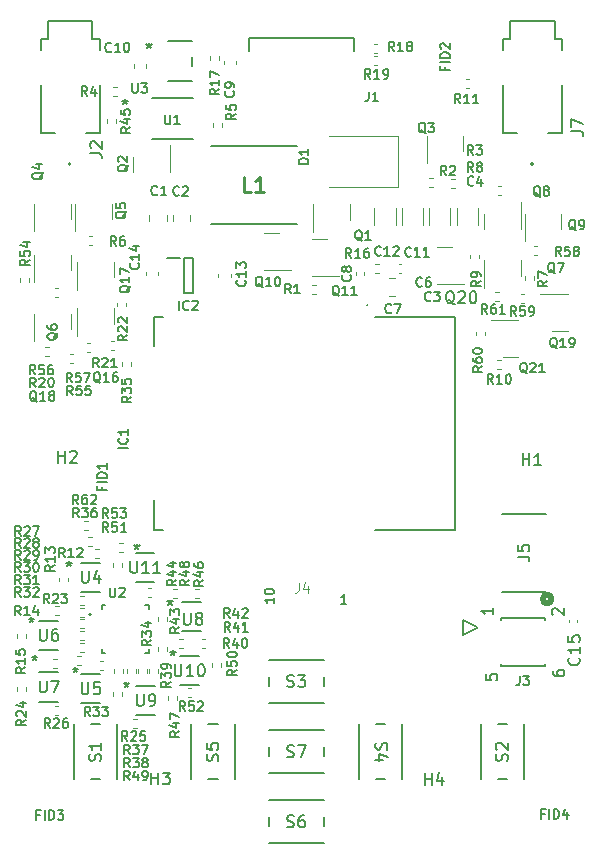
<source format=gbr>
G04 #@! TF.GenerationSoftware,KiCad,Pcbnew,7.0.5*
G04 #@! TF.CreationDate,2023-11-03T09:35:19+00:00*
G04 #@! TF.ProjectId,MaxTENS,4d617854-454e-4532-9e6b-696361645f70,rev?*
G04 #@! TF.SameCoordinates,Original*
G04 #@! TF.FileFunction,Legend,Top*
G04 #@! TF.FilePolarity,Positive*
%FSLAX46Y46*%
G04 Gerber Fmt 4.6, Leading zero omitted, Abs format (unit mm)*
G04 Created by KiCad (PCBNEW 7.0.5) date 2023-11-03 09:35:19*
%MOMM*%
%LPD*%
G01*
G04 APERTURE LIST*
%ADD10C,0.150000*%
%ADD11C,0.100000*%
%ADD12C,0.254000*%
%ADD13C,0.120000*%
%ADD14C,0.200000*%
%ADD15C,0.152400*%
%ADD16C,0.508000*%
%ADD17C,0.127000*%
G04 APERTURE END LIST*
D10*
G04 #@! TO.C,R17*
X216562295Y-44554285D02*
X216181342Y-44820952D01*
X216562295Y-45011428D02*
X215762295Y-45011428D01*
X215762295Y-45011428D02*
X215762295Y-44706666D01*
X215762295Y-44706666D02*
X215800390Y-44630476D01*
X215800390Y-44630476D02*
X215838485Y-44592381D01*
X215838485Y-44592381D02*
X215914676Y-44554285D01*
X215914676Y-44554285D02*
X216028961Y-44554285D01*
X216028961Y-44554285D02*
X216105152Y-44592381D01*
X216105152Y-44592381D02*
X216143247Y-44630476D01*
X216143247Y-44630476D02*
X216181342Y-44706666D01*
X216181342Y-44706666D02*
X216181342Y-45011428D01*
X216562295Y-43792381D02*
X216562295Y-44249524D01*
X216562295Y-44020952D02*
X215762295Y-44020952D01*
X215762295Y-44020952D02*
X215876580Y-44097143D01*
X215876580Y-44097143D02*
X215952771Y-44173333D01*
X215952771Y-44173333D02*
X215990866Y-44249524D01*
X215762295Y-43525714D02*
X215762295Y-42992380D01*
X215762295Y-42992380D02*
X216562295Y-43335238D01*
G04 #@! TO.C,R57*
X204110714Y-69362295D02*
X203844047Y-68981342D01*
X203653571Y-69362295D02*
X203653571Y-68562295D01*
X203653571Y-68562295D02*
X203958333Y-68562295D01*
X203958333Y-68562295D02*
X204034523Y-68600390D01*
X204034523Y-68600390D02*
X204072618Y-68638485D01*
X204072618Y-68638485D02*
X204110714Y-68714676D01*
X204110714Y-68714676D02*
X204110714Y-68828961D01*
X204110714Y-68828961D02*
X204072618Y-68905152D01*
X204072618Y-68905152D02*
X204034523Y-68943247D01*
X204034523Y-68943247D02*
X203958333Y-68981342D01*
X203958333Y-68981342D02*
X203653571Y-68981342D01*
X204834523Y-68562295D02*
X204453571Y-68562295D01*
X204453571Y-68562295D02*
X204415475Y-68943247D01*
X204415475Y-68943247D02*
X204453571Y-68905152D01*
X204453571Y-68905152D02*
X204529761Y-68867057D01*
X204529761Y-68867057D02*
X204720237Y-68867057D01*
X204720237Y-68867057D02*
X204796428Y-68905152D01*
X204796428Y-68905152D02*
X204834523Y-68943247D01*
X204834523Y-68943247D02*
X204872618Y-69019438D01*
X204872618Y-69019438D02*
X204872618Y-69209914D01*
X204872618Y-69209914D02*
X204834523Y-69286104D01*
X204834523Y-69286104D02*
X204796428Y-69324200D01*
X204796428Y-69324200D02*
X204720237Y-69362295D01*
X204720237Y-69362295D02*
X204529761Y-69362295D01*
X204529761Y-69362295D02*
X204453571Y-69324200D01*
X204453571Y-69324200D02*
X204415475Y-69286104D01*
X205139285Y-68562295D02*
X205672619Y-68562295D01*
X205672619Y-68562295D02*
X205329761Y-69362295D01*
G04 #@! TO.C,Q4*
X201696379Y-51600952D02*
X201655903Y-51681904D01*
X201655903Y-51681904D02*
X201574951Y-51762857D01*
X201574951Y-51762857D02*
X201453522Y-51884285D01*
X201453522Y-51884285D02*
X201413046Y-51965238D01*
X201413046Y-51965238D02*
X201413046Y-52046190D01*
X201615427Y-52005714D02*
X201574951Y-52086666D01*
X201574951Y-52086666D02*
X201493998Y-52167619D01*
X201493998Y-52167619D02*
X201332093Y-52208095D01*
X201332093Y-52208095D02*
X201048760Y-52208095D01*
X201048760Y-52208095D02*
X200886855Y-52167619D01*
X200886855Y-52167619D02*
X200805903Y-52086666D01*
X200805903Y-52086666D02*
X200765427Y-52005714D01*
X200765427Y-52005714D02*
X200765427Y-51843809D01*
X200765427Y-51843809D02*
X200805903Y-51762857D01*
X200805903Y-51762857D02*
X200886855Y-51681904D01*
X200886855Y-51681904D02*
X201048760Y-51641428D01*
X201048760Y-51641428D02*
X201332093Y-51641428D01*
X201332093Y-51641428D02*
X201493998Y-51681904D01*
X201493998Y-51681904D02*
X201574951Y-51762857D01*
X201574951Y-51762857D02*
X201615427Y-51843809D01*
X201615427Y-51843809D02*
X201615427Y-52005714D01*
X201048760Y-50912857D02*
X201615427Y-50912857D01*
X200724951Y-51115238D02*
X201332093Y-51317619D01*
X201332093Y-51317619D02*
X201332093Y-50791428D01*
G04 #@! TO.C,IC2*
X213169048Y-63262295D02*
X213169048Y-62462295D01*
X214007143Y-63186104D02*
X213969047Y-63224200D01*
X213969047Y-63224200D02*
X213854762Y-63262295D01*
X213854762Y-63262295D02*
X213778571Y-63262295D01*
X213778571Y-63262295D02*
X213664285Y-63224200D01*
X213664285Y-63224200D02*
X213588095Y-63148009D01*
X213588095Y-63148009D02*
X213550000Y-63071819D01*
X213550000Y-63071819D02*
X213511904Y-62919438D01*
X213511904Y-62919438D02*
X213511904Y-62805152D01*
X213511904Y-62805152D02*
X213550000Y-62652771D01*
X213550000Y-62652771D02*
X213588095Y-62576580D01*
X213588095Y-62576580D02*
X213664285Y-62500390D01*
X213664285Y-62500390D02*
X213778571Y-62462295D01*
X213778571Y-62462295D02*
X213854762Y-62462295D01*
X213854762Y-62462295D02*
X213969047Y-62500390D01*
X213969047Y-62500390D02*
X214007143Y-62538485D01*
X214311904Y-62538485D02*
X214350000Y-62500390D01*
X214350000Y-62500390D02*
X214426190Y-62462295D01*
X214426190Y-62462295D02*
X214616666Y-62462295D01*
X214616666Y-62462295D02*
X214692857Y-62500390D01*
X214692857Y-62500390D02*
X214730952Y-62538485D01*
X214730952Y-62538485D02*
X214769047Y-62614676D01*
X214769047Y-62614676D02*
X214769047Y-62690866D01*
X214769047Y-62690866D02*
X214730952Y-62805152D01*
X214730952Y-62805152D02*
X214273809Y-63262295D01*
X214273809Y-63262295D02*
X214769047Y-63262295D01*
G04 #@! TO.C,R15*
X200162295Y-93514285D02*
X199781342Y-93780952D01*
X200162295Y-93971428D02*
X199362295Y-93971428D01*
X199362295Y-93971428D02*
X199362295Y-93666666D01*
X199362295Y-93666666D02*
X199400390Y-93590476D01*
X199400390Y-93590476D02*
X199438485Y-93552381D01*
X199438485Y-93552381D02*
X199514676Y-93514285D01*
X199514676Y-93514285D02*
X199628961Y-93514285D01*
X199628961Y-93514285D02*
X199705152Y-93552381D01*
X199705152Y-93552381D02*
X199743247Y-93590476D01*
X199743247Y-93590476D02*
X199781342Y-93666666D01*
X199781342Y-93666666D02*
X199781342Y-93971428D01*
X200162295Y-92752381D02*
X200162295Y-93209524D01*
X200162295Y-92980952D02*
X199362295Y-92980952D01*
X199362295Y-92980952D02*
X199476580Y-93057143D01*
X199476580Y-93057143D02*
X199552771Y-93133333D01*
X199552771Y-93133333D02*
X199590866Y-93209524D01*
X199362295Y-92028571D02*
X199362295Y-92409523D01*
X199362295Y-92409523D02*
X199743247Y-92447619D01*
X199743247Y-92447619D02*
X199705152Y-92409523D01*
X199705152Y-92409523D02*
X199667057Y-92333333D01*
X199667057Y-92333333D02*
X199667057Y-92142857D01*
X199667057Y-92142857D02*
X199705152Y-92066666D01*
X199705152Y-92066666D02*
X199743247Y-92028571D01*
X199743247Y-92028571D02*
X199819438Y-91990476D01*
X199819438Y-91990476D02*
X200009914Y-91990476D01*
X200009914Y-91990476D02*
X200086104Y-92028571D01*
X200086104Y-92028571D02*
X200124200Y-92066666D01*
X200124200Y-92066666D02*
X200162295Y-92142857D01*
X200162295Y-92142857D02*
X200162295Y-92333333D01*
X200162295Y-92333333D02*
X200124200Y-92409523D01*
X200124200Y-92409523D02*
X200086104Y-92447619D01*
G04 #@! TO.C,R18*
X231385714Y-41362295D02*
X231119047Y-40981342D01*
X230928571Y-41362295D02*
X230928571Y-40562295D01*
X230928571Y-40562295D02*
X231233333Y-40562295D01*
X231233333Y-40562295D02*
X231309523Y-40600390D01*
X231309523Y-40600390D02*
X231347618Y-40638485D01*
X231347618Y-40638485D02*
X231385714Y-40714676D01*
X231385714Y-40714676D02*
X231385714Y-40828961D01*
X231385714Y-40828961D02*
X231347618Y-40905152D01*
X231347618Y-40905152D02*
X231309523Y-40943247D01*
X231309523Y-40943247D02*
X231233333Y-40981342D01*
X231233333Y-40981342D02*
X230928571Y-40981342D01*
X232147618Y-41362295D02*
X231690475Y-41362295D01*
X231919047Y-41362295D02*
X231919047Y-40562295D01*
X231919047Y-40562295D02*
X231842856Y-40676580D01*
X231842856Y-40676580D02*
X231766666Y-40752771D01*
X231766666Y-40752771D02*
X231690475Y-40790866D01*
X232604761Y-40905152D02*
X232528571Y-40867057D01*
X232528571Y-40867057D02*
X232490476Y-40828961D01*
X232490476Y-40828961D02*
X232452380Y-40752771D01*
X232452380Y-40752771D02*
X232452380Y-40714676D01*
X232452380Y-40714676D02*
X232490476Y-40638485D01*
X232490476Y-40638485D02*
X232528571Y-40600390D01*
X232528571Y-40600390D02*
X232604761Y-40562295D01*
X232604761Y-40562295D02*
X232757142Y-40562295D01*
X232757142Y-40562295D02*
X232833333Y-40600390D01*
X232833333Y-40600390D02*
X232871428Y-40638485D01*
X232871428Y-40638485D02*
X232909523Y-40714676D01*
X232909523Y-40714676D02*
X232909523Y-40752771D01*
X232909523Y-40752771D02*
X232871428Y-40828961D01*
X232871428Y-40828961D02*
X232833333Y-40867057D01*
X232833333Y-40867057D02*
X232757142Y-40905152D01*
X232757142Y-40905152D02*
X232604761Y-40905152D01*
X232604761Y-40905152D02*
X232528571Y-40943247D01*
X232528571Y-40943247D02*
X232490476Y-40981342D01*
X232490476Y-40981342D02*
X232452380Y-41057533D01*
X232452380Y-41057533D02*
X232452380Y-41209914D01*
X232452380Y-41209914D02*
X232490476Y-41286104D01*
X232490476Y-41286104D02*
X232528571Y-41324200D01*
X232528571Y-41324200D02*
X232604761Y-41362295D01*
X232604761Y-41362295D02*
X232757142Y-41362295D01*
X232757142Y-41362295D02*
X232833333Y-41324200D01*
X232833333Y-41324200D02*
X232871428Y-41286104D01*
X232871428Y-41286104D02*
X232909523Y-41209914D01*
X232909523Y-41209914D02*
X232909523Y-41057533D01*
X232909523Y-41057533D02*
X232871428Y-40981342D01*
X232871428Y-40981342D02*
X232833333Y-40943247D01*
X232833333Y-40943247D02*
X232757142Y-40905152D01*
G04 #@! TO.C,R31*
X199785714Y-86487295D02*
X199519047Y-86106342D01*
X199328571Y-86487295D02*
X199328571Y-85687295D01*
X199328571Y-85687295D02*
X199633333Y-85687295D01*
X199633333Y-85687295D02*
X199709523Y-85725390D01*
X199709523Y-85725390D02*
X199747618Y-85763485D01*
X199747618Y-85763485D02*
X199785714Y-85839676D01*
X199785714Y-85839676D02*
X199785714Y-85953961D01*
X199785714Y-85953961D02*
X199747618Y-86030152D01*
X199747618Y-86030152D02*
X199709523Y-86068247D01*
X199709523Y-86068247D02*
X199633333Y-86106342D01*
X199633333Y-86106342D02*
X199328571Y-86106342D01*
X200052380Y-85687295D02*
X200547618Y-85687295D01*
X200547618Y-85687295D02*
X200280952Y-85992057D01*
X200280952Y-85992057D02*
X200395237Y-85992057D01*
X200395237Y-85992057D02*
X200471428Y-86030152D01*
X200471428Y-86030152D02*
X200509523Y-86068247D01*
X200509523Y-86068247D02*
X200547618Y-86144438D01*
X200547618Y-86144438D02*
X200547618Y-86334914D01*
X200547618Y-86334914D02*
X200509523Y-86411104D01*
X200509523Y-86411104D02*
X200471428Y-86449200D01*
X200471428Y-86449200D02*
X200395237Y-86487295D01*
X200395237Y-86487295D02*
X200166666Y-86487295D01*
X200166666Y-86487295D02*
X200090475Y-86449200D01*
X200090475Y-86449200D02*
X200052380Y-86411104D01*
X201309523Y-86487295D02*
X200852380Y-86487295D01*
X201080952Y-86487295D02*
X201080952Y-85687295D01*
X201080952Y-85687295D02*
X201004761Y-85801580D01*
X201004761Y-85801580D02*
X200928571Y-85877771D01*
X200928571Y-85877771D02*
X200852380Y-85915866D01*
G04 #@! TO.C,S6*
X222338095Y-107007200D02*
X222480952Y-107054819D01*
X222480952Y-107054819D02*
X222719047Y-107054819D01*
X222719047Y-107054819D02*
X222814285Y-107007200D01*
X222814285Y-107007200D02*
X222861904Y-106959580D01*
X222861904Y-106959580D02*
X222909523Y-106864342D01*
X222909523Y-106864342D02*
X222909523Y-106769104D01*
X222909523Y-106769104D02*
X222861904Y-106673866D01*
X222861904Y-106673866D02*
X222814285Y-106626247D01*
X222814285Y-106626247D02*
X222719047Y-106578628D01*
X222719047Y-106578628D02*
X222528571Y-106531009D01*
X222528571Y-106531009D02*
X222433333Y-106483390D01*
X222433333Y-106483390D02*
X222385714Y-106435771D01*
X222385714Y-106435771D02*
X222338095Y-106340533D01*
X222338095Y-106340533D02*
X222338095Y-106245295D01*
X222338095Y-106245295D02*
X222385714Y-106150057D01*
X222385714Y-106150057D02*
X222433333Y-106102438D01*
X222433333Y-106102438D02*
X222528571Y-106054819D01*
X222528571Y-106054819D02*
X222766666Y-106054819D01*
X222766666Y-106054819D02*
X222909523Y-106102438D01*
X223766666Y-106054819D02*
X223576190Y-106054819D01*
X223576190Y-106054819D02*
X223480952Y-106102438D01*
X223480952Y-106102438D02*
X223433333Y-106150057D01*
X223433333Y-106150057D02*
X223338095Y-106292914D01*
X223338095Y-106292914D02*
X223290476Y-106483390D01*
X223290476Y-106483390D02*
X223290476Y-106864342D01*
X223290476Y-106864342D02*
X223338095Y-106959580D01*
X223338095Y-106959580D02*
X223385714Y-107007200D01*
X223385714Y-107007200D02*
X223480952Y-107054819D01*
X223480952Y-107054819D02*
X223671428Y-107054819D01*
X223671428Y-107054819D02*
X223766666Y-107007200D01*
X223766666Y-107007200D02*
X223814285Y-106959580D01*
X223814285Y-106959580D02*
X223861904Y-106864342D01*
X223861904Y-106864342D02*
X223861904Y-106626247D01*
X223861904Y-106626247D02*
X223814285Y-106531009D01*
X223814285Y-106531009D02*
X223766666Y-106483390D01*
X223766666Y-106483390D02*
X223671428Y-106435771D01*
X223671428Y-106435771D02*
X223480952Y-106435771D01*
X223480952Y-106435771D02*
X223385714Y-106483390D01*
X223385714Y-106483390D02*
X223338095Y-106531009D01*
X223338095Y-106531009D02*
X223290476Y-106626247D01*
G04 #@! TO.C,R38*
X209010714Y-101987295D02*
X208744047Y-101606342D01*
X208553571Y-101987295D02*
X208553571Y-101187295D01*
X208553571Y-101187295D02*
X208858333Y-101187295D01*
X208858333Y-101187295D02*
X208934523Y-101225390D01*
X208934523Y-101225390D02*
X208972618Y-101263485D01*
X208972618Y-101263485D02*
X209010714Y-101339676D01*
X209010714Y-101339676D02*
X209010714Y-101453961D01*
X209010714Y-101453961D02*
X208972618Y-101530152D01*
X208972618Y-101530152D02*
X208934523Y-101568247D01*
X208934523Y-101568247D02*
X208858333Y-101606342D01*
X208858333Y-101606342D02*
X208553571Y-101606342D01*
X209277380Y-101187295D02*
X209772618Y-101187295D01*
X209772618Y-101187295D02*
X209505952Y-101492057D01*
X209505952Y-101492057D02*
X209620237Y-101492057D01*
X209620237Y-101492057D02*
X209696428Y-101530152D01*
X209696428Y-101530152D02*
X209734523Y-101568247D01*
X209734523Y-101568247D02*
X209772618Y-101644438D01*
X209772618Y-101644438D02*
X209772618Y-101834914D01*
X209772618Y-101834914D02*
X209734523Y-101911104D01*
X209734523Y-101911104D02*
X209696428Y-101949200D01*
X209696428Y-101949200D02*
X209620237Y-101987295D01*
X209620237Y-101987295D02*
X209391666Y-101987295D01*
X209391666Y-101987295D02*
X209315475Y-101949200D01*
X209315475Y-101949200D02*
X209277380Y-101911104D01*
X210229761Y-101530152D02*
X210153571Y-101492057D01*
X210153571Y-101492057D02*
X210115476Y-101453961D01*
X210115476Y-101453961D02*
X210077380Y-101377771D01*
X210077380Y-101377771D02*
X210077380Y-101339676D01*
X210077380Y-101339676D02*
X210115476Y-101263485D01*
X210115476Y-101263485D02*
X210153571Y-101225390D01*
X210153571Y-101225390D02*
X210229761Y-101187295D01*
X210229761Y-101187295D02*
X210382142Y-101187295D01*
X210382142Y-101187295D02*
X210458333Y-101225390D01*
X210458333Y-101225390D02*
X210496428Y-101263485D01*
X210496428Y-101263485D02*
X210534523Y-101339676D01*
X210534523Y-101339676D02*
X210534523Y-101377771D01*
X210534523Y-101377771D02*
X210496428Y-101453961D01*
X210496428Y-101453961D02*
X210458333Y-101492057D01*
X210458333Y-101492057D02*
X210382142Y-101530152D01*
X210382142Y-101530152D02*
X210229761Y-101530152D01*
X210229761Y-101530152D02*
X210153571Y-101568247D01*
X210153571Y-101568247D02*
X210115476Y-101606342D01*
X210115476Y-101606342D02*
X210077380Y-101682533D01*
X210077380Y-101682533D02*
X210077380Y-101834914D01*
X210077380Y-101834914D02*
X210115476Y-101911104D01*
X210115476Y-101911104D02*
X210153571Y-101949200D01*
X210153571Y-101949200D02*
X210229761Y-101987295D01*
X210229761Y-101987295D02*
X210382142Y-101987295D01*
X210382142Y-101987295D02*
X210458333Y-101949200D01*
X210458333Y-101949200D02*
X210496428Y-101911104D01*
X210496428Y-101911104D02*
X210534523Y-101834914D01*
X210534523Y-101834914D02*
X210534523Y-101682533D01*
X210534523Y-101682533D02*
X210496428Y-101606342D01*
X210496428Y-101606342D02*
X210458333Y-101568247D01*
X210458333Y-101568247D02*
X210382142Y-101530152D01*
G04 #@! TO.C,R62*
X204660714Y-79687295D02*
X204394047Y-79306342D01*
X204203571Y-79687295D02*
X204203571Y-78887295D01*
X204203571Y-78887295D02*
X204508333Y-78887295D01*
X204508333Y-78887295D02*
X204584523Y-78925390D01*
X204584523Y-78925390D02*
X204622618Y-78963485D01*
X204622618Y-78963485D02*
X204660714Y-79039676D01*
X204660714Y-79039676D02*
X204660714Y-79153961D01*
X204660714Y-79153961D02*
X204622618Y-79230152D01*
X204622618Y-79230152D02*
X204584523Y-79268247D01*
X204584523Y-79268247D02*
X204508333Y-79306342D01*
X204508333Y-79306342D02*
X204203571Y-79306342D01*
X205346428Y-78887295D02*
X205194047Y-78887295D01*
X205194047Y-78887295D02*
X205117856Y-78925390D01*
X205117856Y-78925390D02*
X205079761Y-78963485D01*
X205079761Y-78963485D02*
X205003571Y-79077771D01*
X205003571Y-79077771D02*
X204965475Y-79230152D01*
X204965475Y-79230152D02*
X204965475Y-79534914D01*
X204965475Y-79534914D02*
X205003571Y-79611104D01*
X205003571Y-79611104D02*
X205041666Y-79649200D01*
X205041666Y-79649200D02*
X205117856Y-79687295D01*
X205117856Y-79687295D02*
X205270237Y-79687295D01*
X205270237Y-79687295D02*
X205346428Y-79649200D01*
X205346428Y-79649200D02*
X205384523Y-79611104D01*
X205384523Y-79611104D02*
X205422618Y-79534914D01*
X205422618Y-79534914D02*
X205422618Y-79344438D01*
X205422618Y-79344438D02*
X205384523Y-79268247D01*
X205384523Y-79268247D02*
X205346428Y-79230152D01*
X205346428Y-79230152D02*
X205270237Y-79192057D01*
X205270237Y-79192057D02*
X205117856Y-79192057D01*
X205117856Y-79192057D02*
X205041666Y-79230152D01*
X205041666Y-79230152D02*
X205003571Y-79268247D01*
X205003571Y-79268247D02*
X204965475Y-79344438D01*
X205727380Y-78963485D02*
X205765476Y-78925390D01*
X205765476Y-78925390D02*
X205841666Y-78887295D01*
X205841666Y-78887295D02*
X206032142Y-78887295D01*
X206032142Y-78887295D02*
X206108333Y-78925390D01*
X206108333Y-78925390D02*
X206146428Y-78963485D01*
X206146428Y-78963485D02*
X206184523Y-79039676D01*
X206184523Y-79039676D02*
X206184523Y-79115866D01*
X206184523Y-79115866D02*
X206146428Y-79230152D01*
X206146428Y-79230152D02*
X205689285Y-79687295D01*
X205689285Y-79687295D02*
X206184523Y-79687295D01*
G04 #@! TO.C,R1*
X222641667Y-61862295D02*
X222375000Y-61481342D01*
X222184524Y-61862295D02*
X222184524Y-61062295D01*
X222184524Y-61062295D02*
X222489286Y-61062295D01*
X222489286Y-61062295D02*
X222565476Y-61100390D01*
X222565476Y-61100390D02*
X222603571Y-61138485D01*
X222603571Y-61138485D02*
X222641667Y-61214676D01*
X222641667Y-61214676D02*
X222641667Y-61328961D01*
X222641667Y-61328961D02*
X222603571Y-61405152D01*
X222603571Y-61405152D02*
X222565476Y-61443247D01*
X222565476Y-61443247D02*
X222489286Y-61481342D01*
X222489286Y-61481342D02*
X222184524Y-61481342D01*
X223403571Y-61862295D02*
X222946428Y-61862295D01*
X223175000Y-61862295D02*
X223175000Y-61062295D01*
X223175000Y-61062295D02*
X223098809Y-61176580D01*
X223098809Y-61176580D02*
X223022619Y-61252771D01*
X223022619Y-61252771D02*
X222946428Y-61290866D01*
G04 #@! TO.C,Q8*
X243773809Y-53658485D02*
X243697619Y-53620390D01*
X243697619Y-53620390D02*
X243621428Y-53544200D01*
X243621428Y-53544200D02*
X243507142Y-53429914D01*
X243507142Y-53429914D02*
X243430952Y-53391819D01*
X243430952Y-53391819D02*
X243354761Y-53391819D01*
X243392857Y-53582295D02*
X243316666Y-53544200D01*
X243316666Y-53544200D02*
X243240476Y-53468009D01*
X243240476Y-53468009D02*
X243202380Y-53315628D01*
X243202380Y-53315628D02*
X243202380Y-53048961D01*
X243202380Y-53048961D02*
X243240476Y-52896580D01*
X243240476Y-52896580D02*
X243316666Y-52820390D01*
X243316666Y-52820390D02*
X243392857Y-52782295D01*
X243392857Y-52782295D02*
X243545238Y-52782295D01*
X243545238Y-52782295D02*
X243621428Y-52820390D01*
X243621428Y-52820390D02*
X243697619Y-52896580D01*
X243697619Y-52896580D02*
X243735714Y-53048961D01*
X243735714Y-53048961D02*
X243735714Y-53315628D01*
X243735714Y-53315628D02*
X243697619Y-53468009D01*
X243697619Y-53468009D02*
X243621428Y-53544200D01*
X243621428Y-53544200D02*
X243545238Y-53582295D01*
X243545238Y-53582295D02*
X243392857Y-53582295D01*
X244192856Y-53125152D02*
X244116666Y-53087057D01*
X244116666Y-53087057D02*
X244078571Y-53048961D01*
X244078571Y-53048961D02*
X244040475Y-52972771D01*
X244040475Y-52972771D02*
X244040475Y-52934676D01*
X244040475Y-52934676D02*
X244078571Y-52858485D01*
X244078571Y-52858485D02*
X244116666Y-52820390D01*
X244116666Y-52820390D02*
X244192856Y-52782295D01*
X244192856Y-52782295D02*
X244345237Y-52782295D01*
X244345237Y-52782295D02*
X244421428Y-52820390D01*
X244421428Y-52820390D02*
X244459523Y-52858485D01*
X244459523Y-52858485D02*
X244497618Y-52934676D01*
X244497618Y-52934676D02*
X244497618Y-52972771D01*
X244497618Y-52972771D02*
X244459523Y-53048961D01*
X244459523Y-53048961D02*
X244421428Y-53087057D01*
X244421428Y-53087057D02*
X244345237Y-53125152D01*
X244345237Y-53125152D02*
X244192856Y-53125152D01*
X244192856Y-53125152D02*
X244116666Y-53163247D01*
X244116666Y-53163247D02*
X244078571Y-53201342D01*
X244078571Y-53201342D02*
X244040475Y-53277533D01*
X244040475Y-53277533D02*
X244040475Y-53429914D01*
X244040475Y-53429914D02*
X244078571Y-53506104D01*
X244078571Y-53506104D02*
X244116666Y-53544200D01*
X244116666Y-53544200D02*
X244192856Y-53582295D01*
X244192856Y-53582295D02*
X244345237Y-53582295D01*
X244345237Y-53582295D02*
X244421428Y-53544200D01*
X244421428Y-53544200D02*
X244459523Y-53506104D01*
X244459523Y-53506104D02*
X244497618Y-53429914D01*
X244497618Y-53429914D02*
X244497618Y-53277533D01*
X244497618Y-53277533D02*
X244459523Y-53201342D01*
X244459523Y-53201342D02*
X244421428Y-53163247D01*
X244421428Y-53163247D02*
X244345237Y-53125152D01*
G04 #@! TO.C,Q21*
X242642857Y-68618485D02*
X242566667Y-68580390D01*
X242566667Y-68580390D02*
X242490476Y-68504200D01*
X242490476Y-68504200D02*
X242376190Y-68389914D01*
X242376190Y-68389914D02*
X242300000Y-68351819D01*
X242300000Y-68351819D02*
X242223809Y-68351819D01*
X242261905Y-68542295D02*
X242185714Y-68504200D01*
X242185714Y-68504200D02*
X242109524Y-68428009D01*
X242109524Y-68428009D02*
X242071428Y-68275628D01*
X242071428Y-68275628D02*
X242071428Y-68008961D01*
X242071428Y-68008961D02*
X242109524Y-67856580D01*
X242109524Y-67856580D02*
X242185714Y-67780390D01*
X242185714Y-67780390D02*
X242261905Y-67742295D01*
X242261905Y-67742295D02*
X242414286Y-67742295D01*
X242414286Y-67742295D02*
X242490476Y-67780390D01*
X242490476Y-67780390D02*
X242566667Y-67856580D01*
X242566667Y-67856580D02*
X242604762Y-68008961D01*
X242604762Y-68008961D02*
X242604762Y-68275628D01*
X242604762Y-68275628D02*
X242566667Y-68428009D01*
X242566667Y-68428009D02*
X242490476Y-68504200D01*
X242490476Y-68504200D02*
X242414286Y-68542295D01*
X242414286Y-68542295D02*
X242261905Y-68542295D01*
X242909523Y-67818485D02*
X242947619Y-67780390D01*
X242947619Y-67780390D02*
X243023809Y-67742295D01*
X243023809Y-67742295D02*
X243214285Y-67742295D01*
X243214285Y-67742295D02*
X243290476Y-67780390D01*
X243290476Y-67780390D02*
X243328571Y-67818485D01*
X243328571Y-67818485D02*
X243366666Y-67894676D01*
X243366666Y-67894676D02*
X243366666Y-67970866D01*
X243366666Y-67970866D02*
X243328571Y-68085152D01*
X243328571Y-68085152D02*
X242871428Y-68542295D01*
X242871428Y-68542295D02*
X243366666Y-68542295D01*
X244128571Y-68542295D02*
X243671428Y-68542295D01*
X243900000Y-68542295D02*
X243900000Y-67742295D01*
X243900000Y-67742295D02*
X243823809Y-67856580D01*
X243823809Y-67856580D02*
X243747619Y-67932771D01*
X243747619Y-67932771D02*
X243671428Y-67970866D01*
G04 #@! TO.C,Q3*
X234053809Y-48298485D02*
X233977619Y-48260390D01*
X233977619Y-48260390D02*
X233901428Y-48184200D01*
X233901428Y-48184200D02*
X233787142Y-48069914D01*
X233787142Y-48069914D02*
X233710952Y-48031819D01*
X233710952Y-48031819D02*
X233634761Y-48031819D01*
X233672857Y-48222295D02*
X233596666Y-48184200D01*
X233596666Y-48184200D02*
X233520476Y-48108009D01*
X233520476Y-48108009D02*
X233482380Y-47955628D01*
X233482380Y-47955628D02*
X233482380Y-47688961D01*
X233482380Y-47688961D02*
X233520476Y-47536580D01*
X233520476Y-47536580D02*
X233596666Y-47460390D01*
X233596666Y-47460390D02*
X233672857Y-47422295D01*
X233672857Y-47422295D02*
X233825238Y-47422295D01*
X233825238Y-47422295D02*
X233901428Y-47460390D01*
X233901428Y-47460390D02*
X233977619Y-47536580D01*
X233977619Y-47536580D02*
X234015714Y-47688961D01*
X234015714Y-47688961D02*
X234015714Y-47955628D01*
X234015714Y-47955628D02*
X233977619Y-48108009D01*
X233977619Y-48108009D02*
X233901428Y-48184200D01*
X233901428Y-48184200D02*
X233825238Y-48222295D01*
X233825238Y-48222295D02*
X233672857Y-48222295D01*
X234282380Y-47422295D02*
X234777618Y-47422295D01*
X234777618Y-47422295D02*
X234510952Y-47727057D01*
X234510952Y-47727057D02*
X234625237Y-47727057D01*
X234625237Y-47727057D02*
X234701428Y-47765152D01*
X234701428Y-47765152D02*
X234739523Y-47803247D01*
X234739523Y-47803247D02*
X234777618Y-47879438D01*
X234777618Y-47879438D02*
X234777618Y-48069914D01*
X234777618Y-48069914D02*
X234739523Y-48146104D01*
X234739523Y-48146104D02*
X234701428Y-48184200D01*
X234701428Y-48184200D02*
X234625237Y-48222295D01*
X234625237Y-48222295D02*
X234396666Y-48222295D01*
X234396666Y-48222295D02*
X234320475Y-48184200D01*
X234320475Y-48184200D02*
X234282380Y-48146104D01*
G04 #@! TO.C,R3*
X238076667Y-50102295D02*
X237810000Y-49721342D01*
X237619524Y-50102295D02*
X237619524Y-49302295D01*
X237619524Y-49302295D02*
X237924286Y-49302295D01*
X237924286Y-49302295D02*
X238000476Y-49340390D01*
X238000476Y-49340390D02*
X238038571Y-49378485D01*
X238038571Y-49378485D02*
X238076667Y-49454676D01*
X238076667Y-49454676D02*
X238076667Y-49568961D01*
X238076667Y-49568961D02*
X238038571Y-49645152D01*
X238038571Y-49645152D02*
X238000476Y-49683247D01*
X238000476Y-49683247D02*
X237924286Y-49721342D01*
X237924286Y-49721342D02*
X237619524Y-49721342D01*
X238343333Y-49302295D02*
X238838571Y-49302295D01*
X238838571Y-49302295D02*
X238571905Y-49607057D01*
X238571905Y-49607057D02*
X238686190Y-49607057D01*
X238686190Y-49607057D02*
X238762381Y-49645152D01*
X238762381Y-49645152D02*
X238800476Y-49683247D01*
X238800476Y-49683247D02*
X238838571Y-49759438D01*
X238838571Y-49759438D02*
X238838571Y-49949914D01*
X238838571Y-49949914D02*
X238800476Y-50026104D01*
X238800476Y-50026104D02*
X238762381Y-50064200D01*
X238762381Y-50064200D02*
X238686190Y-50102295D01*
X238686190Y-50102295D02*
X238457619Y-50102295D01*
X238457619Y-50102295D02*
X238381428Y-50064200D01*
X238381428Y-50064200D02*
X238343333Y-50026104D01*
G04 #@! TO.C,Q6*
X202888485Y-65201190D02*
X202850390Y-65277380D01*
X202850390Y-65277380D02*
X202774200Y-65353571D01*
X202774200Y-65353571D02*
X202659914Y-65467857D01*
X202659914Y-65467857D02*
X202621819Y-65544047D01*
X202621819Y-65544047D02*
X202621819Y-65620238D01*
X202812295Y-65582142D02*
X202774200Y-65658333D01*
X202774200Y-65658333D02*
X202698009Y-65734523D01*
X202698009Y-65734523D02*
X202545628Y-65772619D01*
X202545628Y-65772619D02*
X202278961Y-65772619D01*
X202278961Y-65772619D02*
X202126580Y-65734523D01*
X202126580Y-65734523D02*
X202050390Y-65658333D01*
X202050390Y-65658333D02*
X202012295Y-65582142D01*
X202012295Y-65582142D02*
X202012295Y-65429761D01*
X202012295Y-65429761D02*
X202050390Y-65353571D01*
X202050390Y-65353571D02*
X202126580Y-65277380D01*
X202126580Y-65277380D02*
X202278961Y-65239285D01*
X202278961Y-65239285D02*
X202545628Y-65239285D01*
X202545628Y-65239285D02*
X202698009Y-65277380D01*
X202698009Y-65277380D02*
X202774200Y-65353571D01*
X202774200Y-65353571D02*
X202812295Y-65429761D01*
X202812295Y-65429761D02*
X202812295Y-65582142D01*
X202012295Y-64553571D02*
X202012295Y-64705952D01*
X202012295Y-64705952D02*
X202050390Y-64782143D01*
X202050390Y-64782143D02*
X202088485Y-64820238D01*
X202088485Y-64820238D02*
X202202771Y-64896428D01*
X202202771Y-64896428D02*
X202355152Y-64934524D01*
X202355152Y-64934524D02*
X202659914Y-64934524D01*
X202659914Y-64934524D02*
X202736104Y-64896428D01*
X202736104Y-64896428D02*
X202774200Y-64858333D01*
X202774200Y-64858333D02*
X202812295Y-64782143D01*
X202812295Y-64782143D02*
X202812295Y-64629762D01*
X202812295Y-64629762D02*
X202774200Y-64553571D01*
X202774200Y-64553571D02*
X202736104Y-64515476D01*
X202736104Y-64515476D02*
X202659914Y-64477381D01*
X202659914Y-64477381D02*
X202469438Y-64477381D01*
X202469438Y-64477381D02*
X202393247Y-64515476D01*
X202393247Y-64515476D02*
X202355152Y-64553571D01*
X202355152Y-64553571D02*
X202317057Y-64629762D01*
X202317057Y-64629762D02*
X202317057Y-64782143D01*
X202317057Y-64782143D02*
X202355152Y-64858333D01*
X202355152Y-64858333D02*
X202393247Y-64896428D01*
X202393247Y-64896428D02*
X202469438Y-64934524D01*
G04 #@! TO.C,R34*
X210837295Y-91189285D02*
X210456342Y-91455952D01*
X210837295Y-91646428D02*
X210037295Y-91646428D01*
X210037295Y-91646428D02*
X210037295Y-91341666D01*
X210037295Y-91341666D02*
X210075390Y-91265476D01*
X210075390Y-91265476D02*
X210113485Y-91227381D01*
X210113485Y-91227381D02*
X210189676Y-91189285D01*
X210189676Y-91189285D02*
X210303961Y-91189285D01*
X210303961Y-91189285D02*
X210380152Y-91227381D01*
X210380152Y-91227381D02*
X210418247Y-91265476D01*
X210418247Y-91265476D02*
X210456342Y-91341666D01*
X210456342Y-91341666D02*
X210456342Y-91646428D01*
X210037295Y-90922619D02*
X210037295Y-90427381D01*
X210037295Y-90427381D02*
X210342057Y-90694047D01*
X210342057Y-90694047D02*
X210342057Y-90579762D01*
X210342057Y-90579762D02*
X210380152Y-90503571D01*
X210380152Y-90503571D02*
X210418247Y-90465476D01*
X210418247Y-90465476D02*
X210494438Y-90427381D01*
X210494438Y-90427381D02*
X210684914Y-90427381D01*
X210684914Y-90427381D02*
X210761104Y-90465476D01*
X210761104Y-90465476D02*
X210799200Y-90503571D01*
X210799200Y-90503571D02*
X210837295Y-90579762D01*
X210837295Y-90579762D02*
X210837295Y-90808333D01*
X210837295Y-90808333D02*
X210799200Y-90884524D01*
X210799200Y-90884524D02*
X210761104Y-90922619D01*
X210303961Y-89741666D02*
X210837295Y-89741666D01*
X209999200Y-89932142D02*
X210570628Y-90122619D01*
X210570628Y-90122619D02*
X210570628Y-89627380D01*
G04 #@! TO.C,U9*
X209610595Y-95779820D02*
X209610595Y-96589343D01*
X209610595Y-96589343D02*
X209658214Y-96684581D01*
X209658214Y-96684581D02*
X209705833Y-96732201D01*
X209705833Y-96732201D02*
X209801071Y-96779820D01*
X209801071Y-96779820D02*
X209991547Y-96779820D01*
X209991547Y-96779820D02*
X210086785Y-96732201D01*
X210086785Y-96732201D02*
X210134404Y-96684581D01*
X210134404Y-96684581D02*
X210182023Y-96589343D01*
X210182023Y-96589343D02*
X210182023Y-95779820D01*
X210705833Y-96779820D02*
X210896309Y-96779820D01*
X210896309Y-96779820D02*
X210991547Y-96732201D01*
X210991547Y-96732201D02*
X211039166Y-96684581D01*
X211039166Y-96684581D02*
X211134404Y-96541724D01*
X211134404Y-96541724D02*
X211182023Y-96351248D01*
X211182023Y-96351248D02*
X211182023Y-95970296D01*
X211182023Y-95970296D02*
X211134404Y-95875058D01*
X211134404Y-95875058D02*
X211086785Y-95827439D01*
X211086785Y-95827439D02*
X210991547Y-95779820D01*
X210991547Y-95779820D02*
X210801071Y-95779820D01*
X210801071Y-95779820D02*
X210705833Y-95827439D01*
X210705833Y-95827439D02*
X210658214Y-95875058D01*
X210658214Y-95875058D02*
X210610595Y-95970296D01*
X210610595Y-95970296D02*
X210610595Y-96208391D01*
X210610595Y-96208391D02*
X210658214Y-96303629D01*
X210658214Y-96303629D02*
X210705833Y-96351248D01*
X210705833Y-96351248D02*
X210801071Y-96398867D01*
X210801071Y-96398867D02*
X210991547Y-96398867D01*
X210991547Y-96398867D02*
X211086785Y-96351248D01*
X211086785Y-96351248D02*
X211134404Y-96303629D01*
X211134404Y-96303629D02*
X211182023Y-96208391D01*
X208725000Y-94729819D02*
X208725000Y-94967914D01*
X208486905Y-94872676D02*
X208725000Y-94967914D01*
X208725000Y-94967914D02*
X208963095Y-94872676D01*
X208582143Y-95158390D02*
X208725000Y-94967914D01*
X208725000Y-94967914D02*
X208867857Y-95158390D01*
G04 #@! TO.C,Q9*
X246773809Y-56513485D02*
X246697619Y-56475390D01*
X246697619Y-56475390D02*
X246621428Y-56399200D01*
X246621428Y-56399200D02*
X246507142Y-56284914D01*
X246507142Y-56284914D02*
X246430952Y-56246819D01*
X246430952Y-56246819D02*
X246354761Y-56246819D01*
X246392857Y-56437295D02*
X246316666Y-56399200D01*
X246316666Y-56399200D02*
X246240476Y-56323009D01*
X246240476Y-56323009D02*
X246202380Y-56170628D01*
X246202380Y-56170628D02*
X246202380Y-55903961D01*
X246202380Y-55903961D02*
X246240476Y-55751580D01*
X246240476Y-55751580D02*
X246316666Y-55675390D01*
X246316666Y-55675390D02*
X246392857Y-55637295D01*
X246392857Y-55637295D02*
X246545238Y-55637295D01*
X246545238Y-55637295D02*
X246621428Y-55675390D01*
X246621428Y-55675390D02*
X246697619Y-55751580D01*
X246697619Y-55751580D02*
X246735714Y-55903961D01*
X246735714Y-55903961D02*
X246735714Y-56170628D01*
X246735714Y-56170628D02*
X246697619Y-56323009D01*
X246697619Y-56323009D02*
X246621428Y-56399200D01*
X246621428Y-56399200D02*
X246545238Y-56437295D01*
X246545238Y-56437295D02*
X246392857Y-56437295D01*
X247116666Y-56437295D02*
X247269047Y-56437295D01*
X247269047Y-56437295D02*
X247345237Y-56399200D01*
X247345237Y-56399200D02*
X247383333Y-56361104D01*
X247383333Y-56361104D02*
X247459523Y-56246819D01*
X247459523Y-56246819D02*
X247497618Y-56094438D01*
X247497618Y-56094438D02*
X247497618Y-55789676D01*
X247497618Y-55789676D02*
X247459523Y-55713485D01*
X247459523Y-55713485D02*
X247421428Y-55675390D01*
X247421428Y-55675390D02*
X247345237Y-55637295D01*
X247345237Y-55637295D02*
X247192856Y-55637295D01*
X247192856Y-55637295D02*
X247116666Y-55675390D01*
X247116666Y-55675390D02*
X247078571Y-55713485D01*
X247078571Y-55713485D02*
X247040475Y-55789676D01*
X247040475Y-55789676D02*
X247040475Y-55980152D01*
X247040475Y-55980152D02*
X247078571Y-56056342D01*
X247078571Y-56056342D02*
X247116666Y-56094438D01*
X247116666Y-56094438D02*
X247192856Y-56132533D01*
X247192856Y-56132533D02*
X247345237Y-56132533D01*
X247345237Y-56132533D02*
X247421428Y-56094438D01*
X247421428Y-56094438D02*
X247459523Y-56056342D01*
X247459523Y-56056342D02*
X247497618Y-55980152D01*
G04 #@! TO.C,C4*
X238096667Y-52666104D02*
X238058571Y-52704200D01*
X238058571Y-52704200D02*
X237944286Y-52742295D01*
X237944286Y-52742295D02*
X237868095Y-52742295D01*
X237868095Y-52742295D02*
X237753809Y-52704200D01*
X237753809Y-52704200D02*
X237677619Y-52628009D01*
X237677619Y-52628009D02*
X237639524Y-52551819D01*
X237639524Y-52551819D02*
X237601428Y-52399438D01*
X237601428Y-52399438D02*
X237601428Y-52285152D01*
X237601428Y-52285152D02*
X237639524Y-52132771D01*
X237639524Y-52132771D02*
X237677619Y-52056580D01*
X237677619Y-52056580D02*
X237753809Y-51980390D01*
X237753809Y-51980390D02*
X237868095Y-51942295D01*
X237868095Y-51942295D02*
X237944286Y-51942295D01*
X237944286Y-51942295D02*
X238058571Y-51980390D01*
X238058571Y-51980390D02*
X238096667Y-52018485D01*
X238782381Y-52208961D02*
X238782381Y-52742295D01*
X238591905Y-51904200D02*
X238401428Y-52475628D01*
X238401428Y-52475628D02*
X238896667Y-52475628D01*
G04 #@! TO.C,H2*
X202963095Y-76179819D02*
X202963095Y-75179819D01*
X202963095Y-75656009D02*
X203534523Y-75656009D01*
X203534523Y-76179819D02*
X203534523Y-75179819D01*
X203963095Y-75275057D02*
X204010714Y-75227438D01*
X204010714Y-75227438D02*
X204105952Y-75179819D01*
X204105952Y-75179819D02*
X204344047Y-75179819D01*
X204344047Y-75179819D02*
X204439285Y-75227438D01*
X204439285Y-75227438D02*
X204486904Y-75275057D01*
X204486904Y-75275057D02*
X204534523Y-75370295D01*
X204534523Y-75370295D02*
X204534523Y-75465533D01*
X204534523Y-75465533D02*
X204486904Y-75608390D01*
X204486904Y-75608390D02*
X203915476Y-76179819D01*
X203915476Y-76179819D02*
X204534523Y-76179819D01*
G04 #@! TO.C,U3*
X209211553Y-44051345D02*
X209211553Y-44698964D01*
X209211553Y-44698964D02*
X209249648Y-44775154D01*
X209249648Y-44775154D02*
X209287743Y-44813250D01*
X209287743Y-44813250D02*
X209363934Y-44851345D01*
X209363934Y-44851345D02*
X209516315Y-44851345D01*
X209516315Y-44851345D02*
X209592505Y-44813250D01*
X209592505Y-44813250D02*
X209630600Y-44775154D01*
X209630600Y-44775154D02*
X209668696Y-44698964D01*
X209668696Y-44698964D02*
X209668696Y-44051345D01*
X209973457Y-44051345D02*
X210468695Y-44051345D01*
X210468695Y-44051345D02*
X210202029Y-44356107D01*
X210202029Y-44356107D02*
X210316314Y-44356107D01*
X210316314Y-44356107D02*
X210392505Y-44394202D01*
X210392505Y-44394202D02*
X210430600Y-44432297D01*
X210430600Y-44432297D02*
X210468695Y-44508488D01*
X210468695Y-44508488D02*
X210468695Y-44698964D01*
X210468695Y-44698964D02*
X210430600Y-44775154D01*
X210430600Y-44775154D02*
X210392505Y-44813250D01*
X210392505Y-44813250D02*
X210316314Y-44851345D01*
X210316314Y-44851345D02*
X210087743Y-44851345D01*
X210087743Y-44851345D02*
X210011552Y-44813250D01*
X210011552Y-44813250D02*
X209973457Y-44775154D01*
X210650000Y-40629819D02*
X210650000Y-40867914D01*
X210411905Y-40772676D02*
X210650000Y-40867914D01*
X210650000Y-40867914D02*
X210888095Y-40772676D01*
X210507143Y-41058390D02*
X210650000Y-40867914D01*
X210650000Y-40867914D02*
X210792857Y-41058390D01*
G04 #@! TO.C,R25*
X208810714Y-99737295D02*
X208544047Y-99356342D01*
X208353571Y-99737295D02*
X208353571Y-98937295D01*
X208353571Y-98937295D02*
X208658333Y-98937295D01*
X208658333Y-98937295D02*
X208734523Y-98975390D01*
X208734523Y-98975390D02*
X208772618Y-99013485D01*
X208772618Y-99013485D02*
X208810714Y-99089676D01*
X208810714Y-99089676D02*
X208810714Y-99203961D01*
X208810714Y-99203961D02*
X208772618Y-99280152D01*
X208772618Y-99280152D02*
X208734523Y-99318247D01*
X208734523Y-99318247D02*
X208658333Y-99356342D01*
X208658333Y-99356342D02*
X208353571Y-99356342D01*
X209115475Y-99013485D02*
X209153571Y-98975390D01*
X209153571Y-98975390D02*
X209229761Y-98937295D01*
X209229761Y-98937295D02*
X209420237Y-98937295D01*
X209420237Y-98937295D02*
X209496428Y-98975390D01*
X209496428Y-98975390D02*
X209534523Y-99013485D01*
X209534523Y-99013485D02*
X209572618Y-99089676D01*
X209572618Y-99089676D02*
X209572618Y-99165866D01*
X209572618Y-99165866D02*
X209534523Y-99280152D01*
X209534523Y-99280152D02*
X209077380Y-99737295D01*
X209077380Y-99737295D02*
X209572618Y-99737295D01*
X210296428Y-98937295D02*
X209915476Y-98937295D01*
X209915476Y-98937295D02*
X209877380Y-99318247D01*
X209877380Y-99318247D02*
X209915476Y-99280152D01*
X209915476Y-99280152D02*
X209991666Y-99242057D01*
X209991666Y-99242057D02*
X210182142Y-99242057D01*
X210182142Y-99242057D02*
X210258333Y-99280152D01*
X210258333Y-99280152D02*
X210296428Y-99318247D01*
X210296428Y-99318247D02*
X210334523Y-99394438D01*
X210334523Y-99394438D02*
X210334523Y-99584914D01*
X210334523Y-99584914D02*
X210296428Y-99661104D01*
X210296428Y-99661104D02*
X210258333Y-99699200D01*
X210258333Y-99699200D02*
X210182142Y-99737295D01*
X210182142Y-99737295D02*
X209991666Y-99737295D01*
X209991666Y-99737295D02*
X209915476Y-99699200D01*
X209915476Y-99699200D02*
X209877380Y-99661104D01*
G04 #@! TO.C,S5*
X216457200Y-101431904D02*
X216504819Y-101289047D01*
X216504819Y-101289047D02*
X216504819Y-101050952D01*
X216504819Y-101050952D02*
X216457200Y-100955714D01*
X216457200Y-100955714D02*
X216409580Y-100908095D01*
X216409580Y-100908095D02*
X216314342Y-100860476D01*
X216314342Y-100860476D02*
X216219104Y-100860476D01*
X216219104Y-100860476D02*
X216123866Y-100908095D01*
X216123866Y-100908095D02*
X216076247Y-100955714D01*
X216076247Y-100955714D02*
X216028628Y-101050952D01*
X216028628Y-101050952D02*
X215981009Y-101241428D01*
X215981009Y-101241428D02*
X215933390Y-101336666D01*
X215933390Y-101336666D02*
X215885771Y-101384285D01*
X215885771Y-101384285D02*
X215790533Y-101431904D01*
X215790533Y-101431904D02*
X215695295Y-101431904D01*
X215695295Y-101431904D02*
X215600057Y-101384285D01*
X215600057Y-101384285D02*
X215552438Y-101336666D01*
X215552438Y-101336666D02*
X215504819Y-101241428D01*
X215504819Y-101241428D02*
X215504819Y-101003333D01*
X215504819Y-101003333D02*
X215552438Y-100860476D01*
X215504819Y-99955714D02*
X215504819Y-100431904D01*
X215504819Y-100431904D02*
X215981009Y-100479523D01*
X215981009Y-100479523D02*
X215933390Y-100431904D01*
X215933390Y-100431904D02*
X215885771Y-100336666D01*
X215885771Y-100336666D02*
X215885771Y-100098571D01*
X215885771Y-100098571D02*
X215933390Y-100003333D01*
X215933390Y-100003333D02*
X215981009Y-99955714D01*
X215981009Y-99955714D02*
X216076247Y-99908095D01*
X216076247Y-99908095D02*
X216314342Y-99908095D01*
X216314342Y-99908095D02*
X216409580Y-99955714D01*
X216409580Y-99955714D02*
X216457200Y-100003333D01*
X216457200Y-100003333D02*
X216504819Y-100098571D01*
X216504819Y-100098571D02*
X216504819Y-100336666D01*
X216504819Y-100336666D02*
X216457200Y-100431904D01*
X216457200Y-100431904D02*
X216409580Y-100479523D01*
G04 #@! TO.C,R4*
X205416667Y-45112295D02*
X205150000Y-44731342D01*
X204959524Y-45112295D02*
X204959524Y-44312295D01*
X204959524Y-44312295D02*
X205264286Y-44312295D01*
X205264286Y-44312295D02*
X205340476Y-44350390D01*
X205340476Y-44350390D02*
X205378571Y-44388485D01*
X205378571Y-44388485D02*
X205416667Y-44464676D01*
X205416667Y-44464676D02*
X205416667Y-44578961D01*
X205416667Y-44578961D02*
X205378571Y-44655152D01*
X205378571Y-44655152D02*
X205340476Y-44693247D01*
X205340476Y-44693247D02*
X205264286Y-44731342D01*
X205264286Y-44731342D02*
X204959524Y-44731342D01*
X206102381Y-44578961D02*
X206102381Y-45112295D01*
X205911905Y-44274200D02*
X205721428Y-44845628D01*
X205721428Y-44845628D02*
X206216667Y-44845628D01*
G04 #@! TO.C,C12*
X230255714Y-58581104D02*
X230217618Y-58619200D01*
X230217618Y-58619200D02*
X230103333Y-58657295D01*
X230103333Y-58657295D02*
X230027142Y-58657295D01*
X230027142Y-58657295D02*
X229912856Y-58619200D01*
X229912856Y-58619200D02*
X229836666Y-58543009D01*
X229836666Y-58543009D02*
X229798571Y-58466819D01*
X229798571Y-58466819D02*
X229760475Y-58314438D01*
X229760475Y-58314438D02*
X229760475Y-58200152D01*
X229760475Y-58200152D02*
X229798571Y-58047771D01*
X229798571Y-58047771D02*
X229836666Y-57971580D01*
X229836666Y-57971580D02*
X229912856Y-57895390D01*
X229912856Y-57895390D02*
X230027142Y-57857295D01*
X230027142Y-57857295D02*
X230103333Y-57857295D01*
X230103333Y-57857295D02*
X230217618Y-57895390D01*
X230217618Y-57895390D02*
X230255714Y-57933485D01*
X231017618Y-58657295D02*
X230560475Y-58657295D01*
X230789047Y-58657295D02*
X230789047Y-57857295D01*
X230789047Y-57857295D02*
X230712856Y-57971580D01*
X230712856Y-57971580D02*
X230636666Y-58047771D01*
X230636666Y-58047771D02*
X230560475Y-58085866D01*
X231322380Y-57933485D02*
X231360476Y-57895390D01*
X231360476Y-57895390D02*
X231436666Y-57857295D01*
X231436666Y-57857295D02*
X231627142Y-57857295D01*
X231627142Y-57857295D02*
X231703333Y-57895390D01*
X231703333Y-57895390D02*
X231741428Y-57933485D01*
X231741428Y-57933485D02*
X231779523Y-58009676D01*
X231779523Y-58009676D02*
X231779523Y-58085866D01*
X231779523Y-58085866D02*
X231741428Y-58200152D01*
X231741428Y-58200152D02*
X231284285Y-58657295D01*
X231284285Y-58657295D02*
X231779523Y-58657295D01*
G04 #@! TO.C,S4*
X229851800Y-99908095D02*
X229804180Y-100050952D01*
X229804180Y-100050952D02*
X229804180Y-100289047D01*
X229804180Y-100289047D02*
X229851800Y-100384285D01*
X229851800Y-100384285D02*
X229899419Y-100431904D01*
X229899419Y-100431904D02*
X229994657Y-100479523D01*
X229994657Y-100479523D02*
X230089895Y-100479523D01*
X230089895Y-100479523D02*
X230185133Y-100431904D01*
X230185133Y-100431904D02*
X230232752Y-100384285D01*
X230232752Y-100384285D02*
X230280371Y-100289047D01*
X230280371Y-100289047D02*
X230327990Y-100098571D01*
X230327990Y-100098571D02*
X230375609Y-100003333D01*
X230375609Y-100003333D02*
X230423228Y-99955714D01*
X230423228Y-99955714D02*
X230518466Y-99908095D01*
X230518466Y-99908095D02*
X230613704Y-99908095D01*
X230613704Y-99908095D02*
X230708942Y-99955714D01*
X230708942Y-99955714D02*
X230756561Y-100003333D01*
X230756561Y-100003333D02*
X230804180Y-100098571D01*
X230804180Y-100098571D02*
X230804180Y-100336666D01*
X230804180Y-100336666D02*
X230756561Y-100479523D01*
X230470847Y-101336666D02*
X229804180Y-101336666D01*
X230851800Y-101098571D02*
X230137514Y-100860476D01*
X230137514Y-100860476D02*
X230137514Y-101479523D01*
G04 #@! TO.C,C15*
X247009580Y-92717857D02*
X247057200Y-92765476D01*
X247057200Y-92765476D02*
X247104819Y-92908333D01*
X247104819Y-92908333D02*
X247104819Y-93003571D01*
X247104819Y-93003571D02*
X247057200Y-93146428D01*
X247057200Y-93146428D02*
X246961961Y-93241666D01*
X246961961Y-93241666D02*
X246866723Y-93289285D01*
X246866723Y-93289285D02*
X246676247Y-93336904D01*
X246676247Y-93336904D02*
X246533390Y-93336904D01*
X246533390Y-93336904D02*
X246342914Y-93289285D01*
X246342914Y-93289285D02*
X246247676Y-93241666D01*
X246247676Y-93241666D02*
X246152438Y-93146428D01*
X246152438Y-93146428D02*
X246104819Y-93003571D01*
X246104819Y-93003571D02*
X246104819Y-92908333D01*
X246104819Y-92908333D02*
X246152438Y-92765476D01*
X246152438Y-92765476D02*
X246200057Y-92717857D01*
X247104819Y-91765476D02*
X247104819Y-92336904D01*
X247104819Y-92051190D02*
X246104819Y-92051190D01*
X246104819Y-92051190D02*
X246247676Y-92146428D01*
X246247676Y-92146428D02*
X246342914Y-92241666D01*
X246342914Y-92241666D02*
X246390533Y-92336904D01*
X246104819Y-90860714D02*
X246104819Y-91336904D01*
X246104819Y-91336904D02*
X246581009Y-91384523D01*
X246581009Y-91384523D02*
X246533390Y-91336904D01*
X246533390Y-91336904D02*
X246485771Y-91241666D01*
X246485771Y-91241666D02*
X246485771Y-91003571D01*
X246485771Y-91003571D02*
X246533390Y-90908333D01*
X246533390Y-90908333D02*
X246581009Y-90860714D01*
X246581009Y-90860714D02*
X246676247Y-90813095D01*
X246676247Y-90813095D02*
X246914342Y-90813095D01*
X246914342Y-90813095D02*
X247009580Y-90860714D01*
X247009580Y-90860714D02*
X247057200Y-90908333D01*
X247057200Y-90908333D02*
X247104819Y-91003571D01*
X247104819Y-91003571D02*
X247104819Y-91241666D01*
X247104819Y-91241666D02*
X247057200Y-91336904D01*
X247057200Y-91336904D02*
X247009580Y-91384523D01*
G04 #@! TO.C,C6*
X233741667Y-61211104D02*
X233703571Y-61249200D01*
X233703571Y-61249200D02*
X233589286Y-61287295D01*
X233589286Y-61287295D02*
X233513095Y-61287295D01*
X233513095Y-61287295D02*
X233398809Y-61249200D01*
X233398809Y-61249200D02*
X233322619Y-61173009D01*
X233322619Y-61173009D02*
X233284524Y-61096819D01*
X233284524Y-61096819D02*
X233246428Y-60944438D01*
X233246428Y-60944438D02*
X233246428Y-60830152D01*
X233246428Y-60830152D02*
X233284524Y-60677771D01*
X233284524Y-60677771D02*
X233322619Y-60601580D01*
X233322619Y-60601580D02*
X233398809Y-60525390D01*
X233398809Y-60525390D02*
X233513095Y-60487295D01*
X233513095Y-60487295D02*
X233589286Y-60487295D01*
X233589286Y-60487295D02*
X233703571Y-60525390D01*
X233703571Y-60525390D02*
X233741667Y-60563485D01*
X234427381Y-60487295D02*
X234275000Y-60487295D01*
X234275000Y-60487295D02*
X234198809Y-60525390D01*
X234198809Y-60525390D02*
X234160714Y-60563485D01*
X234160714Y-60563485D02*
X234084524Y-60677771D01*
X234084524Y-60677771D02*
X234046428Y-60830152D01*
X234046428Y-60830152D02*
X234046428Y-61134914D01*
X234046428Y-61134914D02*
X234084524Y-61211104D01*
X234084524Y-61211104D02*
X234122619Y-61249200D01*
X234122619Y-61249200D02*
X234198809Y-61287295D01*
X234198809Y-61287295D02*
X234351190Y-61287295D01*
X234351190Y-61287295D02*
X234427381Y-61249200D01*
X234427381Y-61249200D02*
X234465476Y-61211104D01*
X234465476Y-61211104D02*
X234503571Y-61134914D01*
X234503571Y-61134914D02*
X234503571Y-60944438D01*
X234503571Y-60944438D02*
X234465476Y-60868247D01*
X234465476Y-60868247D02*
X234427381Y-60830152D01*
X234427381Y-60830152D02*
X234351190Y-60792057D01*
X234351190Y-60792057D02*
X234198809Y-60792057D01*
X234198809Y-60792057D02*
X234122619Y-60830152D01*
X234122619Y-60830152D02*
X234084524Y-60868247D01*
X234084524Y-60868247D02*
X234046428Y-60944438D01*
G04 #@! TO.C,FID2*
X235668247Y-42682142D02*
X235668247Y-42948808D01*
X236087295Y-42948808D02*
X235287295Y-42948808D01*
X235287295Y-42948808D02*
X235287295Y-42567856D01*
X236087295Y-42263094D02*
X235287295Y-42263094D01*
X236087295Y-41882142D02*
X235287295Y-41882142D01*
X235287295Y-41882142D02*
X235287295Y-41691666D01*
X235287295Y-41691666D02*
X235325390Y-41577380D01*
X235325390Y-41577380D02*
X235401580Y-41501190D01*
X235401580Y-41501190D02*
X235477771Y-41463095D01*
X235477771Y-41463095D02*
X235630152Y-41424999D01*
X235630152Y-41424999D02*
X235744438Y-41424999D01*
X235744438Y-41424999D02*
X235896819Y-41463095D01*
X235896819Y-41463095D02*
X235973009Y-41501190D01*
X235973009Y-41501190D02*
X236049200Y-41577380D01*
X236049200Y-41577380D02*
X236087295Y-41691666D01*
X236087295Y-41691666D02*
X236087295Y-41882142D01*
X235363485Y-41120238D02*
X235325390Y-41082142D01*
X235325390Y-41082142D02*
X235287295Y-41005952D01*
X235287295Y-41005952D02*
X235287295Y-40815476D01*
X235287295Y-40815476D02*
X235325390Y-40739285D01*
X235325390Y-40739285D02*
X235363485Y-40701190D01*
X235363485Y-40701190D02*
X235439676Y-40663095D01*
X235439676Y-40663095D02*
X235515866Y-40663095D01*
X235515866Y-40663095D02*
X235630152Y-40701190D01*
X235630152Y-40701190D02*
X236087295Y-41158333D01*
X236087295Y-41158333D02*
X236087295Y-40663095D01*
G04 #@! TO.C,R27*
X199785714Y-82387295D02*
X199519047Y-82006342D01*
X199328571Y-82387295D02*
X199328571Y-81587295D01*
X199328571Y-81587295D02*
X199633333Y-81587295D01*
X199633333Y-81587295D02*
X199709523Y-81625390D01*
X199709523Y-81625390D02*
X199747618Y-81663485D01*
X199747618Y-81663485D02*
X199785714Y-81739676D01*
X199785714Y-81739676D02*
X199785714Y-81853961D01*
X199785714Y-81853961D02*
X199747618Y-81930152D01*
X199747618Y-81930152D02*
X199709523Y-81968247D01*
X199709523Y-81968247D02*
X199633333Y-82006342D01*
X199633333Y-82006342D02*
X199328571Y-82006342D01*
X200090475Y-81663485D02*
X200128571Y-81625390D01*
X200128571Y-81625390D02*
X200204761Y-81587295D01*
X200204761Y-81587295D02*
X200395237Y-81587295D01*
X200395237Y-81587295D02*
X200471428Y-81625390D01*
X200471428Y-81625390D02*
X200509523Y-81663485D01*
X200509523Y-81663485D02*
X200547618Y-81739676D01*
X200547618Y-81739676D02*
X200547618Y-81815866D01*
X200547618Y-81815866D02*
X200509523Y-81930152D01*
X200509523Y-81930152D02*
X200052380Y-82387295D01*
X200052380Y-82387295D02*
X200547618Y-82387295D01*
X200814285Y-81587295D02*
X201347619Y-81587295D01*
X201347619Y-81587295D02*
X201004761Y-82387295D01*
G04 #@! TO.C,R47*
X213187295Y-98914285D02*
X212806342Y-99180952D01*
X213187295Y-99371428D02*
X212387295Y-99371428D01*
X212387295Y-99371428D02*
X212387295Y-99066666D01*
X212387295Y-99066666D02*
X212425390Y-98990476D01*
X212425390Y-98990476D02*
X212463485Y-98952381D01*
X212463485Y-98952381D02*
X212539676Y-98914285D01*
X212539676Y-98914285D02*
X212653961Y-98914285D01*
X212653961Y-98914285D02*
X212730152Y-98952381D01*
X212730152Y-98952381D02*
X212768247Y-98990476D01*
X212768247Y-98990476D02*
X212806342Y-99066666D01*
X212806342Y-99066666D02*
X212806342Y-99371428D01*
X212653961Y-98228571D02*
X213187295Y-98228571D01*
X212349200Y-98419047D02*
X212920628Y-98609524D01*
X212920628Y-98609524D02*
X212920628Y-98114285D01*
X212387295Y-97885714D02*
X212387295Y-97352380D01*
X212387295Y-97352380D02*
X213187295Y-97695238D01*
G04 #@! TO.C,R33*
X205635714Y-97637295D02*
X205369047Y-97256342D01*
X205178571Y-97637295D02*
X205178571Y-96837295D01*
X205178571Y-96837295D02*
X205483333Y-96837295D01*
X205483333Y-96837295D02*
X205559523Y-96875390D01*
X205559523Y-96875390D02*
X205597618Y-96913485D01*
X205597618Y-96913485D02*
X205635714Y-96989676D01*
X205635714Y-96989676D02*
X205635714Y-97103961D01*
X205635714Y-97103961D02*
X205597618Y-97180152D01*
X205597618Y-97180152D02*
X205559523Y-97218247D01*
X205559523Y-97218247D02*
X205483333Y-97256342D01*
X205483333Y-97256342D02*
X205178571Y-97256342D01*
X205902380Y-96837295D02*
X206397618Y-96837295D01*
X206397618Y-96837295D02*
X206130952Y-97142057D01*
X206130952Y-97142057D02*
X206245237Y-97142057D01*
X206245237Y-97142057D02*
X206321428Y-97180152D01*
X206321428Y-97180152D02*
X206359523Y-97218247D01*
X206359523Y-97218247D02*
X206397618Y-97294438D01*
X206397618Y-97294438D02*
X206397618Y-97484914D01*
X206397618Y-97484914D02*
X206359523Y-97561104D01*
X206359523Y-97561104D02*
X206321428Y-97599200D01*
X206321428Y-97599200D02*
X206245237Y-97637295D01*
X206245237Y-97637295D02*
X206016666Y-97637295D01*
X206016666Y-97637295D02*
X205940475Y-97599200D01*
X205940475Y-97599200D02*
X205902380Y-97561104D01*
X206664285Y-96837295D02*
X207159523Y-96837295D01*
X207159523Y-96837295D02*
X206892857Y-97142057D01*
X206892857Y-97142057D02*
X207007142Y-97142057D01*
X207007142Y-97142057D02*
X207083333Y-97180152D01*
X207083333Y-97180152D02*
X207121428Y-97218247D01*
X207121428Y-97218247D02*
X207159523Y-97294438D01*
X207159523Y-97294438D02*
X207159523Y-97484914D01*
X207159523Y-97484914D02*
X207121428Y-97561104D01*
X207121428Y-97561104D02*
X207083333Y-97599200D01*
X207083333Y-97599200D02*
X207007142Y-97637295D01*
X207007142Y-97637295D02*
X206778571Y-97637295D01*
X206778571Y-97637295D02*
X206702380Y-97599200D01*
X206702380Y-97599200D02*
X206664285Y-97561104D01*
G04 #@! TO.C,R32*
X199760714Y-87537295D02*
X199494047Y-87156342D01*
X199303571Y-87537295D02*
X199303571Y-86737295D01*
X199303571Y-86737295D02*
X199608333Y-86737295D01*
X199608333Y-86737295D02*
X199684523Y-86775390D01*
X199684523Y-86775390D02*
X199722618Y-86813485D01*
X199722618Y-86813485D02*
X199760714Y-86889676D01*
X199760714Y-86889676D02*
X199760714Y-87003961D01*
X199760714Y-87003961D02*
X199722618Y-87080152D01*
X199722618Y-87080152D02*
X199684523Y-87118247D01*
X199684523Y-87118247D02*
X199608333Y-87156342D01*
X199608333Y-87156342D02*
X199303571Y-87156342D01*
X200027380Y-86737295D02*
X200522618Y-86737295D01*
X200522618Y-86737295D02*
X200255952Y-87042057D01*
X200255952Y-87042057D02*
X200370237Y-87042057D01*
X200370237Y-87042057D02*
X200446428Y-87080152D01*
X200446428Y-87080152D02*
X200484523Y-87118247D01*
X200484523Y-87118247D02*
X200522618Y-87194438D01*
X200522618Y-87194438D02*
X200522618Y-87384914D01*
X200522618Y-87384914D02*
X200484523Y-87461104D01*
X200484523Y-87461104D02*
X200446428Y-87499200D01*
X200446428Y-87499200D02*
X200370237Y-87537295D01*
X200370237Y-87537295D02*
X200141666Y-87537295D01*
X200141666Y-87537295D02*
X200065475Y-87499200D01*
X200065475Y-87499200D02*
X200027380Y-87461104D01*
X200827380Y-86813485D02*
X200865476Y-86775390D01*
X200865476Y-86775390D02*
X200941666Y-86737295D01*
X200941666Y-86737295D02*
X201132142Y-86737295D01*
X201132142Y-86737295D02*
X201208333Y-86775390D01*
X201208333Y-86775390D02*
X201246428Y-86813485D01*
X201246428Y-86813485D02*
X201284523Y-86889676D01*
X201284523Y-86889676D02*
X201284523Y-86965866D01*
X201284523Y-86965866D02*
X201246428Y-87080152D01*
X201246428Y-87080152D02*
X200789285Y-87537295D01*
X200789285Y-87537295D02*
X201284523Y-87537295D01*
G04 #@! TO.C,J5*
X241844820Y-84133333D02*
X242559105Y-84133333D01*
X242559105Y-84133333D02*
X242701962Y-84180952D01*
X242701962Y-84180952D02*
X242797201Y-84276190D01*
X242797201Y-84276190D02*
X242844820Y-84419047D01*
X242844820Y-84419047D02*
X242844820Y-84514285D01*
X241844820Y-83180952D02*
X241844820Y-83657142D01*
X241844820Y-83657142D02*
X242321010Y-83704761D01*
X242321010Y-83704761D02*
X242273391Y-83657142D01*
X242273391Y-83657142D02*
X242225772Y-83561904D01*
X242225772Y-83561904D02*
X242225772Y-83323809D01*
X242225772Y-83323809D02*
X242273391Y-83228571D01*
X242273391Y-83228571D02*
X242321010Y-83180952D01*
X242321010Y-83180952D02*
X242416248Y-83133333D01*
X242416248Y-83133333D02*
X242654343Y-83133333D01*
X242654343Y-83133333D02*
X242749581Y-83180952D01*
X242749581Y-83180952D02*
X242797201Y-83228571D01*
X242797201Y-83228571D02*
X242844820Y-83323809D01*
X242844820Y-83323809D02*
X242844820Y-83561904D01*
X242844820Y-83561904D02*
X242797201Y-83657142D01*
X242797201Y-83657142D02*
X242749581Y-83704761D01*
G04 #@! TO.C,H3*
X210838095Y-103429819D02*
X210838095Y-102429819D01*
X210838095Y-102906009D02*
X211409523Y-102906009D01*
X211409523Y-103429819D02*
X211409523Y-102429819D01*
X211790476Y-102429819D02*
X212409523Y-102429819D01*
X212409523Y-102429819D02*
X212076190Y-102810771D01*
X212076190Y-102810771D02*
X212219047Y-102810771D01*
X212219047Y-102810771D02*
X212314285Y-102858390D01*
X212314285Y-102858390D02*
X212361904Y-102906009D01*
X212361904Y-102906009D02*
X212409523Y-103001247D01*
X212409523Y-103001247D02*
X212409523Y-103239342D01*
X212409523Y-103239342D02*
X212361904Y-103334580D01*
X212361904Y-103334580D02*
X212314285Y-103382200D01*
X212314285Y-103382200D02*
X212219047Y-103429819D01*
X212219047Y-103429819D02*
X211933333Y-103429819D01*
X211933333Y-103429819D02*
X211838095Y-103382200D01*
X211838095Y-103382200D02*
X211790476Y-103334580D01*
G04 #@! TO.C,Q7*
X244998809Y-60138485D02*
X244922619Y-60100390D01*
X244922619Y-60100390D02*
X244846428Y-60024200D01*
X244846428Y-60024200D02*
X244732142Y-59909914D01*
X244732142Y-59909914D02*
X244655952Y-59871819D01*
X244655952Y-59871819D02*
X244579761Y-59871819D01*
X244617857Y-60062295D02*
X244541666Y-60024200D01*
X244541666Y-60024200D02*
X244465476Y-59948009D01*
X244465476Y-59948009D02*
X244427380Y-59795628D01*
X244427380Y-59795628D02*
X244427380Y-59528961D01*
X244427380Y-59528961D02*
X244465476Y-59376580D01*
X244465476Y-59376580D02*
X244541666Y-59300390D01*
X244541666Y-59300390D02*
X244617857Y-59262295D01*
X244617857Y-59262295D02*
X244770238Y-59262295D01*
X244770238Y-59262295D02*
X244846428Y-59300390D01*
X244846428Y-59300390D02*
X244922619Y-59376580D01*
X244922619Y-59376580D02*
X244960714Y-59528961D01*
X244960714Y-59528961D02*
X244960714Y-59795628D01*
X244960714Y-59795628D02*
X244922619Y-59948009D01*
X244922619Y-59948009D02*
X244846428Y-60024200D01*
X244846428Y-60024200D02*
X244770238Y-60062295D01*
X244770238Y-60062295D02*
X244617857Y-60062295D01*
X245227380Y-59262295D02*
X245760714Y-59262295D01*
X245760714Y-59262295D02*
X245417856Y-60062295D01*
G04 #@! TO.C,R46*
X215237295Y-86139285D02*
X214856342Y-86405952D01*
X215237295Y-86596428D02*
X214437295Y-86596428D01*
X214437295Y-86596428D02*
X214437295Y-86291666D01*
X214437295Y-86291666D02*
X214475390Y-86215476D01*
X214475390Y-86215476D02*
X214513485Y-86177381D01*
X214513485Y-86177381D02*
X214589676Y-86139285D01*
X214589676Y-86139285D02*
X214703961Y-86139285D01*
X214703961Y-86139285D02*
X214780152Y-86177381D01*
X214780152Y-86177381D02*
X214818247Y-86215476D01*
X214818247Y-86215476D02*
X214856342Y-86291666D01*
X214856342Y-86291666D02*
X214856342Y-86596428D01*
X214703961Y-85453571D02*
X215237295Y-85453571D01*
X214399200Y-85644047D02*
X214970628Y-85834524D01*
X214970628Y-85834524D02*
X214970628Y-85339285D01*
X214437295Y-84691666D02*
X214437295Y-84844047D01*
X214437295Y-84844047D02*
X214475390Y-84920238D01*
X214475390Y-84920238D02*
X214513485Y-84958333D01*
X214513485Y-84958333D02*
X214627771Y-85034523D01*
X214627771Y-85034523D02*
X214780152Y-85072619D01*
X214780152Y-85072619D02*
X215084914Y-85072619D01*
X215084914Y-85072619D02*
X215161104Y-85034523D01*
X215161104Y-85034523D02*
X215199200Y-84996428D01*
X215199200Y-84996428D02*
X215237295Y-84920238D01*
X215237295Y-84920238D02*
X215237295Y-84767857D01*
X215237295Y-84767857D02*
X215199200Y-84691666D01*
X215199200Y-84691666D02*
X215161104Y-84653571D01*
X215161104Y-84653571D02*
X215084914Y-84615476D01*
X215084914Y-84615476D02*
X214894438Y-84615476D01*
X214894438Y-84615476D02*
X214818247Y-84653571D01*
X214818247Y-84653571D02*
X214780152Y-84691666D01*
X214780152Y-84691666D02*
X214742057Y-84767857D01*
X214742057Y-84767857D02*
X214742057Y-84920238D01*
X214742057Y-84920238D02*
X214780152Y-84996428D01*
X214780152Y-84996428D02*
X214818247Y-85034523D01*
X214818247Y-85034523D02*
X214894438Y-85072619D01*
G04 #@! TO.C,U10*
X212811905Y-93254819D02*
X212811905Y-94064342D01*
X212811905Y-94064342D02*
X212859524Y-94159580D01*
X212859524Y-94159580D02*
X212907143Y-94207200D01*
X212907143Y-94207200D02*
X213002381Y-94254819D01*
X213002381Y-94254819D02*
X213192857Y-94254819D01*
X213192857Y-94254819D02*
X213288095Y-94207200D01*
X213288095Y-94207200D02*
X213335714Y-94159580D01*
X213335714Y-94159580D02*
X213383333Y-94064342D01*
X213383333Y-94064342D02*
X213383333Y-93254819D01*
X214383333Y-94254819D02*
X213811905Y-94254819D01*
X214097619Y-94254819D02*
X214097619Y-93254819D01*
X214097619Y-93254819D02*
X214002381Y-93397676D01*
X214002381Y-93397676D02*
X213907143Y-93492914D01*
X213907143Y-93492914D02*
X213811905Y-93540533D01*
X215002381Y-93254819D02*
X215097619Y-93254819D01*
X215097619Y-93254819D02*
X215192857Y-93302438D01*
X215192857Y-93302438D02*
X215240476Y-93350057D01*
X215240476Y-93350057D02*
X215288095Y-93445295D01*
X215288095Y-93445295D02*
X215335714Y-93635771D01*
X215335714Y-93635771D02*
X215335714Y-93873866D01*
X215335714Y-93873866D02*
X215288095Y-94064342D01*
X215288095Y-94064342D02*
X215240476Y-94159580D01*
X215240476Y-94159580D02*
X215192857Y-94207200D01*
X215192857Y-94207200D02*
X215097619Y-94254819D01*
X215097619Y-94254819D02*
X215002381Y-94254819D01*
X215002381Y-94254819D02*
X214907143Y-94207200D01*
X214907143Y-94207200D02*
X214859524Y-94159580D01*
X214859524Y-94159580D02*
X214811905Y-94064342D01*
X214811905Y-94064342D02*
X214764286Y-93873866D01*
X214764286Y-93873866D02*
X214764286Y-93635771D01*
X214764286Y-93635771D02*
X214811905Y-93445295D01*
X214811905Y-93445295D02*
X214859524Y-93350057D01*
X214859524Y-93350057D02*
X214907143Y-93302438D01*
X214907143Y-93302438D02*
X215002381Y-93254819D01*
X212650000Y-92079819D02*
X212650000Y-92317914D01*
X212411905Y-92222676D02*
X212650000Y-92317914D01*
X212650000Y-92317914D02*
X212888095Y-92222676D01*
X212507143Y-92508390D02*
X212650000Y-92317914D01*
X212650000Y-92317914D02*
X212792857Y-92508390D01*
G04 #@! TO.C,R30*
X199760714Y-85412295D02*
X199494047Y-85031342D01*
X199303571Y-85412295D02*
X199303571Y-84612295D01*
X199303571Y-84612295D02*
X199608333Y-84612295D01*
X199608333Y-84612295D02*
X199684523Y-84650390D01*
X199684523Y-84650390D02*
X199722618Y-84688485D01*
X199722618Y-84688485D02*
X199760714Y-84764676D01*
X199760714Y-84764676D02*
X199760714Y-84878961D01*
X199760714Y-84878961D02*
X199722618Y-84955152D01*
X199722618Y-84955152D02*
X199684523Y-84993247D01*
X199684523Y-84993247D02*
X199608333Y-85031342D01*
X199608333Y-85031342D02*
X199303571Y-85031342D01*
X200027380Y-84612295D02*
X200522618Y-84612295D01*
X200522618Y-84612295D02*
X200255952Y-84917057D01*
X200255952Y-84917057D02*
X200370237Y-84917057D01*
X200370237Y-84917057D02*
X200446428Y-84955152D01*
X200446428Y-84955152D02*
X200484523Y-84993247D01*
X200484523Y-84993247D02*
X200522618Y-85069438D01*
X200522618Y-85069438D02*
X200522618Y-85259914D01*
X200522618Y-85259914D02*
X200484523Y-85336104D01*
X200484523Y-85336104D02*
X200446428Y-85374200D01*
X200446428Y-85374200D02*
X200370237Y-85412295D01*
X200370237Y-85412295D02*
X200141666Y-85412295D01*
X200141666Y-85412295D02*
X200065475Y-85374200D01*
X200065475Y-85374200D02*
X200027380Y-85336104D01*
X201017857Y-84612295D02*
X201094047Y-84612295D01*
X201094047Y-84612295D02*
X201170238Y-84650390D01*
X201170238Y-84650390D02*
X201208333Y-84688485D01*
X201208333Y-84688485D02*
X201246428Y-84764676D01*
X201246428Y-84764676D02*
X201284523Y-84917057D01*
X201284523Y-84917057D02*
X201284523Y-85107533D01*
X201284523Y-85107533D02*
X201246428Y-85259914D01*
X201246428Y-85259914D02*
X201208333Y-85336104D01*
X201208333Y-85336104D02*
X201170238Y-85374200D01*
X201170238Y-85374200D02*
X201094047Y-85412295D01*
X201094047Y-85412295D02*
X201017857Y-85412295D01*
X201017857Y-85412295D02*
X200941666Y-85374200D01*
X200941666Y-85374200D02*
X200903571Y-85336104D01*
X200903571Y-85336104D02*
X200865476Y-85259914D01*
X200865476Y-85259914D02*
X200827380Y-85107533D01*
X200827380Y-85107533D02*
X200827380Y-84917057D01*
X200827380Y-84917057D02*
X200865476Y-84764676D01*
X200865476Y-84764676D02*
X200903571Y-84688485D01*
X200903571Y-84688485D02*
X200941666Y-84650390D01*
X200941666Y-84650390D02*
X201017857Y-84612295D01*
G04 #@! TO.C,C11*
X232810714Y-58661104D02*
X232772618Y-58699200D01*
X232772618Y-58699200D02*
X232658333Y-58737295D01*
X232658333Y-58737295D02*
X232582142Y-58737295D01*
X232582142Y-58737295D02*
X232467856Y-58699200D01*
X232467856Y-58699200D02*
X232391666Y-58623009D01*
X232391666Y-58623009D02*
X232353571Y-58546819D01*
X232353571Y-58546819D02*
X232315475Y-58394438D01*
X232315475Y-58394438D02*
X232315475Y-58280152D01*
X232315475Y-58280152D02*
X232353571Y-58127771D01*
X232353571Y-58127771D02*
X232391666Y-58051580D01*
X232391666Y-58051580D02*
X232467856Y-57975390D01*
X232467856Y-57975390D02*
X232582142Y-57937295D01*
X232582142Y-57937295D02*
X232658333Y-57937295D01*
X232658333Y-57937295D02*
X232772618Y-57975390D01*
X232772618Y-57975390D02*
X232810714Y-58013485D01*
X233572618Y-58737295D02*
X233115475Y-58737295D01*
X233344047Y-58737295D02*
X233344047Y-57937295D01*
X233344047Y-57937295D02*
X233267856Y-58051580D01*
X233267856Y-58051580D02*
X233191666Y-58127771D01*
X233191666Y-58127771D02*
X233115475Y-58165866D01*
X234334523Y-58737295D02*
X233877380Y-58737295D01*
X234105952Y-58737295D02*
X234105952Y-57937295D01*
X234105952Y-57937295D02*
X234029761Y-58051580D01*
X234029761Y-58051580D02*
X233953571Y-58127771D01*
X233953571Y-58127771D02*
X233877380Y-58165866D01*
G04 #@! TO.C,U7*
X201388095Y-94629819D02*
X201388095Y-95439342D01*
X201388095Y-95439342D02*
X201435714Y-95534580D01*
X201435714Y-95534580D02*
X201483333Y-95582200D01*
X201483333Y-95582200D02*
X201578571Y-95629819D01*
X201578571Y-95629819D02*
X201769047Y-95629819D01*
X201769047Y-95629819D02*
X201864285Y-95582200D01*
X201864285Y-95582200D02*
X201911904Y-95534580D01*
X201911904Y-95534580D02*
X201959523Y-95439342D01*
X201959523Y-95439342D02*
X201959523Y-94629819D01*
X202340476Y-94629819D02*
X203007142Y-94629819D01*
X203007142Y-94629819D02*
X202578571Y-95629819D01*
X200943500Y-92481219D02*
X200943500Y-92719314D01*
X200705405Y-92624076D02*
X200943500Y-92719314D01*
X200943500Y-92719314D02*
X201181595Y-92624076D01*
X200800643Y-92909790D02*
X200943500Y-92719314D01*
X200943500Y-92719314D02*
X201086357Y-92909790D01*
G04 #@! TO.C,R39*
X212462295Y-94714285D02*
X212081342Y-94980952D01*
X212462295Y-95171428D02*
X211662295Y-95171428D01*
X211662295Y-95171428D02*
X211662295Y-94866666D01*
X211662295Y-94866666D02*
X211700390Y-94790476D01*
X211700390Y-94790476D02*
X211738485Y-94752381D01*
X211738485Y-94752381D02*
X211814676Y-94714285D01*
X211814676Y-94714285D02*
X211928961Y-94714285D01*
X211928961Y-94714285D02*
X212005152Y-94752381D01*
X212005152Y-94752381D02*
X212043247Y-94790476D01*
X212043247Y-94790476D02*
X212081342Y-94866666D01*
X212081342Y-94866666D02*
X212081342Y-95171428D01*
X211662295Y-94447619D02*
X211662295Y-93952381D01*
X211662295Y-93952381D02*
X211967057Y-94219047D01*
X211967057Y-94219047D02*
X211967057Y-94104762D01*
X211967057Y-94104762D02*
X212005152Y-94028571D01*
X212005152Y-94028571D02*
X212043247Y-93990476D01*
X212043247Y-93990476D02*
X212119438Y-93952381D01*
X212119438Y-93952381D02*
X212309914Y-93952381D01*
X212309914Y-93952381D02*
X212386104Y-93990476D01*
X212386104Y-93990476D02*
X212424200Y-94028571D01*
X212424200Y-94028571D02*
X212462295Y-94104762D01*
X212462295Y-94104762D02*
X212462295Y-94333333D01*
X212462295Y-94333333D02*
X212424200Y-94409524D01*
X212424200Y-94409524D02*
X212386104Y-94447619D01*
X212462295Y-93571428D02*
X212462295Y-93419047D01*
X212462295Y-93419047D02*
X212424200Y-93342857D01*
X212424200Y-93342857D02*
X212386104Y-93304761D01*
X212386104Y-93304761D02*
X212271819Y-93228571D01*
X212271819Y-93228571D02*
X212119438Y-93190476D01*
X212119438Y-93190476D02*
X211814676Y-93190476D01*
X211814676Y-93190476D02*
X211738485Y-93228571D01*
X211738485Y-93228571D02*
X211700390Y-93266666D01*
X211700390Y-93266666D02*
X211662295Y-93342857D01*
X211662295Y-93342857D02*
X211662295Y-93495238D01*
X211662295Y-93495238D02*
X211700390Y-93571428D01*
X211700390Y-93571428D02*
X211738485Y-93609523D01*
X211738485Y-93609523D02*
X211814676Y-93647619D01*
X211814676Y-93647619D02*
X212005152Y-93647619D01*
X212005152Y-93647619D02*
X212081342Y-93609523D01*
X212081342Y-93609523D02*
X212119438Y-93571428D01*
X212119438Y-93571428D02*
X212157533Y-93495238D01*
X212157533Y-93495238D02*
X212157533Y-93342857D01*
X212157533Y-93342857D02*
X212119438Y-93266666D01*
X212119438Y-93266666D02*
X212081342Y-93228571D01*
X212081342Y-93228571D02*
X212005152Y-93190476D01*
G04 #@! TO.C,H1*
X242263095Y-76379819D02*
X242263095Y-75379819D01*
X242263095Y-75856009D02*
X242834523Y-75856009D01*
X242834523Y-76379819D02*
X242834523Y-75379819D01*
X243834523Y-76379819D02*
X243263095Y-76379819D01*
X243548809Y-76379819D02*
X243548809Y-75379819D01*
X243548809Y-75379819D02*
X243453571Y-75522676D01*
X243453571Y-75522676D02*
X243358333Y-75617914D01*
X243358333Y-75617914D02*
X243263095Y-75665533D01*
G04 #@! TO.C,R36*
X204685714Y-80812295D02*
X204419047Y-80431342D01*
X204228571Y-80812295D02*
X204228571Y-80012295D01*
X204228571Y-80012295D02*
X204533333Y-80012295D01*
X204533333Y-80012295D02*
X204609523Y-80050390D01*
X204609523Y-80050390D02*
X204647618Y-80088485D01*
X204647618Y-80088485D02*
X204685714Y-80164676D01*
X204685714Y-80164676D02*
X204685714Y-80278961D01*
X204685714Y-80278961D02*
X204647618Y-80355152D01*
X204647618Y-80355152D02*
X204609523Y-80393247D01*
X204609523Y-80393247D02*
X204533333Y-80431342D01*
X204533333Y-80431342D02*
X204228571Y-80431342D01*
X204952380Y-80012295D02*
X205447618Y-80012295D01*
X205447618Y-80012295D02*
X205180952Y-80317057D01*
X205180952Y-80317057D02*
X205295237Y-80317057D01*
X205295237Y-80317057D02*
X205371428Y-80355152D01*
X205371428Y-80355152D02*
X205409523Y-80393247D01*
X205409523Y-80393247D02*
X205447618Y-80469438D01*
X205447618Y-80469438D02*
X205447618Y-80659914D01*
X205447618Y-80659914D02*
X205409523Y-80736104D01*
X205409523Y-80736104D02*
X205371428Y-80774200D01*
X205371428Y-80774200D02*
X205295237Y-80812295D01*
X205295237Y-80812295D02*
X205066666Y-80812295D01*
X205066666Y-80812295D02*
X204990475Y-80774200D01*
X204990475Y-80774200D02*
X204952380Y-80736104D01*
X206133333Y-80012295D02*
X205980952Y-80012295D01*
X205980952Y-80012295D02*
X205904761Y-80050390D01*
X205904761Y-80050390D02*
X205866666Y-80088485D01*
X205866666Y-80088485D02*
X205790476Y-80202771D01*
X205790476Y-80202771D02*
X205752380Y-80355152D01*
X205752380Y-80355152D02*
X205752380Y-80659914D01*
X205752380Y-80659914D02*
X205790476Y-80736104D01*
X205790476Y-80736104D02*
X205828571Y-80774200D01*
X205828571Y-80774200D02*
X205904761Y-80812295D01*
X205904761Y-80812295D02*
X206057142Y-80812295D01*
X206057142Y-80812295D02*
X206133333Y-80774200D01*
X206133333Y-80774200D02*
X206171428Y-80736104D01*
X206171428Y-80736104D02*
X206209523Y-80659914D01*
X206209523Y-80659914D02*
X206209523Y-80469438D01*
X206209523Y-80469438D02*
X206171428Y-80393247D01*
X206171428Y-80393247D02*
X206133333Y-80355152D01*
X206133333Y-80355152D02*
X206057142Y-80317057D01*
X206057142Y-80317057D02*
X205904761Y-80317057D01*
X205904761Y-80317057D02*
X205828571Y-80355152D01*
X205828571Y-80355152D02*
X205790476Y-80393247D01*
X205790476Y-80393247D02*
X205752380Y-80469438D01*
G04 #@! TO.C,R14*
X199760714Y-89087295D02*
X199494047Y-88706342D01*
X199303571Y-89087295D02*
X199303571Y-88287295D01*
X199303571Y-88287295D02*
X199608333Y-88287295D01*
X199608333Y-88287295D02*
X199684523Y-88325390D01*
X199684523Y-88325390D02*
X199722618Y-88363485D01*
X199722618Y-88363485D02*
X199760714Y-88439676D01*
X199760714Y-88439676D02*
X199760714Y-88553961D01*
X199760714Y-88553961D02*
X199722618Y-88630152D01*
X199722618Y-88630152D02*
X199684523Y-88668247D01*
X199684523Y-88668247D02*
X199608333Y-88706342D01*
X199608333Y-88706342D02*
X199303571Y-88706342D01*
X200522618Y-89087295D02*
X200065475Y-89087295D01*
X200294047Y-89087295D02*
X200294047Y-88287295D01*
X200294047Y-88287295D02*
X200217856Y-88401580D01*
X200217856Y-88401580D02*
X200141666Y-88477771D01*
X200141666Y-88477771D02*
X200065475Y-88515866D01*
X201208333Y-88553961D02*
X201208333Y-89087295D01*
X201017857Y-88249200D02*
X200827380Y-88820628D01*
X200827380Y-88820628D02*
X201322619Y-88820628D01*
G04 #@! TO.C,S7*
X222338095Y-101077200D02*
X222480952Y-101124819D01*
X222480952Y-101124819D02*
X222719047Y-101124819D01*
X222719047Y-101124819D02*
X222814285Y-101077200D01*
X222814285Y-101077200D02*
X222861904Y-101029580D01*
X222861904Y-101029580D02*
X222909523Y-100934342D01*
X222909523Y-100934342D02*
X222909523Y-100839104D01*
X222909523Y-100839104D02*
X222861904Y-100743866D01*
X222861904Y-100743866D02*
X222814285Y-100696247D01*
X222814285Y-100696247D02*
X222719047Y-100648628D01*
X222719047Y-100648628D02*
X222528571Y-100601009D01*
X222528571Y-100601009D02*
X222433333Y-100553390D01*
X222433333Y-100553390D02*
X222385714Y-100505771D01*
X222385714Y-100505771D02*
X222338095Y-100410533D01*
X222338095Y-100410533D02*
X222338095Y-100315295D01*
X222338095Y-100315295D02*
X222385714Y-100220057D01*
X222385714Y-100220057D02*
X222433333Y-100172438D01*
X222433333Y-100172438D02*
X222528571Y-100124819D01*
X222528571Y-100124819D02*
X222766666Y-100124819D01*
X222766666Y-100124819D02*
X222909523Y-100172438D01*
X223242857Y-100124819D02*
X223909523Y-100124819D01*
X223909523Y-100124819D02*
X223480952Y-101124819D01*
G04 #@! TO.C,R54*
X200537295Y-58989285D02*
X200156342Y-59255952D01*
X200537295Y-59446428D02*
X199737295Y-59446428D01*
X199737295Y-59446428D02*
X199737295Y-59141666D01*
X199737295Y-59141666D02*
X199775390Y-59065476D01*
X199775390Y-59065476D02*
X199813485Y-59027381D01*
X199813485Y-59027381D02*
X199889676Y-58989285D01*
X199889676Y-58989285D02*
X200003961Y-58989285D01*
X200003961Y-58989285D02*
X200080152Y-59027381D01*
X200080152Y-59027381D02*
X200118247Y-59065476D01*
X200118247Y-59065476D02*
X200156342Y-59141666D01*
X200156342Y-59141666D02*
X200156342Y-59446428D01*
X199737295Y-58265476D02*
X199737295Y-58646428D01*
X199737295Y-58646428D02*
X200118247Y-58684524D01*
X200118247Y-58684524D02*
X200080152Y-58646428D01*
X200080152Y-58646428D02*
X200042057Y-58570238D01*
X200042057Y-58570238D02*
X200042057Y-58379762D01*
X200042057Y-58379762D02*
X200080152Y-58303571D01*
X200080152Y-58303571D02*
X200118247Y-58265476D01*
X200118247Y-58265476D02*
X200194438Y-58227381D01*
X200194438Y-58227381D02*
X200384914Y-58227381D01*
X200384914Y-58227381D02*
X200461104Y-58265476D01*
X200461104Y-58265476D02*
X200499200Y-58303571D01*
X200499200Y-58303571D02*
X200537295Y-58379762D01*
X200537295Y-58379762D02*
X200537295Y-58570238D01*
X200537295Y-58570238D02*
X200499200Y-58646428D01*
X200499200Y-58646428D02*
X200461104Y-58684524D01*
X200003961Y-57541666D02*
X200537295Y-57541666D01*
X199699200Y-57732142D02*
X200270628Y-57922619D01*
X200270628Y-57922619D02*
X200270628Y-57427380D01*
G04 #@! TO.C,R16*
X227760714Y-58837295D02*
X227494047Y-58456342D01*
X227303571Y-58837295D02*
X227303571Y-58037295D01*
X227303571Y-58037295D02*
X227608333Y-58037295D01*
X227608333Y-58037295D02*
X227684523Y-58075390D01*
X227684523Y-58075390D02*
X227722618Y-58113485D01*
X227722618Y-58113485D02*
X227760714Y-58189676D01*
X227760714Y-58189676D02*
X227760714Y-58303961D01*
X227760714Y-58303961D02*
X227722618Y-58380152D01*
X227722618Y-58380152D02*
X227684523Y-58418247D01*
X227684523Y-58418247D02*
X227608333Y-58456342D01*
X227608333Y-58456342D02*
X227303571Y-58456342D01*
X228522618Y-58837295D02*
X228065475Y-58837295D01*
X228294047Y-58837295D02*
X228294047Y-58037295D01*
X228294047Y-58037295D02*
X228217856Y-58151580D01*
X228217856Y-58151580D02*
X228141666Y-58227771D01*
X228141666Y-58227771D02*
X228065475Y-58265866D01*
X229208333Y-58037295D02*
X229055952Y-58037295D01*
X229055952Y-58037295D02*
X228979761Y-58075390D01*
X228979761Y-58075390D02*
X228941666Y-58113485D01*
X228941666Y-58113485D02*
X228865476Y-58227771D01*
X228865476Y-58227771D02*
X228827380Y-58380152D01*
X228827380Y-58380152D02*
X228827380Y-58684914D01*
X228827380Y-58684914D02*
X228865476Y-58761104D01*
X228865476Y-58761104D02*
X228903571Y-58799200D01*
X228903571Y-58799200D02*
X228979761Y-58837295D01*
X228979761Y-58837295D02*
X229132142Y-58837295D01*
X229132142Y-58837295D02*
X229208333Y-58799200D01*
X229208333Y-58799200D02*
X229246428Y-58761104D01*
X229246428Y-58761104D02*
X229284523Y-58684914D01*
X229284523Y-58684914D02*
X229284523Y-58494438D01*
X229284523Y-58494438D02*
X229246428Y-58418247D01*
X229246428Y-58418247D02*
X229208333Y-58380152D01*
X229208333Y-58380152D02*
X229132142Y-58342057D01*
X229132142Y-58342057D02*
X228979761Y-58342057D01*
X228979761Y-58342057D02*
X228903571Y-58380152D01*
X228903571Y-58380152D02*
X228865476Y-58418247D01*
X228865476Y-58418247D02*
X228827380Y-58494438D01*
G04 #@! TO.C,U5*
X204938095Y-94779819D02*
X204938095Y-95589342D01*
X204938095Y-95589342D02*
X204985714Y-95684580D01*
X204985714Y-95684580D02*
X205033333Y-95732200D01*
X205033333Y-95732200D02*
X205128571Y-95779819D01*
X205128571Y-95779819D02*
X205319047Y-95779819D01*
X205319047Y-95779819D02*
X205414285Y-95732200D01*
X205414285Y-95732200D02*
X205461904Y-95684580D01*
X205461904Y-95684580D02*
X205509523Y-95589342D01*
X205509523Y-95589342D02*
X205509523Y-94779819D01*
X206461904Y-94779819D02*
X205985714Y-94779819D01*
X205985714Y-94779819D02*
X205938095Y-95256009D01*
X205938095Y-95256009D02*
X205985714Y-95208390D01*
X205985714Y-95208390D02*
X206080952Y-95160771D01*
X206080952Y-95160771D02*
X206319047Y-95160771D01*
X206319047Y-95160771D02*
X206414285Y-95208390D01*
X206414285Y-95208390D02*
X206461904Y-95256009D01*
X206461904Y-95256009D02*
X206509523Y-95351247D01*
X206509523Y-95351247D02*
X206509523Y-95589342D01*
X206509523Y-95589342D02*
X206461904Y-95684580D01*
X206461904Y-95684580D02*
X206414285Y-95732200D01*
X206414285Y-95732200D02*
X206319047Y-95779819D01*
X206319047Y-95779819D02*
X206080952Y-95779819D01*
X206080952Y-95779819D02*
X205985714Y-95732200D01*
X205985714Y-95732200D02*
X205938095Y-95684580D01*
X204400000Y-93504819D02*
X204400000Y-93742914D01*
X204161905Y-93647676D02*
X204400000Y-93742914D01*
X204400000Y-93742914D02*
X204638095Y-93647676D01*
X204257143Y-93933390D02*
X204400000Y-93742914D01*
X204400000Y-93742914D02*
X204542857Y-93933390D01*
G04 #@! TO.C,U2*
X207315476Y-86762295D02*
X207315476Y-87409914D01*
X207315476Y-87409914D02*
X207353571Y-87486104D01*
X207353571Y-87486104D02*
X207391666Y-87524200D01*
X207391666Y-87524200D02*
X207467857Y-87562295D01*
X207467857Y-87562295D02*
X207620238Y-87562295D01*
X207620238Y-87562295D02*
X207696428Y-87524200D01*
X207696428Y-87524200D02*
X207734523Y-87486104D01*
X207734523Y-87486104D02*
X207772619Y-87409914D01*
X207772619Y-87409914D02*
X207772619Y-86762295D01*
X208115475Y-86838485D02*
X208153571Y-86800390D01*
X208153571Y-86800390D02*
X208229761Y-86762295D01*
X208229761Y-86762295D02*
X208420237Y-86762295D01*
X208420237Y-86762295D02*
X208496428Y-86800390D01*
X208496428Y-86800390D02*
X208534523Y-86838485D01*
X208534523Y-86838485D02*
X208572618Y-86914676D01*
X208572618Y-86914676D02*
X208572618Y-86990866D01*
X208572618Y-86990866D02*
X208534523Y-87105152D01*
X208534523Y-87105152D02*
X208077380Y-87562295D01*
X208077380Y-87562295D02*
X208572618Y-87562295D01*
G04 #@! TO.C,U4*
X204953095Y-85339819D02*
X204953095Y-86149342D01*
X204953095Y-86149342D02*
X205000714Y-86244580D01*
X205000714Y-86244580D02*
X205048333Y-86292200D01*
X205048333Y-86292200D02*
X205143571Y-86339819D01*
X205143571Y-86339819D02*
X205334047Y-86339819D01*
X205334047Y-86339819D02*
X205429285Y-86292200D01*
X205429285Y-86292200D02*
X205476904Y-86244580D01*
X205476904Y-86244580D02*
X205524523Y-86149342D01*
X205524523Y-86149342D02*
X205524523Y-85339819D01*
X206429285Y-85673152D02*
X206429285Y-86339819D01*
X206191190Y-85292200D02*
X205953095Y-86006485D01*
X205953095Y-86006485D02*
X206572142Y-86006485D01*
X203875000Y-84529819D02*
X203875000Y-84767914D01*
X203636905Y-84672676D02*
X203875000Y-84767914D01*
X203875000Y-84767914D02*
X204113095Y-84672676D01*
X203732143Y-84958390D02*
X203875000Y-84767914D01*
X203875000Y-84767914D02*
X204017857Y-84958390D01*
G04 #@! TO.C,C10*
X207435714Y-41341104D02*
X207397618Y-41379200D01*
X207397618Y-41379200D02*
X207283333Y-41417295D01*
X207283333Y-41417295D02*
X207207142Y-41417295D01*
X207207142Y-41417295D02*
X207092856Y-41379200D01*
X207092856Y-41379200D02*
X207016666Y-41303009D01*
X207016666Y-41303009D02*
X206978571Y-41226819D01*
X206978571Y-41226819D02*
X206940475Y-41074438D01*
X206940475Y-41074438D02*
X206940475Y-40960152D01*
X206940475Y-40960152D02*
X206978571Y-40807771D01*
X206978571Y-40807771D02*
X207016666Y-40731580D01*
X207016666Y-40731580D02*
X207092856Y-40655390D01*
X207092856Y-40655390D02*
X207207142Y-40617295D01*
X207207142Y-40617295D02*
X207283333Y-40617295D01*
X207283333Y-40617295D02*
X207397618Y-40655390D01*
X207397618Y-40655390D02*
X207435714Y-40693485D01*
X208197618Y-41417295D02*
X207740475Y-41417295D01*
X207969047Y-41417295D02*
X207969047Y-40617295D01*
X207969047Y-40617295D02*
X207892856Y-40731580D01*
X207892856Y-40731580D02*
X207816666Y-40807771D01*
X207816666Y-40807771D02*
X207740475Y-40845866D01*
X208692857Y-40617295D02*
X208769047Y-40617295D01*
X208769047Y-40617295D02*
X208845238Y-40655390D01*
X208845238Y-40655390D02*
X208883333Y-40693485D01*
X208883333Y-40693485D02*
X208921428Y-40769676D01*
X208921428Y-40769676D02*
X208959523Y-40922057D01*
X208959523Y-40922057D02*
X208959523Y-41112533D01*
X208959523Y-41112533D02*
X208921428Y-41264914D01*
X208921428Y-41264914D02*
X208883333Y-41341104D01*
X208883333Y-41341104D02*
X208845238Y-41379200D01*
X208845238Y-41379200D02*
X208769047Y-41417295D01*
X208769047Y-41417295D02*
X208692857Y-41417295D01*
X208692857Y-41417295D02*
X208616666Y-41379200D01*
X208616666Y-41379200D02*
X208578571Y-41341104D01*
X208578571Y-41341104D02*
X208540476Y-41264914D01*
X208540476Y-41264914D02*
X208502380Y-41112533D01*
X208502380Y-41112533D02*
X208502380Y-40922057D01*
X208502380Y-40922057D02*
X208540476Y-40769676D01*
X208540476Y-40769676D02*
X208578571Y-40693485D01*
X208578571Y-40693485D02*
X208616666Y-40655390D01*
X208616666Y-40655390D02*
X208692857Y-40617295D01*
G04 #@! TO.C,C8*
X227686104Y-60308332D02*
X227724200Y-60346428D01*
X227724200Y-60346428D02*
X227762295Y-60460713D01*
X227762295Y-60460713D02*
X227762295Y-60536904D01*
X227762295Y-60536904D02*
X227724200Y-60651190D01*
X227724200Y-60651190D02*
X227648009Y-60727380D01*
X227648009Y-60727380D02*
X227571819Y-60765475D01*
X227571819Y-60765475D02*
X227419438Y-60803571D01*
X227419438Y-60803571D02*
X227305152Y-60803571D01*
X227305152Y-60803571D02*
X227152771Y-60765475D01*
X227152771Y-60765475D02*
X227076580Y-60727380D01*
X227076580Y-60727380D02*
X227000390Y-60651190D01*
X227000390Y-60651190D02*
X226962295Y-60536904D01*
X226962295Y-60536904D02*
X226962295Y-60460713D01*
X226962295Y-60460713D02*
X227000390Y-60346428D01*
X227000390Y-60346428D02*
X227038485Y-60308332D01*
X227305152Y-59851190D02*
X227267057Y-59927380D01*
X227267057Y-59927380D02*
X227228961Y-59965475D01*
X227228961Y-59965475D02*
X227152771Y-60003571D01*
X227152771Y-60003571D02*
X227114676Y-60003571D01*
X227114676Y-60003571D02*
X227038485Y-59965475D01*
X227038485Y-59965475D02*
X227000390Y-59927380D01*
X227000390Y-59927380D02*
X226962295Y-59851190D01*
X226962295Y-59851190D02*
X226962295Y-59698809D01*
X226962295Y-59698809D02*
X227000390Y-59622618D01*
X227000390Y-59622618D02*
X227038485Y-59584523D01*
X227038485Y-59584523D02*
X227114676Y-59546428D01*
X227114676Y-59546428D02*
X227152771Y-59546428D01*
X227152771Y-59546428D02*
X227228961Y-59584523D01*
X227228961Y-59584523D02*
X227267057Y-59622618D01*
X227267057Y-59622618D02*
X227305152Y-59698809D01*
X227305152Y-59698809D02*
X227305152Y-59851190D01*
X227305152Y-59851190D02*
X227343247Y-59927380D01*
X227343247Y-59927380D02*
X227381342Y-59965475D01*
X227381342Y-59965475D02*
X227457533Y-60003571D01*
X227457533Y-60003571D02*
X227609914Y-60003571D01*
X227609914Y-60003571D02*
X227686104Y-59965475D01*
X227686104Y-59965475D02*
X227724200Y-59927380D01*
X227724200Y-59927380D02*
X227762295Y-59851190D01*
X227762295Y-59851190D02*
X227762295Y-59698809D01*
X227762295Y-59698809D02*
X227724200Y-59622618D01*
X227724200Y-59622618D02*
X227686104Y-59584523D01*
X227686104Y-59584523D02*
X227609914Y-59546428D01*
X227609914Y-59546428D02*
X227457533Y-59546428D01*
X227457533Y-59546428D02*
X227381342Y-59584523D01*
X227381342Y-59584523D02*
X227343247Y-59622618D01*
X227343247Y-59622618D02*
X227305152Y-59698809D01*
G04 #@! TO.C,R22*
X208802295Y-65384285D02*
X208421342Y-65650952D01*
X208802295Y-65841428D02*
X208002295Y-65841428D01*
X208002295Y-65841428D02*
X208002295Y-65536666D01*
X208002295Y-65536666D02*
X208040390Y-65460476D01*
X208040390Y-65460476D02*
X208078485Y-65422381D01*
X208078485Y-65422381D02*
X208154676Y-65384285D01*
X208154676Y-65384285D02*
X208268961Y-65384285D01*
X208268961Y-65384285D02*
X208345152Y-65422381D01*
X208345152Y-65422381D02*
X208383247Y-65460476D01*
X208383247Y-65460476D02*
X208421342Y-65536666D01*
X208421342Y-65536666D02*
X208421342Y-65841428D01*
X208078485Y-65079524D02*
X208040390Y-65041428D01*
X208040390Y-65041428D02*
X208002295Y-64965238D01*
X208002295Y-64965238D02*
X208002295Y-64774762D01*
X208002295Y-64774762D02*
X208040390Y-64698571D01*
X208040390Y-64698571D02*
X208078485Y-64660476D01*
X208078485Y-64660476D02*
X208154676Y-64622381D01*
X208154676Y-64622381D02*
X208230866Y-64622381D01*
X208230866Y-64622381D02*
X208345152Y-64660476D01*
X208345152Y-64660476D02*
X208802295Y-65117619D01*
X208802295Y-65117619D02*
X208802295Y-64622381D01*
X208078485Y-64317619D02*
X208040390Y-64279523D01*
X208040390Y-64279523D02*
X208002295Y-64203333D01*
X208002295Y-64203333D02*
X208002295Y-64012857D01*
X208002295Y-64012857D02*
X208040390Y-63936666D01*
X208040390Y-63936666D02*
X208078485Y-63898571D01*
X208078485Y-63898571D02*
X208154676Y-63860476D01*
X208154676Y-63860476D02*
X208230866Y-63860476D01*
X208230866Y-63860476D02*
X208345152Y-63898571D01*
X208345152Y-63898571D02*
X208802295Y-64355714D01*
X208802295Y-64355714D02*
X208802295Y-63860476D01*
G04 #@! TO.C,Q19*
X245195357Y-66508485D02*
X245119167Y-66470390D01*
X245119167Y-66470390D02*
X245042976Y-66394200D01*
X245042976Y-66394200D02*
X244928690Y-66279914D01*
X244928690Y-66279914D02*
X244852500Y-66241819D01*
X244852500Y-66241819D02*
X244776309Y-66241819D01*
X244814405Y-66432295D02*
X244738214Y-66394200D01*
X244738214Y-66394200D02*
X244662024Y-66318009D01*
X244662024Y-66318009D02*
X244623928Y-66165628D01*
X244623928Y-66165628D02*
X244623928Y-65898961D01*
X244623928Y-65898961D02*
X244662024Y-65746580D01*
X244662024Y-65746580D02*
X244738214Y-65670390D01*
X244738214Y-65670390D02*
X244814405Y-65632295D01*
X244814405Y-65632295D02*
X244966786Y-65632295D01*
X244966786Y-65632295D02*
X245042976Y-65670390D01*
X245042976Y-65670390D02*
X245119167Y-65746580D01*
X245119167Y-65746580D02*
X245157262Y-65898961D01*
X245157262Y-65898961D02*
X245157262Y-66165628D01*
X245157262Y-66165628D02*
X245119167Y-66318009D01*
X245119167Y-66318009D02*
X245042976Y-66394200D01*
X245042976Y-66394200D02*
X244966786Y-66432295D01*
X244966786Y-66432295D02*
X244814405Y-66432295D01*
X245919166Y-66432295D02*
X245462023Y-66432295D01*
X245690595Y-66432295D02*
X245690595Y-65632295D01*
X245690595Y-65632295D02*
X245614404Y-65746580D01*
X245614404Y-65746580D02*
X245538214Y-65822771D01*
X245538214Y-65822771D02*
X245462023Y-65860866D01*
X246300119Y-66432295D02*
X246452500Y-66432295D01*
X246452500Y-66432295D02*
X246528690Y-66394200D01*
X246528690Y-66394200D02*
X246566786Y-66356104D01*
X246566786Y-66356104D02*
X246642976Y-66241819D01*
X246642976Y-66241819D02*
X246681071Y-66089438D01*
X246681071Y-66089438D02*
X246681071Y-65784676D01*
X246681071Y-65784676D02*
X246642976Y-65708485D01*
X246642976Y-65708485D02*
X246604881Y-65670390D01*
X246604881Y-65670390D02*
X246528690Y-65632295D01*
X246528690Y-65632295D02*
X246376309Y-65632295D01*
X246376309Y-65632295D02*
X246300119Y-65670390D01*
X246300119Y-65670390D02*
X246262024Y-65708485D01*
X246262024Y-65708485D02*
X246223928Y-65784676D01*
X246223928Y-65784676D02*
X246223928Y-65975152D01*
X246223928Y-65975152D02*
X246262024Y-66051342D01*
X246262024Y-66051342D02*
X246300119Y-66089438D01*
X246300119Y-66089438D02*
X246376309Y-66127533D01*
X246376309Y-66127533D02*
X246528690Y-66127533D01*
X246528690Y-66127533D02*
X246604881Y-66089438D01*
X246604881Y-66089438D02*
X246642976Y-66051342D01*
X246642976Y-66051342D02*
X246681071Y-65975152D01*
G04 #@! TO.C,R10*
X239755714Y-69492295D02*
X239489047Y-69111342D01*
X239298571Y-69492295D02*
X239298571Y-68692295D01*
X239298571Y-68692295D02*
X239603333Y-68692295D01*
X239603333Y-68692295D02*
X239679523Y-68730390D01*
X239679523Y-68730390D02*
X239717618Y-68768485D01*
X239717618Y-68768485D02*
X239755714Y-68844676D01*
X239755714Y-68844676D02*
X239755714Y-68958961D01*
X239755714Y-68958961D02*
X239717618Y-69035152D01*
X239717618Y-69035152D02*
X239679523Y-69073247D01*
X239679523Y-69073247D02*
X239603333Y-69111342D01*
X239603333Y-69111342D02*
X239298571Y-69111342D01*
X240517618Y-69492295D02*
X240060475Y-69492295D01*
X240289047Y-69492295D02*
X240289047Y-68692295D01*
X240289047Y-68692295D02*
X240212856Y-68806580D01*
X240212856Y-68806580D02*
X240136666Y-68882771D01*
X240136666Y-68882771D02*
X240060475Y-68920866D01*
X241012857Y-68692295D02*
X241089047Y-68692295D01*
X241089047Y-68692295D02*
X241165238Y-68730390D01*
X241165238Y-68730390D02*
X241203333Y-68768485D01*
X241203333Y-68768485D02*
X241241428Y-68844676D01*
X241241428Y-68844676D02*
X241279523Y-68997057D01*
X241279523Y-68997057D02*
X241279523Y-69187533D01*
X241279523Y-69187533D02*
X241241428Y-69339914D01*
X241241428Y-69339914D02*
X241203333Y-69416104D01*
X241203333Y-69416104D02*
X241165238Y-69454200D01*
X241165238Y-69454200D02*
X241089047Y-69492295D01*
X241089047Y-69492295D02*
X241012857Y-69492295D01*
X241012857Y-69492295D02*
X240936666Y-69454200D01*
X240936666Y-69454200D02*
X240898571Y-69416104D01*
X240898571Y-69416104D02*
X240860476Y-69339914D01*
X240860476Y-69339914D02*
X240822380Y-69187533D01*
X240822380Y-69187533D02*
X240822380Y-68997057D01*
X240822380Y-68997057D02*
X240860476Y-68844676D01*
X240860476Y-68844676D02*
X240898571Y-68768485D01*
X240898571Y-68768485D02*
X240936666Y-68730390D01*
X240936666Y-68730390D02*
X241012857Y-68692295D01*
G04 #@! TO.C,R13*
X202637295Y-84864285D02*
X202256342Y-85130952D01*
X202637295Y-85321428D02*
X201837295Y-85321428D01*
X201837295Y-85321428D02*
X201837295Y-85016666D01*
X201837295Y-85016666D02*
X201875390Y-84940476D01*
X201875390Y-84940476D02*
X201913485Y-84902381D01*
X201913485Y-84902381D02*
X201989676Y-84864285D01*
X201989676Y-84864285D02*
X202103961Y-84864285D01*
X202103961Y-84864285D02*
X202180152Y-84902381D01*
X202180152Y-84902381D02*
X202218247Y-84940476D01*
X202218247Y-84940476D02*
X202256342Y-85016666D01*
X202256342Y-85016666D02*
X202256342Y-85321428D01*
X202637295Y-84102381D02*
X202637295Y-84559524D01*
X202637295Y-84330952D02*
X201837295Y-84330952D01*
X201837295Y-84330952D02*
X201951580Y-84407143D01*
X201951580Y-84407143D02*
X202027771Y-84483333D01*
X202027771Y-84483333D02*
X202065866Y-84559524D01*
X201837295Y-83835714D02*
X201837295Y-83340476D01*
X201837295Y-83340476D02*
X202142057Y-83607142D01*
X202142057Y-83607142D02*
X202142057Y-83492857D01*
X202142057Y-83492857D02*
X202180152Y-83416666D01*
X202180152Y-83416666D02*
X202218247Y-83378571D01*
X202218247Y-83378571D02*
X202294438Y-83340476D01*
X202294438Y-83340476D02*
X202484914Y-83340476D01*
X202484914Y-83340476D02*
X202561104Y-83378571D01*
X202561104Y-83378571D02*
X202599200Y-83416666D01*
X202599200Y-83416666D02*
X202637295Y-83492857D01*
X202637295Y-83492857D02*
X202637295Y-83721428D01*
X202637295Y-83721428D02*
X202599200Y-83797619D01*
X202599200Y-83797619D02*
X202561104Y-83835714D01*
G04 #@! TO.C,R42*
X217460714Y-89312295D02*
X217194047Y-88931342D01*
X217003571Y-89312295D02*
X217003571Y-88512295D01*
X217003571Y-88512295D02*
X217308333Y-88512295D01*
X217308333Y-88512295D02*
X217384523Y-88550390D01*
X217384523Y-88550390D02*
X217422618Y-88588485D01*
X217422618Y-88588485D02*
X217460714Y-88664676D01*
X217460714Y-88664676D02*
X217460714Y-88778961D01*
X217460714Y-88778961D02*
X217422618Y-88855152D01*
X217422618Y-88855152D02*
X217384523Y-88893247D01*
X217384523Y-88893247D02*
X217308333Y-88931342D01*
X217308333Y-88931342D02*
X217003571Y-88931342D01*
X218146428Y-88778961D02*
X218146428Y-89312295D01*
X217955952Y-88474200D02*
X217765475Y-89045628D01*
X217765475Y-89045628D02*
X218260714Y-89045628D01*
X218527380Y-88588485D02*
X218565476Y-88550390D01*
X218565476Y-88550390D02*
X218641666Y-88512295D01*
X218641666Y-88512295D02*
X218832142Y-88512295D01*
X218832142Y-88512295D02*
X218908333Y-88550390D01*
X218908333Y-88550390D02*
X218946428Y-88588485D01*
X218946428Y-88588485D02*
X218984523Y-88664676D01*
X218984523Y-88664676D02*
X218984523Y-88740866D01*
X218984523Y-88740866D02*
X218946428Y-88855152D01*
X218946428Y-88855152D02*
X218489285Y-89312295D01*
X218489285Y-89312295D02*
X218984523Y-89312295D01*
G04 #@! TO.C,Q17*
X209048485Y-61197142D02*
X209010390Y-61273332D01*
X209010390Y-61273332D02*
X208934200Y-61349523D01*
X208934200Y-61349523D02*
X208819914Y-61463809D01*
X208819914Y-61463809D02*
X208781819Y-61539999D01*
X208781819Y-61539999D02*
X208781819Y-61616190D01*
X208972295Y-61578094D02*
X208934200Y-61654285D01*
X208934200Y-61654285D02*
X208858009Y-61730475D01*
X208858009Y-61730475D02*
X208705628Y-61768571D01*
X208705628Y-61768571D02*
X208438961Y-61768571D01*
X208438961Y-61768571D02*
X208286580Y-61730475D01*
X208286580Y-61730475D02*
X208210390Y-61654285D01*
X208210390Y-61654285D02*
X208172295Y-61578094D01*
X208172295Y-61578094D02*
X208172295Y-61425713D01*
X208172295Y-61425713D02*
X208210390Y-61349523D01*
X208210390Y-61349523D02*
X208286580Y-61273332D01*
X208286580Y-61273332D02*
X208438961Y-61235237D01*
X208438961Y-61235237D02*
X208705628Y-61235237D01*
X208705628Y-61235237D02*
X208858009Y-61273332D01*
X208858009Y-61273332D02*
X208934200Y-61349523D01*
X208934200Y-61349523D02*
X208972295Y-61425713D01*
X208972295Y-61425713D02*
X208972295Y-61578094D01*
X208972295Y-60473333D02*
X208972295Y-60930476D01*
X208972295Y-60701904D02*
X208172295Y-60701904D01*
X208172295Y-60701904D02*
X208286580Y-60778095D01*
X208286580Y-60778095D02*
X208362771Y-60854285D01*
X208362771Y-60854285D02*
X208400866Y-60930476D01*
X208172295Y-60206666D02*
X208172295Y-59673332D01*
X208172295Y-59673332D02*
X208972295Y-60016190D01*
G04 #@! TO.C,C9*
X217786104Y-44733332D02*
X217824200Y-44771428D01*
X217824200Y-44771428D02*
X217862295Y-44885713D01*
X217862295Y-44885713D02*
X217862295Y-44961904D01*
X217862295Y-44961904D02*
X217824200Y-45076190D01*
X217824200Y-45076190D02*
X217748009Y-45152380D01*
X217748009Y-45152380D02*
X217671819Y-45190475D01*
X217671819Y-45190475D02*
X217519438Y-45228571D01*
X217519438Y-45228571D02*
X217405152Y-45228571D01*
X217405152Y-45228571D02*
X217252771Y-45190475D01*
X217252771Y-45190475D02*
X217176580Y-45152380D01*
X217176580Y-45152380D02*
X217100390Y-45076190D01*
X217100390Y-45076190D02*
X217062295Y-44961904D01*
X217062295Y-44961904D02*
X217062295Y-44885713D01*
X217062295Y-44885713D02*
X217100390Y-44771428D01*
X217100390Y-44771428D02*
X217138485Y-44733332D01*
X217862295Y-44352380D02*
X217862295Y-44199999D01*
X217862295Y-44199999D02*
X217824200Y-44123809D01*
X217824200Y-44123809D02*
X217786104Y-44085713D01*
X217786104Y-44085713D02*
X217671819Y-44009523D01*
X217671819Y-44009523D02*
X217519438Y-43971428D01*
X217519438Y-43971428D02*
X217214676Y-43971428D01*
X217214676Y-43971428D02*
X217138485Y-44009523D01*
X217138485Y-44009523D02*
X217100390Y-44047618D01*
X217100390Y-44047618D02*
X217062295Y-44123809D01*
X217062295Y-44123809D02*
X217062295Y-44276190D01*
X217062295Y-44276190D02*
X217100390Y-44352380D01*
X217100390Y-44352380D02*
X217138485Y-44390475D01*
X217138485Y-44390475D02*
X217214676Y-44428571D01*
X217214676Y-44428571D02*
X217405152Y-44428571D01*
X217405152Y-44428571D02*
X217481342Y-44390475D01*
X217481342Y-44390475D02*
X217519438Y-44352380D01*
X217519438Y-44352380D02*
X217557533Y-44276190D01*
X217557533Y-44276190D02*
X217557533Y-44123809D01*
X217557533Y-44123809D02*
X217519438Y-44047618D01*
X217519438Y-44047618D02*
X217481342Y-44009523D01*
X217481342Y-44009523D02*
X217405152Y-43971428D01*
G04 #@! TO.C,Q16*
X206517857Y-69413485D02*
X206441667Y-69375390D01*
X206441667Y-69375390D02*
X206365476Y-69299200D01*
X206365476Y-69299200D02*
X206251190Y-69184914D01*
X206251190Y-69184914D02*
X206175000Y-69146819D01*
X206175000Y-69146819D02*
X206098809Y-69146819D01*
X206136905Y-69337295D02*
X206060714Y-69299200D01*
X206060714Y-69299200D02*
X205984524Y-69223009D01*
X205984524Y-69223009D02*
X205946428Y-69070628D01*
X205946428Y-69070628D02*
X205946428Y-68803961D01*
X205946428Y-68803961D02*
X205984524Y-68651580D01*
X205984524Y-68651580D02*
X206060714Y-68575390D01*
X206060714Y-68575390D02*
X206136905Y-68537295D01*
X206136905Y-68537295D02*
X206289286Y-68537295D01*
X206289286Y-68537295D02*
X206365476Y-68575390D01*
X206365476Y-68575390D02*
X206441667Y-68651580D01*
X206441667Y-68651580D02*
X206479762Y-68803961D01*
X206479762Y-68803961D02*
X206479762Y-69070628D01*
X206479762Y-69070628D02*
X206441667Y-69223009D01*
X206441667Y-69223009D02*
X206365476Y-69299200D01*
X206365476Y-69299200D02*
X206289286Y-69337295D01*
X206289286Y-69337295D02*
X206136905Y-69337295D01*
X207241666Y-69337295D02*
X206784523Y-69337295D01*
X207013095Y-69337295D02*
X207013095Y-68537295D01*
X207013095Y-68537295D02*
X206936904Y-68651580D01*
X206936904Y-68651580D02*
X206860714Y-68727771D01*
X206860714Y-68727771D02*
X206784523Y-68765866D01*
X207927381Y-68537295D02*
X207775000Y-68537295D01*
X207775000Y-68537295D02*
X207698809Y-68575390D01*
X207698809Y-68575390D02*
X207660714Y-68613485D01*
X207660714Y-68613485D02*
X207584524Y-68727771D01*
X207584524Y-68727771D02*
X207546428Y-68880152D01*
X207546428Y-68880152D02*
X207546428Y-69184914D01*
X207546428Y-69184914D02*
X207584524Y-69261104D01*
X207584524Y-69261104D02*
X207622619Y-69299200D01*
X207622619Y-69299200D02*
X207698809Y-69337295D01*
X207698809Y-69337295D02*
X207851190Y-69337295D01*
X207851190Y-69337295D02*
X207927381Y-69299200D01*
X207927381Y-69299200D02*
X207965476Y-69261104D01*
X207965476Y-69261104D02*
X208003571Y-69184914D01*
X208003571Y-69184914D02*
X208003571Y-68994438D01*
X208003571Y-68994438D02*
X207965476Y-68918247D01*
X207965476Y-68918247D02*
X207927381Y-68880152D01*
X207927381Y-68880152D02*
X207851190Y-68842057D01*
X207851190Y-68842057D02*
X207698809Y-68842057D01*
X207698809Y-68842057D02*
X207622619Y-68880152D01*
X207622619Y-68880152D02*
X207584524Y-68918247D01*
X207584524Y-68918247D02*
X207546428Y-68994438D01*
G04 #@! TO.C,R9*
X238702295Y-60803332D02*
X238321342Y-61069999D01*
X238702295Y-61260475D02*
X237902295Y-61260475D01*
X237902295Y-61260475D02*
X237902295Y-60955713D01*
X237902295Y-60955713D02*
X237940390Y-60879523D01*
X237940390Y-60879523D02*
X237978485Y-60841428D01*
X237978485Y-60841428D02*
X238054676Y-60803332D01*
X238054676Y-60803332D02*
X238168961Y-60803332D01*
X238168961Y-60803332D02*
X238245152Y-60841428D01*
X238245152Y-60841428D02*
X238283247Y-60879523D01*
X238283247Y-60879523D02*
X238321342Y-60955713D01*
X238321342Y-60955713D02*
X238321342Y-61260475D01*
X238702295Y-60422380D02*
X238702295Y-60269999D01*
X238702295Y-60269999D02*
X238664200Y-60193809D01*
X238664200Y-60193809D02*
X238626104Y-60155713D01*
X238626104Y-60155713D02*
X238511819Y-60079523D01*
X238511819Y-60079523D02*
X238359438Y-60041428D01*
X238359438Y-60041428D02*
X238054676Y-60041428D01*
X238054676Y-60041428D02*
X237978485Y-60079523D01*
X237978485Y-60079523D02*
X237940390Y-60117618D01*
X237940390Y-60117618D02*
X237902295Y-60193809D01*
X237902295Y-60193809D02*
X237902295Y-60346190D01*
X237902295Y-60346190D02*
X237940390Y-60422380D01*
X237940390Y-60422380D02*
X237978485Y-60460475D01*
X237978485Y-60460475D02*
X238054676Y-60498571D01*
X238054676Y-60498571D02*
X238245152Y-60498571D01*
X238245152Y-60498571D02*
X238321342Y-60460475D01*
X238321342Y-60460475D02*
X238359438Y-60422380D01*
X238359438Y-60422380D02*
X238397533Y-60346190D01*
X238397533Y-60346190D02*
X238397533Y-60193809D01*
X238397533Y-60193809D02*
X238359438Y-60117618D01*
X238359438Y-60117618D02*
X238321342Y-60079523D01*
X238321342Y-60079523D02*
X238245152Y-60041428D01*
G04 #@! TO.C,U8*
X213588095Y-88904819D02*
X213588095Y-89714342D01*
X213588095Y-89714342D02*
X213635714Y-89809580D01*
X213635714Y-89809580D02*
X213683333Y-89857200D01*
X213683333Y-89857200D02*
X213778571Y-89904819D01*
X213778571Y-89904819D02*
X213969047Y-89904819D01*
X213969047Y-89904819D02*
X214064285Y-89857200D01*
X214064285Y-89857200D02*
X214111904Y-89809580D01*
X214111904Y-89809580D02*
X214159523Y-89714342D01*
X214159523Y-89714342D02*
X214159523Y-88904819D01*
X214778571Y-89333390D02*
X214683333Y-89285771D01*
X214683333Y-89285771D02*
X214635714Y-89238152D01*
X214635714Y-89238152D02*
X214588095Y-89142914D01*
X214588095Y-89142914D02*
X214588095Y-89095295D01*
X214588095Y-89095295D02*
X214635714Y-89000057D01*
X214635714Y-89000057D02*
X214683333Y-88952438D01*
X214683333Y-88952438D02*
X214778571Y-88904819D01*
X214778571Y-88904819D02*
X214969047Y-88904819D01*
X214969047Y-88904819D02*
X215064285Y-88952438D01*
X215064285Y-88952438D02*
X215111904Y-89000057D01*
X215111904Y-89000057D02*
X215159523Y-89095295D01*
X215159523Y-89095295D02*
X215159523Y-89142914D01*
X215159523Y-89142914D02*
X215111904Y-89238152D01*
X215111904Y-89238152D02*
X215064285Y-89285771D01*
X215064285Y-89285771D02*
X214969047Y-89333390D01*
X214969047Y-89333390D02*
X214778571Y-89333390D01*
X214778571Y-89333390D02*
X214683333Y-89381009D01*
X214683333Y-89381009D02*
X214635714Y-89428628D01*
X214635714Y-89428628D02*
X214588095Y-89523866D01*
X214588095Y-89523866D02*
X214588095Y-89714342D01*
X214588095Y-89714342D02*
X214635714Y-89809580D01*
X214635714Y-89809580D02*
X214683333Y-89857200D01*
X214683333Y-89857200D02*
X214778571Y-89904819D01*
X214778571Y-89904819D02*
X214969047Y-89904819D01*
X214969047Y-89904819D02*
X215064285Y-89857200D01*
X215064285Y-89857200D02*
X215111904Y-89809580D01*
X215111904Y-89809580D02*
X215159523Y-89714342D01*
X215159523Y-89714342D02*
X215159523Y-89523866D01*
X215159523Y-89523866D02*
X215111904Y-89428628D01*
X215111904Y-89428628D02*
X215064285Y-89381009D01*
X215064285Y-89381009D02*
X214969047Y-89333390D01*
X212425000Y-87779819D02*
X212425000Y-88017914D01*
X212186905Y-87922676D02*
X212425000Y-88017914D01*
X212425000Y-88017914D02*
X212663095Y-87922676D01*
X212282143Y-88208390D02*
X212425000Y-88017914D01*
X212425000Y-88017914D02*
X212567857Y-88208390D01*
G04 #@! TO.C,FID3*
X201372857Y-106003247D02*
X201106191Y-106003247D01*
X201106191Y-106422295D02*
X201106191Y-105622295D01*
X201106191Y-105622295D02*
X201487143Y-105622295D01*
X201791905Y-106422295D02*
X201791905Y-105622295D01*
X202172857Y-106422295D02*
X202172857Y-105622295D01*
X202172857Y-105622295D02*
X202363333Y-105622295D01*
X202363333Y-105622295D02*
X202477619Y-105660390D01*
X202477619Y-105660390D02*
X202553809Y-105736580D01*
X202553809Y-105736580D02*
X202591904Y-105812771D01*
X202591904Y-105812771D02*
X202630000Y-105965152D01*
X202630000Y-105965152D02*
X202630000Y-106079438D01*
X202630000Y-106079438D02*
X202591904Y-106231819D01*
X202591904Y-106231819D02*
X202553809Y-106308009D01*
X202553809Y-106308009D02*
X202477619Y-106384200D01*
X202477619Y-106384200D02*
X202363333Y-106422295D01*
X202363333Y-106422295D02*
X202172857Y-106422295D01*
X202896666Y-105622295D02*
X203391904Y-105622295D01*
X203391904Y-105622295D02*
X203125238Y-105927057D01*
X203125238Y-105927057D02*
X203239523Y-105927057D01*
X203239523Y-105927057D02*
X203315714Y-105965152D01*
X203315714Y-105965152D02*
X203353809Y-106003247D01*
X203353809Y-106003247D02*
X203391904Y-106079438D01*
X203391904Y-106079438D02*
X203391904Y-106269914D01*
X203391904Y-106269914D02*
X203353809Y-106346104D01*
X203353809Y-106346104D02*
X203315714Y-106384200D01*
X203315714Y-106384200D02*
X203239523Y-106422295D01*
X203239523Y-106422295D02*
X203010952Y-106422295D01*
X203010952Y-106422295D02*
X202934761Y-106384200D01*
X202934761Y-106384200D02*
X202896666Y-106346104D01*
G04 #@! TO.C,C1*
X211336667Y-53456104D02*
X211298571Y-53494200D01*
X211298571Y-53494200D02*
X211184286Y-53532295D01*
X211184286Y-53532295D02*
X211108095Y-53532295D01*
X211108095Y-53532295D02*
X210993809Y-53494200D01*
X210993809Y-53494200D02*
X210917619Y-53418009D01*
X210917619Y-53418009D02*
X210879524Y-53341819D01*
X210879524Y-53341819D02*
X210841428Y-53189438D01*
X210841428Y-53189438D02*
X210841428Y-53075152D01*
X210841428Y-53075152D02*
X210879524Y-52922771D01*
X210879524Y-52922771D02*
X210917619Y-52846580D01*
X210917619Y-52846580D02*
X210993809Y-52770390D01*
X210993809Y-52770390D02*
X211108095Y-52732295D01*
X211108095Y-52732295D02*
X211184286Y-52732295D01*
X211184286Y-52732295D02*
X211298571Y-52770390D01*
X211298571Y-52770390D02*
X211336667Y-52808485D01*
X212098571Y-53532295D02*
X211641428Y-53532295D01*
X211870000Y-53532295D02*
X211870000Y-52732295D01*
X211870000Y-52732295D02*
X211793809Y-52846580D01*
X211793809Y-52846580D02*
X211717619Y-52922771D01*
X211717619Y-52922771D02*
X211641428Y-52960866D01*
G04 #@! TO.C,R28*
X199785714Y-83387295D02*
X199519047Y-83006342D01*
X199328571Y-83387295D02*
X199328571Y-82587295D01*
X199328571Y-82587295D02*
X199633333Y-82587295D01*
X199633333Y-82587295D02*
X199709523Y-82625390D01*
X199709523Y-82625390D02*
X199747618Y-82663485D01*
X199747618Y-82663485D02*
X199785714Y-82739676D01*
X199785714Y-82739676D02*
X199785714Y-82853961D01*
X199785714Y-82853961D02*
X199747618Y-82930152D01*
X199747618Y-82930152D02*
X199709523Y-82968247D01*
X199709523Y-82968247D02*
X199633333Y-83006342D01*
X199633333Y-83006342D02*
X199328571Y-83006342D01*
X200090475Y-82663485D02*
X200128571Y-82625390D01*
X200128571Y-82625390D02*
X200204761Y-82587295D01*
X200204761Y-82587295D02*
X200395237Y-82587295D01*
X200395237Y-82587295D02*
X200471428Y-82625390D01*
X200471428Y-82625390D02*
X200509523Y-82663485D01*
X200509523Y-82663485D02*
X200547618Y-82739676D01*
X200547618Y-82739676D02*
X200547618Y-82815866D01*
X200547618Y-82815866D02*
X200509523Y-82930152D01*
X200509523Y-82930152D02*
X200052380Y-83387295D01*
X200052380Y-83387295D02*
X200547618Y-83387295D01*
X201004761Y-82930152D02*
X200928571Y-82892057D01*
X200928571Y-82892057D02*
X200890476Y-82853961D01*
X200890476Y-82853961D02*
X200852380Y-82777771D01*
X200852380Y-82777771D02*
X200852380Y-82739676D01*
X200852380Y-82739676D02*
X200890476Y-82663485D01*
X200890476Y-82663485D02*
X200928571Y-82625390D01*
X200928571Y-82625390D02*
X201004761Y-82587295D01*
X201004761Y-82587295D02*
X201157142Y-82587295D01*
X201157142Y-82587295D02*
X201233333Y-82625390D01*
X201233333Y-82625390D02*
X201271428Y-82663485D01*
X201271428Y-82663485D02*
X201309523Y-82739676D01*
X201309523Y-82739676D02*
X201309523Y-82777771D01*
X201309523Y-82777771D02*
X201271428Y-82853961D01*
X201271428Y-82853961D02*
X201233333Y-82892057D01*
X201233333Y-82892057D02*
X201157142Y-82930152D01*
X201157142Y-82930152D02*
X201004761Y-82930152D01*
X201004761Y-82930152D02*
X200928571Y-82968247D01*
X200928571Y-82968247D02*
X200890476Y-83006342D01*
X200890476Y-83006342D02*
X200852380Y-83082533D01*
X200852380Y-83082533D02*
X200852380Y-83234914D01*
X200852380Y-83234914D02*
X200890476Y-83311104D01*
X200890476Y-83311104D02*
X200928571Y-83349200D01*
X200928571Y-83349200D02*
X201004761Y-83387295D01*
X201004761Y-83387295D02*
X201157142Y-83387295D01*
X201157142Y-83387295D02*
X201233333Y-83349200D01*
X201233333Y-83349200D02*
X201271428Y-83311104D01*
X201271428Y-83311104D02*
X201309523Y-83234914D01*
X201309523Y-83234914D02*
X201309523Y-83082533D01*
X201309523Y-83082533D02*
X201271428Y-83006342D01*
X201271428Y-83006342D02*
X201233333Y-82968247D01*
X201233333Y-82968247D02*
X201157142Y-82930152D01*
G04 #@! TO.C,IC1*
X208837295Y-74955951D02*
X208037295Y-74955951D01*
X208761104Y-74117856D02*
X208799200Y-74155952D01*
X208799200Y-74155952D02*
X208837295Y-74270237D01*
X208837295Y-74270237D02*
X208837295Y-74346428D01*
X208837295Y-74346428D02*
X208799200Y-74460714D01*
X208799200Y-74460714D02*
X208723009Y-74536904D01*
X208723009Y-74536904D02*
X208646819Y-74574999D01*
X208646819Y-74574999D02*
X208494438Y-74613095D01*
X208494438Y-74613095D02*
X208380152Y-74613095D01*
X208380152Y-74613095D02*
X208227771Y-74574999D01*
X208227771Y-74574999D02*
X208151580Y-74536904D01*
X208151580Y-74536904D02*
X208075390Y-74460714D01*
X208075390Y-74460714D02*
X208037295Y-74346428D01*
X208037295Y-74346428D02*
X208037295Y-74270237D01*
X208037295Y-74270237D02*
X208075390Y-74155952D01*
X208075390Y-74155952D02*
X208113485Y-74117856D01*
X208837295Y-73355952D02*
X208837295Y-73813095D01*
X208837295Y-73584523D02*
X208037295Y-73584523D01*
X208037295Y-73584523D02*
X208151580Y-73660714D01*
X208151580Y-73660714D02*
X208227771Y-73736904D01*
X208227771Y-73736904D02*
X208265866Y-73813095D01*
G04 #@! TO.C,J7*
X246403862Y-48138926D02*
X247119419Y-48138926D01*
X247119419Y-48138926D02*
X247262531Y-48186629D01*
X247262531Y-48186629D02*
X247357939Y-48282037D01*
X247357939Y-48282037D02*
X247405642Y-48425148D01*
X247405642Y-48425148D02*
X247405642Y-48520556D01*
X246403862Y-47757295D02*
X246403862Y-47089442D01*
X246403862Y-47089442D02*
X247405642Y-47518776D01*
G04 #@! TO.C,R44*
X212962295Y-86114285D02*
X212581342Y-86380952D01*
X212962295Y-86571428D02*
X212162295Y-86571428D01*
X212162295Y-86571428D02*
X212162295Y-86266666D01*
X212162295Y-86266666D02*
X212200390Y-86190476D01*
X212200390Y-86190476D02*
X212238485Y-86152381D01*
X212238485Y-86152381D02*
X212314676Y-86114285D01*
X212314676Y-86114285D02*
X212428961Y-86114285D01*
X212428961Y-86114285D02*
X212505152Y-86152381D01*
X212505152Y-86152381D02*
X212543247Y-86190476D01*
X212543247Y-86190476D02*
X212581342Y-86266666D01*
X212581342Y-86266666D02*
X212581342Y-86571428D01*
X212428961Y-85428571D02*
X212962295Y-85428571D01*
X212124200Y-85619047D02*
X212695628Y-85809524D01*
X212695628Y-85809524D02*
X212695628Y-85314285D01*
X212428961Y-84666666D02*
X212962295Y-84666666D01*
X212124200Y-84857142D02*
X212695628Y-85047619D01*
X212695628Y-85047619D02*
X212695628Y-84552380D01*
G04 #@! TO.C,R21*
X206385714Y-68112295D02*
X206119047Y-67731342D01*
X205928571Y-68112295D02*
X205928571Y-67312295D01*
X205928571Y-67312295D02*
X206233333Y-67312295D01*
X206233333Y-67312295D02*
X206309523Y-67350390D01*
X206309523Y-67350390D02*
X206347618Y-67388485D01*
X206347618Y-67388485D02*
X206385714Y-67464676D01*
X206385714Y-67464676D02*
X206385714Y-67578961D01*
X206385714Y-67578961D02*
X206347618Y-67655152D01*
X206347618Y-67655152D02*
X206309523Y-67693247D01*
X206309523Y-67693247D02*
X206233333Y-67731342D01*
X206233333Y-67731342D02*
X205928571Y-67731342D01*
X206690475Y-67388485D02*
X206728571Y-67350390D01*
X206728571Y-67350390D02*
X206804761Y-67312295D01*
X206804761Y-67312295D02*
X206995237Y-67312295D01*
X206995237Y-67312295D02*
X207071428Y-67350390D01*
X207071428Y-67350390D02*
X207109523Y-67388485D01*
X207109523Y-67388485D02*
X207147618Y-67464676D01*
X207147618Y-67464676D02*
X207147618Y-67540866D01*
X207147618Y-67540866D02*
X207109523Y-67655152D01*
X207109523Y-67655152D02*
X206652380Y-68112295D01*
X206652380Y-68112295D02*
X207147618Y-68112295D01*
X207909523Y-68112295D02*
X207452380Y-68112295D01*
X207680952Y-68112295D02*
X207680952Y-67312295D01*
X207680952Y-67312295D02*
X207604761Y-67426580D01*
X207604761Y-67426580D02*
X207528571Y-67502771D01*
X207528571Y-67502771D02*
X207452380Y-67540866D01*
G04 #@! TO.C,R7*
X244342295Y-60783332D02*
X243961342Y-61049999D01*
X244342295Y-61240475D02*
X243542295Y-61240475D01*
X243542295Y-61240475D02*
X243542295Y-60935713D01*
X243542295Y-60935713D02*
X243580390Y-60859523D01*
X243580390Y-60859523D02*
X243618485Y-60821428D01*
X243618485Y-60821428D02*
X243694676Y-60783332D01*
X243694676Y-60783332D02*
X243808961Y-60783332D01*
X243808961Y-60783332D02*
X243885152Y-60821428D01*
X243885152Y-60821428D02*
X243923247Y-60859523D01*
X243923247Y-60859523D02*
X243961342Y-60935713D01*
X243961342Y-60935713D02*
X243961342Y-61240475D01*
X243542295Y-60516666D02*
X243542295Y-59983332D01*
X243542295Y-59983332D02*
X244342295Y-60326190D01*
G04 #@! TO.C,FID1*
X206618247Y-78257142D02*
X206618247Y-78523808D01*
X207037295Y-78523808D02*
X206237295Y-78523808D01*
X206237295Y-78523808D02*
X206237295Y-78142856D01*
X207037295Y-77838094D02*
X206237295Y-77838094D01*
X207037295Y-77457142D02*
X206237295Y-77457142D01*
X206237295Y-77457142D02*
X206237295Y-77266666D01*
X206237295Y-77266666D02*
X206275390Y-77152380D01*
X206275390Y-77152380D02*
X206351580Y-77076190D01*
X206351580Y-77076190D02*
X206427771Y-77038095D01*
X206427771Y-77038095D02*
X206580152Y-76999999D01*
X206580152Y-76999999D02*
X206694438Y-76999999D01*
X206694438Y-76999999D02*
X206846819Y-77038095D01*
X206846819Y-77038095D02*
X206923009Y-77076190D01*
X206923009Y-77076190D02*
X206999200Y-77152380D01*
X206999200Y-77152380D02*
X207037295Y-77266666D01*
X207037295Y-77266666D02*
X207037295Y-77457142D01*
X207037295Y-76238095D02*
X207037295Y-76695238D01*
X207037295Y-76466666D02*
X206237295Y-76466666D01*
X206237295Y-76466666D02*
X206351580Y-76542857D01*
X206351580Y-76542857D02*
X206427771Y-76619047D01*
X206427771Y-76619047D02*
X206465866Y-76695238D01*
G04 #@! TO.C,R6*
X207836667Y-57802295D02*
X207570000Y-57421342D01*
X207379524Y-57802295D02*
X207379524Y-57002295D01*
X207379524Y-57002295D02*
X207684286Y-57002295D01*
X207684286Y-57002295D02*
X207760476Y-57040390D01*
X207760476Y-57040390D02*
X207798571Y-57078485D01*
X207798571Y-57078485D02*
X207836667Y-57154676D01*
X207836667Y-57154676D02*
X207836667Y-57268961D01*
X207836667Y-57268961D02*
X207798571Y-57345152D01*
X207798571Y-57345152D02*
X207760476Y-57383247D01*
X207760476Y-57383247D02*
X207684286Y-57421342D01*
X207684286Y-57421342D02*
X207379524Y-57421342D01*
X208522381Y-57002295D02*
X208370000Y-57002295D01*
X208370000Y-57002295D02*
X208293809Y-57040390D01*
X208293809Y-57040390D02*
X208255714Y-57078485D01*
X208255714Y-57078485D02*
X208179524Y-57192771D01*
X208179524Y-57192771D02*
X208141428Y-57345152D01*
X208141428Y-57345152D02*
X208141428Y-57649914D01*
X208141428Y-57649914D02*
X208179524Y-57726104D01*
X208179524Y-57726104D02*
X208217619Y-57764200D01*
X208217619Y-57764200D02*
X208293809Y-57802295D01*
X208293809Y-57802295D02*
X208446190Y-57802295D01*
X208446190Y-57802295D02*
X208522381Y-57764200D01*
X208522381Y-57764200D02*
X208560476Y-57726104D01*
X208560476Y-57726104D02*
X208598571Y-57649914D01*
X208598571Y-57649914D02*
X208598571Y-57459438D01*
X208598571Y-57459438D02*
X208560476Y-57383247D01*
X208560476Y-57383247D02*
X208522381Y-57345152D01*
X208522381Y-57345152D02*
X208446190Y-57307057D01*
X208446190Y-57307057D02*
X208293809Y-57307057D01*
X208293809Y-57307057D02*
X208217619Y-57345152D01*
X208217619Y-57345152D02*
X208179524Y-57383247D01*
X208179524Y-57383247D02*
X208141428Y-57459438D01*
G04 #@! TO.C,Q20*
X236503571Y-62775057D02*
X236408333Y-62727438D01*
X236408333Y-62727438D02*
X236313095Y-62632200D01*
X236313095Y-62632200D02*
X236170238Y-62489342D01*
X236170238Y-62489342D02*
X236075000Y-62441723D01*
X236075000Y-62441723D02*
X235979762Y-62441723D01*
X236027381Y-62679819D02*
X235932143Y-62632200D01*
X235932143Y-62632200D02*
X235836905Y-62536961D01*
X235836905Y-62536961D02*
X235789286Y-62346485D01*
X235789286Y-62346485D02*
X235789286Y-62013152D01*
X235789286Y-62013152D02*
X235836905Y-61822676D01*
X235836905Y-61822676D02*
X235932143Y-61727438D01*
X235932143Y-61727438D02*
X236027381Y-61679819D01*
X236027381Y-61679819D02*
X236217857Y-61679819D01*
X236217857Y-61679819D02*
X236313095Y-61727438D01*
X236313095Y-61727438D02*
X236408333Y-61822676D01*
X236408333Y-61822676D02*
X236455952Y-62013152D01*
X236455952Y-62013152D02*
X236455952Y-62346485D01*
X236455952Y-62346485D02*
X236408333Y-62536961D01*
X236408333Y-62536961D02*
X236313095Y-62632200D01*
X236313095Y-62632200D02*
X236217857Y-62679819D01*
X236217857Y-62679819D02*
X236027381Y-62679819D01*
X236836905Y-61775057D02*
X236884524Y-61727438D01*
X236884524Y-61727438D02*
X236979762Y-61679819D01*
X236979762Y-61679819D02*
X237217857Y-61679819D01*
X237217857Y-61679819D02*
X237313095Y-61727438D01*
X237313095Y-61727438D02*
X237360714Y-61775057D01*
X237360714Y-61775057D02*
X237408333Y-61870295D01*
X237408333Y-61870295D02*
X237408333Y-61965533D01*
X237408333Y-61965533D02*
X237360714Y-62108390D01*
X237360714Y-62108390D02*
X236789286Y-62679819D01*
X236789286Y-62679819D02*
X237408333Y-62679819D01*
X238027381Y-61679819D02*
X238122619Y-61679819D01*
X238122619Y-61679819D02*
X238217857Y-61727438D01*
X238217857Y-61727438D02*
X238265476Y-61775057D01*
X238265476Y-61775057D02*
X238313095Y-61870295D01*
X238313095Y-61870295D02*
X238360714Y-62060771D01*
X238360714Y-62060771D02*
X238360714Y-62298866D01*
X238360714Y-62298866D02*
X238313095Y-62489342D01*
X238313095Y-62489342D02*
X238265476Y-62584580D01*
X238265476Y-62584580D02*
X238217857Y-62632200D01*
X238217857Y-62632200D02*
X238122619Y-62679819D01*
X238122619Y-62679819D02*
X238027381Y-62679819D01*
X238027381Y-62679819D02*
X237932143Y-62632200D01*
X237932143Y-62632200D02*
X237884524Y-62584580D01*
X237884524Y-62584580D02*
X237836905Y-62489342D01*
X237836905Y-62489342D02*
X237789286Y-62298866D01*
X237789286Y-62298866D02*
X237789286Y-62060771D01*
X237789286Y-62060771D02*
X237836905Y-61870295D01*
X237836905Y-61870295D02*
X237884524Y-61775057D01*
X237884524Y-61775057D02*
X237932143Y-61727438D01*
X237932143Y-61727438D02*
X238027381Y-61679819D01*
G04 #@! TO.C,C3*
X234486667Y-62426104D02*
X234448571Y-62464200D01*
X234448571Y-62464200D02*
X234334286Y-62502295D01*
X234334286Y-62502295D02*
X234258095Y-62502295D01*
X234258095Y-62502295D02*
X234143809Y-62464200D01*
X234143809Y-62464200D02*
X234067619Y-62388009D01*
X234067619Y-62388009D02*
X234029524Y-62311819D01*
X234029524Y-62311819D02*
X233991428Y-62159438D01*
X233991428Y-62159438D02*
X233991428Y-62045152D01*
X233991428Y-62045152D02*
X234029524Y-61892771D01*
X234029524Y-61892771D02*
X234067619Y-61816580D01*
X234067619Y-61816580D02*
X234143809Y-61740390D01*
X234143809Y-61740390D02*
X234258095Y-61702295D01*
X234258095Y-61702295D02*
X234334286Y-61702295D01*
X234334286Y-61702295D02*
X234448571Y-61740390D01*
X234448571Y-61740390D02*
X234486667Y-61778485D01*
X234753333Y-61702295D02*
X235248571Y-61702295D01*
X235248571Y-61702295D02*
X234981905Y-62007057D01*
X234981905Y-62007057D02*
X235096190Y-62007057D01*
X235096190Y-62007057D02*
X235172381Y-62045152D01*
X235172381Y-62045152D02*
X235210476Y-62083247D01*
X235210476Y-62083247D02*
X235248571Y-62159438D01*
X235248571Y-62159438D02*
X235248571Y-62349914D01*
X235248571Y-62349914D02*
X235210476Y-62426104D01*
X235210476Y-62426104D02*
X235172381Y-62464200D01*
X235172381Y-62464200D02*
X235096190Y-62502295D01*
X235096190Y-62502295D02*
X234867619Y-62502295D01*
X234867619Y-62502295D02*
X234791428Y-62464200D01*
X234791428Y-62464200D02*
X234753333Y-62426104D01*
G04 #@! TO.C,D1*
X224132295Y-50880475D02*
X223332295Y-50880475D01*
X223332295Y-50880475D02*
X223332295Y-50689999D01*
X223332295Y-50689999D02*
X223370390Y-50575713D01*
X223370390Y-50575713D02*
X223446580Y-50499523D01*
X223446580Y-50499523D02*
X223522771Y-50461428D01*
X223522771Y-50461428D02*
X223675152Y-50423332D01*
X223675152Y-50423332D02*
X223789438Y-50423332D01*
X223789438Y-50423332D02*
X223941819Y-50461428D01*
X223941819Y-50461428D02*
X224018009Y-50499523D01*
X224018009Y-50499523D02*
X224094200Y-50575713D01*
X224094200Y-50575713D02*
X224132295Y-50689999D01*
X224132295Y-50689999D02*
X224132295Y-50880475D01*
X224132295Y-49661428D02*
X224132295Y-50118571D01*
X224132295Y-49889999D02*
X223332295Y-49889999D01*
X223332295Y-49889999D02*
X223446580Y-49966190D01*
X223446580Y-49966190D02*
X223522771Y-50042380D01*
X223522771Y-50042380D02*
X223560866Y-50118571D01*
G04 #@! TO.C,R61*
X239260714Y-63587295D02*
X238994047Y-63206342D01*
X238803571Y-63587295D02*
X238803571Y-62787295D01*
X238803571Y-62787295D02*
X239108333Y-62787295D01*
X239108333Y-62787295D02*
X239184523Y-62825390D01*
X239184523Y-62825390D02*
X239222618Y-62863485D01*
X239222618Y-62863485D02*
X239260714Y-62939676D01*
X239260714Y-62939676D02*
X239260714Y-63053961D01*
X239260714Y-63053961D02*
X239222618Y-63130152D01*
X239222618Y-63130152D02*
X239184523Y-63168247D01*
X239184523Y-63168247D02*
X239108333Y-63206342D01*
X239108333Y-63206342D02*
X238803571Y-63206342D01*
X239946428Y-62787295D02*
X239794047Y-62787295D01*
X239794047Y-62787295D02*
X239717856Y-62825390D01*
X239717856Y-62825390D02*
X239679761Y-62863485D01*
X239679761Y-62863485D02*
X239603571Y-62977771D01*
X239603571Y-62977771D02*
X239565475Y-63130152D01*
X239565475Y-63130152D02*
X239565475Y-63434914D01*
X239565475Y-63434914D02*
X239603571Y-63511104D01*
X239603571Y-63511104D02*
X239641666Y-63549200D01*
X239641666Y-63549200D02*
X239717856Y-63587295D01*
X239717856Y-63587295D02*
X239870237Y-63587295D01*
X239870237Y-63587295D02*
X239946428Y-63549200D01*
X239946428Y-63549200D02*
X239984523Y-63511104D01*
X239984523Y-63511104D02*
X240022618Y-63434914D01*
X240022618Y-63434914D02*
X240022618Y-63244438D01*
X240022618Y-63244438D02*
X239984523Y-63168247D01*
X239984523Y-63168247D02*
X239946428Y-63130152D01*
X239946428Y-63130152D02*
X239870237Y-63092057D01*
X239870237Y-63092057D02*
X239717856Y-63092057D01*
X239717856Y-63092057D02*
X239641666Y-63130152D01*
X239641666Y-63130152D02*
X239603571Y-63168247D01*
X239603571Y-63168247D02*
X239565475Y-63244438D01*
X240784523Y-63587295D02*
X240327380Y-63587295D01*
X240555952Y-63587295D02*
X240555952Y-62787295D01*
X240555952Y-62787295D02*
X240479761Y-62901580D01*
X240479761Y-62901580D02*
X240403571Y-62977771D01*
X240403571Y-62977771D02*
X240327380Y-63015866D01*
G04 #@! TO.C,R50*
X218062295Y-93714285D02*
X217681342Y-93980952D01*
X218062295Y-94171428D02*
X217262295Y-94171428D01*
X217262295Y-94171428D02*
X217262295Y-93866666D01*
X217262295Y-93866666D02*
X217300390Y-93790476D01*
X217300390Y-93790476D02*
X217338485Y-93752381D01*
X217338485Y-93752381D02*
X217414676Y-93714285D01*
X217414676Y-93714285D02*
X217528961Y-93714285D01*
X217528961Y-93714285D02*
X217605152Y-93752381D01*
X217605152Y-93752381D02*
X217643247Y-93790476D01*
X217643247Y-93790476D02*
X217681342Y-93866666D01*
X217681342Y-93866666D02*
X217681342Y-94171428D01*
X217262295Y-92990476D02*
X217262295Y-93371428D01*
X217262295Y-93371428D02*
X217643247Y-93409524D01*
X217643247Y-93409524D02*
X217605152Y-93371428D01*
X217605152Y-93371428D02*
X217567057Y-93295238D01*
X217567057Y-93295238D02*
X217567057Y-93104762D01*
X217567057Y-93104762D02*
X217605152Y-93028571D01*
X217605152Y-93028571D02*
X217643247Y-92990476D01*
X217643247Y-92990476D02*
X217719438Y-92952381D01*
X217719438Y-92952381D02*
X217909914Y-92952381D01*
X217909914Y-92952381D02*
X217986104Y-92990476D01*
X217986104Y-92990476D02*
X218024200Y-93028571D01*
X218024200Y-93028571D02*
X218062295Y-93104762D01*
X218062295Y-93104762D02*
X218062295Y-93295238D01*
X218062295Y-93295238D02*
X218024200Y-93371428D01*
X218024200Y-93371428D02*
X217986104Y-93409524D01*
X217262295Y-92457142D02*
X217262295Y-92380952D01*
X217262295Y-92380952D02*
X217300390Y-92304761D01*
X217300390Y-92304761D02*
X217338485Y-92266666D01*
X217338485Y-92266666D02*
X217414676Y-92228571D01*
X217414676Y-92228571D02*
X217567057Y-92190476D01*
X217567057Y-92190476D02*
X217757533Y-92190476D01*
X217757533Y-92190476D02*
X217909914Y-92228571D01*
X217909914Y-92228571D02*
X217986104Y-92266666D01*
X217986104Y-92266666D02*
X218024200Y-92304761D01*
X218024200Y-92304761D02*
X218062295Y-92380952D01*
X218062295Y-92380952D02*
X218062295Y-92457142D01*
X218062295Y-92457142D02*
X218024200Y-92533333D01*
X218024200Y-92533333D02*
X217986104Y-92571428D01*
X217986104Y-92571428D02*
X217909914Y-92609523D01*
X217909914Y-92609523D02*
X217757533Y-92647619D01*
X217757533Y-92647619D02*
X217567057Y-92647619D01*
X217567057Y-92647619D02*
X217414676Y-92609523D01*
X217414676Y-92609523D02*
X217338485Y-92571428D01*
X217338485Y-92571428D02*
X217300390Y-92533333D01*
X217300390Y-92533333D02*
X217262295Y-92457142D01*
G04 #@! TO.C,C7*
X231141667Y-63471104D02*
X231103571Y-63509200D01*
X231103571Y-63509200D02*
X230989286Y-63547295D01*
X230989286Y-63547295D02*
X230913095Y-63547295D01*
X230913095Y-63547295D02*
X230798809Y-63509200D01*
X230798809Y-63509200D02*
X230722619Y-63433009D01*
X230722619Y-63433009D02*
X230684524Y-63356819D01*
X230684524Y-63356819D02*
X230646428Y-63204438D01*
X230646428Y-63204438D02*
X230646428Y-63090152D01*
X230646428Y-63090152D02*
X230684524Y-62937771D01*
X230684524Y-62937771D02*
X230722619Y-62861580D01*
X230722619Y-62861580D02*
X230798809Y-62785390D01*
X230798809Y-62785390D02*
X230913095Y-62747295D01*
X230913095Y-62747295D02*
X230989286Y-62747295D01*
X230989286Y-62747295D02*
X231103571Y-62785390D01*
X231103571Y-62785390D02*
X231141667Y-62823485D01*
X231408333Y-62747295D02*
X231941667Y-62747295D01*
X231941667Y-62747295D02*
X231598809Y-63547295D01*
G04 #@! TO.C,R8*
X238076667Y-51552295D02*
X237810000Y-51171342D01*
X237619524Y-51552295D02*
X237619524Y-50752295D01*
X237619524Y-50752295D02*
X237924286Y-50752295D01*
X237924286Y-50752295D02*
X238000476Y-50790390D01*
X238000476Y-50790390D02*
X238038571Y-50828485D01*
X238038571Y-50828485D02*
X238076667Y-50904676D01*
X238076667Y-50904676D02*
X238076667Y-51018961D01*
X238076667Y-51018961D02*
X238038571Y-51095152D01*
X238038571Y-51095152D02*
X238000476Y-51133247D01*
X238000476Y-51133247D02*
X237924286Y-51171342D01*
X237924286Y-51171342D02*
X237619524Y-51171342D01*
X238533809Y-51095152D02*
X238457619Y-51057057D01*
X238457619Y-51057057D02*
X238419524Y-51018961D01*
X238419524Y-51018961D02*
X238381428Y-50942771D01*
X238381428Y-50942771D02*
X238381428Y-50904676D01*
X238381428Y-50904676D02*
X238419524Y-50828485D01*
X238419524Y-50828485D02*
X238457619Y-50790390D01*
X238457619Y-50790390D02*
X238533809Y-50752295D01*
X238533809Y-50752295D02*
X238686190Y-50752295D01*
X238686190Y-50752295D02*
X238762381Y-50790390D01*
X238762381Y-50790390D02*
X238800476Y-50828485D01*
X238800476Y-50828485D02*
X238838571Y-50904676D01*
X238838571Y-50904676D02*
X238838571Y-50942771D01*
X238838571Y-50942771D02*
X238800476Y-51018961D01*
X238800476Y-51018961D02*
X238762381Y-51057057D01*
X238762381Y-51057057D02*
X238686190Y-51095152D01*
X238686190Y-51095152D02*
X238533809Y-51095152D01*
X238533809Y-51095152D02*
X238457619Y-51133247D01*
X238457619Y-51133247D02*
X238419524Y-51171342D01*
X238419524Y-51171342D02*
X238381428Y-51247533D01*
X238381428Y-51247533D02*
X238381428Y-51399914D01*
X238381428Y-51399914D02*
X238419524Y-51476104D01*
X238419524Y-51476104D02*
X238457619Y-51514200D01*
X238457619Y-51514200D02*
X238533809Y-51552295D01*
X238533809Y-51552295D02*
X238686190Y-51552295D01*
X238686190Y-51552295D02*
X238762381Y-51514200D01*
X238762381Y-51514200D02*
X238800476Y-51476104D01*
X238800476Y-51476104D02*
X238838571Y-51399914D01*
X238838571Y-51399914D02*
X238838571Y-51247533D01*
X238838571Y-51247533D02*
X238800476Y-51171342D01*
X238800476Y-51171342D02*
X238762381Y-51133247D01*
X238762381Y-51133247D02*
X238686190Y-51095152D01*
G04 #@! TO.C,J3*
X242033333Y-94212295D02*
X242033333Y-94783723D01*
X242033333Y-94783723D02*
X241995238Y-94898009D01*
X241995238Y-94898009D02*
X241919047Y-94974200D01*
X241919047Y-94974200D02*
X241804762Y-95012295D01*
X241804762Y-95012295D02*
X241728571Y-95012295D01*
X242338095Y-94212295D02*
X242833333Y-94212295D01*
X242833333Y-94212295D02*
X242566667Y-94517057D01*
X242566667Y-94517057D02*
X242680952Y-94517057D01*
X242680952Y-94517057D02*
X242757143Y-94555152D01*
X242757143Y-94555152D02*
X242795238Y-94593247D01*
X242795238Y-94593247D02*
X242833333Y-94669438D01*
X242833333Y-94669438D02*
X242833333Y-94859914D01*
X242833333Y-94859914D02*
X242795238Y-94936104D01*
X242795238Y-94936104D02*
X242757143Y-94974200D01*
X242757143Y-94974200D02*
X242680952Y-95012295D01*
X242680952Y-95012295D02*
X242452381Y-95012295D01*
X242452381Y-95012295D02*
X242376190Y-94974200D01*
X242376190Y-94974200D02*
X242338095Y-94936104D01*
X244825057Y-89060713D02*
X244777438Y-89013094D01*
X244777438Y-89013094D02*
X244729819Y-88917856D01*
X244729819Y-88917856D02*
X244729819Y-88679761D01*
X244729819Y-88679761D02*
X244777438Y-88584523D01*
X244777438Y-88584523D02*
X244825057Y-88536904D01*
X244825057Y-88536904D02*
X244920295Y-88489285D01*
X244920295Y-88489285D02*
X245015533Y-88489285D01*
X245015533Y-88489285D02*
X245158390Y-88536904D01*
X245158390Y-88536904D02*
X245729819Y-89108332D01*
X245729819Y-89108332D02*
X245729819Y-88489285D01*
X239754819Y-88464285D02*
X239754819Y-89035713D01*
X239754819Y-88749999D02*
X238754819Y-88749999D01*
X238754819Y-88749999D02*
X238897676Y-88845237D01*
X238897676Y-88845237D02*
X238992914Y-88940475D01*
X238992914Y-88940475D02*
X239040533Y-89035713D01*
X239129819Y-94086904D02*
X239129819Y-94563094D01*
X239129819Y-94563094D02*
X239606009Y-94610713D01*
X239606009Y-94610713D02*
X239558390Y-94563094D01*
X239558390Y-94563094D02*
X239510771Y-94467856D01*
X239510771Y-94467856D02*
X239510771Y-94229761D01*
X239510771Y-94229761D02*
X239558390Y-94134523D01*
X239558390Y-94134523D02*
X239606009Y-94086904D01*
X239606009Y-94086904D02*
X239701247Y-94039285D01*
X239701247Y-94039285D02*
X239939342Y-94039285D01*
X239939342Y-94039285D02*
X240034580Y-94086904D01*
X240034580Y-94086904D02*
X240082200Y-94134523D01*
X240082200Y-94134523D02*
X240129819Y-94229761D01*
X240129819Y-94229761D02*
X240129819Y-94467856D01*
X240129819Y-94467856D02*
X240082200Y-94563094D01*
X240082200Y-94563094D02*
X240034580Y-94610713D01*
X244804819Y-93809523D02*
X244804819Y-93999999D01*
X244804819Y-93999999D02*
X244852438Y-94095237D01*
X244852438Y-94095237D02*
X244900057Y-94142856D01*
X244900057Y-94142856D02*
X245042914Y-94238094D01*
X245042914Y-94238094D02*
X245233390Y-94285713D01*
X245233390Y-94285713D02*
X245614342Y-94285713D01*
X245614342Y-94285713D02*
X245709580Y-94238094D01*
X245709580Y-94238094D02*
X245757200Y-94190475D01*
X245757200Y-94190475D02*
X245804819Y-94095237D01*
X245804819Y-94095237D02*
X245804819Y-93904761D01*
X245804819Y-93904761D02*
X245757200Y-93809523D01*
X245757200Y-93809523D02*
X245709580Y-93761904D01*
X245709580Y-93761904D02*
X245614342Y-93714285D01*
X245614342Y-93714285D02*
X245376247Y-93714285D01*
X245376247Y-93714285D02*
X245281009Y-93761904D01*
X245281009Y-93761904D02*
X245233390Y-93809523D01*
X245233390Y-93809523D02*
X245185771Y-93904761D01*
X245185771Y-93904761D02*
X245185771Y-94095237D01*
X245185771Y-94095237D02*
X245233390Y-94190475D01*
X245233390Y-94190475D02*
X245281009Y-94238094D01*
X245281009Y-94238094D02*
X245376247Y-94285713D01*
G04 #@! TO.C,Q10*
X220267857Y-61313485D02*
X220191667Y-61275390D01*
X220191667Y-61275390D02*
X220115476Y-61199200D01*
X220115476Y-61199200D02*
X220001190Y-61084914D01*
X220001190Y-61084914D02*
X219925000Y-61046819D01*
X219925000Y-61046819D02*
X219848809Y-61046819D01*
X219886905Y-61237295D02*
X219810714Y-61199200D01*
X219810714Y-61199200D02*
X219734524Y-61123009D01*
X219734524Y-61123009D02*
X219696428Y-60970628D01*
X219696428Y-60970628D02*
X219696428Y-60703961D01*
X219696428Y-60703961D02*
X219734524Y-60551580D01*
X219734524Y-60551580D02*
X219810714Y-60475390D01*
X219810714Y-60475390D02*
X219886905Y-60437295D01*
X219886905Y-60437295D02*
X220039286Y-60437295D01*
X220039286Y-60437295D02*
X220115476Y-60475390D01*
X220115476Y-60475390D02*
X220191667Y-60551580D01*
X220191667Y-60551580D02*
X220229762Y-60703961D01*
X220229762Y-60703961D02*
X220229762Y-60970628D01*
X220229762Y-60970628D02*
X220191667Y-61123009D01*
X220191667Y-61123009D02*
X220115476Y-61199200D01*
X220115476Y-61199200D02*
X220039286Y-61237295D01*
X220039286Y-61237295D02*
X219886905Y-61237295D01*
X220991666Y-61237295D02*
X220534523Y-61237295D01*
X220763095Y-61237295D02*
X220763095Y-60437295D01*
X220763095Y-60437295D02*
X220686904Y-60551580D01*
X220686904Y-60551580D02*
X220610714Y-60627771D01*
X220610714Y-60627771D02*
X220534523Y-60665866D01*
X221486905Y-60437295D02*
X221563095Y-60437295D01*
X221563095Y-60437295D02*
X221639286Y-60475390D01*
X221639286Y-60475390D02*
X221677381Y-60513485D01*
X221677381Y-60513485D02*
X221715476Y-60589676D01*
X221715476Y-60589676D02*
X221753571Y-60742057D01*
X221753571Y-60742057D02*
X221753571Y-60932533D01*
X221753571Y-60932533D02*
X221715476Y-61084914D01*
X221715476Y-61084914D02*
X221677381Y-61161104D01*
X221677381Y-61161104D02*
X221639286Y-61199200D01*
X221639286Y-61199200D02*
X221563095Y-61237295D01*
X221563095Y-61237295D02*
X221486905Y-61237295D01*
X221486905Y-61237295D02*
X221410714Y-61199200D01*
X221410714Y-61199200D02*
X221372619Y-61161104D01*
X221372619Y-61161104D02*
X221334524Y-61084914D01*
X221334524Y-61084914D02*
X221296428Y-60932533D01*
X221296428Y-60932533D02*
X221296428Y-60742057D01*
X221296428Y-60742057D02*
X221334524Y-60589676D01*
X221334524Y-60589676D02*
X221372619Y-60513485D01*
X221372619Y-60513485D02*
X221410714Y-60475390D01*
X221410714Y-60475390D02*
X221486905Y-60437295D01*
G04 #@! TO.C,R55*
X204160714Y-70462295D02*
X203894047Y-70081342D01*
X203703571Y-70462295D02*
X203703571Y-69662295D01*
X203703571Y-69662295D02*
X204008333Y-69662295D01*
X204008333Y-69662295D02*
X204084523Y-69700390D01*
X204084523Y-69700390D02*
X204122618Y-69738485D01*
X204122618Y-69738485D02*
X204160714Y-69814676D01*
X204160714Y-69814676D02*
X204160714Y-69928961D01*
X204160714Y-69928961D02*
X204122618Y-70005152D01*
X204122618Y-70005152D02*
X204084523Y-70043247D01*
X204084523Y-70043247D02*
X204008333Y-70081342D01*
X204008333Y-70081342D02*
X203703571Y-70081342D01*
X204884523Y-69662295D02*
X204503571Y-69662295D01*
X204503571Y-69662295D02*
X204465475Y-70043247D01*
X204465475Y-70043247D02*
X204503571Y-70005152D01*
X204503571Y-70005152D02*
X204579761Y-69967057D01*
X204579761Y-69967057D02*
X204770237Y-69967057D01*
X204770237Y-69967057D02*
X204846428Y-70005152D01*
X204846428Y-70005152D02*
X204884523Y-70043247D01*
X204884523Y-70043247D02*
X204922618Y-70119438D01*
X204922618Y-70119438D02*
X204922618Y-70309914D01*
X204922618Y-70309914D02*
X204884523Y-70386104D01*
X204884523Y-70386104D02*
X204846428Y-70424200D01*
X204846428Y-70424200D02*
X204770237Y-70462295D01*
X204770237Y-70462295D02*
X204579761Y-70462295D01*
X204579761Y-70462295D02*
X204503571Y-70424200D01*
X204503571Y-70424200D02*
X204465475Y-70386104D01*
X205646428Y-69662295D02*
X205265476Y-69662295D01*
X205265476Y-69662295D02*
X205227380Y-70043247D01*
X205227380Y-70043247D02*
X205265476Y-70005152D01*
X205265476Y-70005152D02*
X205341666Y-69967057D01*
X205341666Y-69967057D02*
X205532142Y-69967057D01*
X205532142Y-69967057D02*
X205608333Y-70005152D01*
X205608333Y-70005152D02*
X205646428Y-70043247D01*
X205646428Y-70043247D02*
X205684523Y-70119438D01*
X205684523Y-70119438D02*
X205684523Y-70309914D01*
X205684523Y-70309914D02*
X205646428Y-70386104D01*
X205646428Y-70386104D02*
X205608333Y-70424200D01*
X205608333Y-70424200D02*
X205532142Y-70462295D01*
X205532142Y-70462295D02*
X205341666Y-70462295D01*
X205341666Y-70462295D02*
X205265476Y-70424200D01*
X205265476Y-70424200D02*
X205227380Y-70386104D01*
G04 #@! TO.C,J1*
X229233333Y-44762295D02*
X229233333Y-45333723D01*
X229233333Y-45333723D02*
X229195238Y-45448009D01*
X229195238Y-45448009D02*
X229119047Y-45524200D01*
X229119047Y-45524200D02*
X229004762Y-45562295D01*
X229004762Y-45562295D02*
X228928571Y-45562295D01*
X230033333Y-45562295D02*
X229576190Y-45562295D01*
X229804762Y-45562295D02*
X229804762Y-44762295D01*
X229804762Y-44762295D02*
X229728571Y-44876580D01*
X229728571Y-44876580D02*
X229652381Y-44952771D01*
X229652381Y-44952771D02*
X229576190Y-44990866D01*
G04 #@! TO.C,R37*
X209010714Y-100862295D02*
X208744047Y-100481342D01*
X208553571Y-100862295D02*
X208553571Y-100062295D01*
X208553571Y-100062295D02*
X208858333Y-100062295D01*
X208858333Y-100062295D02*
X208934523Y-100100390D01*
X208934523Y-100100390D02*
X208972618Y-100138485D01*
X208972618Y-100138485D02*
X209010714Y-100214676D01*
X209010714Y-100214676D02*
X209010714Y-100328961D01*
X209010714Y-100328961D02*
X208972618Y-100405152D01*
X208972618Y-100405152D02*
X208934523Y-100443247D01*
X208934523Y-100443247D02*
X208858333Y-100481342D01*
X208858333Y-100481342D02*
X208553571Y-100481342D01*
X209277380Y-100062295D02*
X209772618Y-100062295D01*
X209772618Y-100062295D02*
X209505952Y-100367057D01*
X209505952Y-100367057D02*
X209620237Y-100367057D01*
X209620237Y-100367057D02*
X209696428Y-100405152D01*
X209696428Y-100405152D02*
X209734523Y-100443247D01*
X209734523Y-100443247D02*
X209772618Y-100519438D01*
X209772618Y-100519438D02*
X209772618Y-100709914D01*
X209772618Y-100709914D02*
X209734523Y-100786104D01*
X209734523Y-100786104D02*
X209696428Y-100824200D01*
X209696428Y-100824200D02*
X209620237Y-100862295D01*
X209620237Y-100862295D02*
X209391666Y-100862295D01*
X209391666Y-100862295D02*
X209315475Y-100824200D01*
X209315475Y-100824200D02*
X209277380Y-100786104D01*
X210039285Y-100062295D02*
X210572619Y-100062295D01*
X210572619Y-100062295D02*
X210229761Y-100862295D01*
G04 #@! TO.C,U11*
X209061905Y-84529819D02*
X209061905Y-85339342D01*
X209061905Y-85339342D02*
X209109524Y-85434580D01*
X209109524Y-85434580D02*
X209157143Y-85482200D01*
X209157143Y-85482200D02*
X209252381Y-85529819D01*
X209252381Y-85529819D02*
X209442857Y-85529819D01*
X209442857Y-85529819D02*
X209538095Y-85482200D01*
X209538095Y-85482200D02*
X209585714Y-85434580D01*
X209585714Y-85434580D02*
X209633333Y-85339342D01*
X209633333Y-85339342D02*
X209633333Y-84529819D01*
X210633333Y-85529819D02*
X210061905Y-85529819D01*
X210347619Y-85529819D02*
X210347619Y-84529819D01*
X210347619Y-84529819D02*
X210252381Y-84672676D01*
X210252381Y-84672676D02*
X210157143Y-84767914D01*
X210157143Y-84767914D02*
X210061905Y-84815533D01*
X211585714Y-85529819D02*
X211014286Y-85529819D01*
X211300000Y-85529819D02*
X211300000Y-84529819D01*
X211300000Y-84529819D02*
X211204762Y-84672676D01*
X211204762Y-84672676D02*
X211109524Y-84767914D01*
X211109524Y-84767914D02*
X211014286Y-84815533D01*
X209600000Y-83054819D02*
X209600000Y-83292914D01*
X209361905Y-83197676D02*
X209600000Y-83292914D01*
X209600000Y-83292914D02*
X209838095Y-83197676D01*
X209457143Y-83483390D02*
X209600000Y-83292914D01*
X209600000Y-83292914D02*
X209742857Y-83483390D01*
G04 #@! TO.C,FID4*
X244122857Y-105903247D02*
X243856191Y-105903247D01*
X243856191Y-106322295D02*
X243856191Y-105522295D01*
X243856191Y-105522295D02*
X244237143Y-105522295D01*
X244541905Y-106322295D02*
X244541905Y-105522295D01*
X244922857Y-106322295D02*
X244922857Y-105522295D01*
X244922857Y-105522295D02*
X245113333Y-105522295D01*
X245113333Y-105522295D02*
X245227619Y-105560390D01*
X245227619Y-105560390D02*
X245303809Y-105636580D01*
X245303809Y-105636580D02*
X245341904Y-105712771D01*
X245341904Y-105712771D02*
X245380000Y-105865152D01*
X245380000Y-105865152D02*
X245380000Y-105979438D01*
X245380000Y-105979438D02*
X245341904Y-106131819D01*
X245341904Y-106131819D02*
X245303809Y-106208009D01*
X245303809Y-106208009D02*
X245227619Y-106284200D01*
X245227619Y-106284200D02*
X245113333Y-106322295D01*
X245113333Y-106322295D02*
X244922857Y-106322295D01*
X246065714Y-105788961D02*
X246065714Y-106322295D01*
X245875238Y-105484200D02*
X245684761Y-106055628D01*
X245684761Y-106055628D02*
X246180000Y-106055628D01*
G04 #@! TO.C,R23*
X202185714Y-88087295D02*
X201919047Y-87706342D01*
X201728571Y-88087295D02*
X201728571Y-87287295D01*
X201728571Y-87287295D02*
X202033333Y-87287295D01*
X202033333Y-87287295D02*
X202109523Y-87325390D01*
X202109523Y-87325390D02*
X202147618Y-87363485D01*
X202147618Y-87363485D02*
X202185714Y-87439676D01*
X202185714Y-87439676D02*
X202185714Y-87553961D01*
X202185714Y-87553961D02*
X202147618Y-87630152D01*
X202147618Y-87630152D02*
X202109523Y-87668247D01*
X202109523Y-87668247D02*
X202033333Y-87706342D01*
X202033333Y-87706342D02*
X201728571Y-87706342D01*
X202490475Y-87363485D02*
X202528571Y-87325390D01*
X202528571Y-87325390D02*
X202604761Y-87287295D01*
X202604761Y-87287295D02*
X202795237Y-87287295D01*
X202795237Y-87287295D02*
X202871428Y-87325390D01*
X202871428Y-87325390D02*
X202909523Y-87363485D01*
X202909523Y-87363485D02*
X202947618Y-87439676D01*
X202947618Y-87439676D02*
X202947618Y-87515866D01*
X202947618Y-87515866D02*
X202909523Y-87630152D01*
X202909523Y-87630152D02*
X202452380Y-88087295D01*
X202452380Y-88087295D02*
X202947618Y-88087295D01*
X203214285Y-87287295D02*
X203709523Y-87287295D01*
X203709523Y-87287295D02*
X203442857Y-87592057D01*
X203442857Y-87592057D02*
X203557142Y-87592057D01*
X203557142Y-87592057D02*
X203633333Y-87630152D01*
X203633333Y-87630152D02*
X203671428Y-87668247D01*
X203671428Y-87668247D02*
X203709523Y-87744438D01*
X203709523Y-87744438D02*
X203709523Y-87934914D01*
X203709523Y-87934914D02*
X203671428Y-88011104D01*
X203671428Y-88011104D02*
X203633333Y-88049200D01*
X203633333Y-88049200D02*
X203557142Y-88087295D01*
X203557142Y-88087295D02*
X203328571Y-88087295D01*
X203328571Y-88087295D02*
X203252380Y-88049200D01*
X203252380Y-88049200D02*
X203214285Y-88011104D01*
G04 #@! TO.C,C14*
X209736104Y-59289285D02*
X209774200Y-59327381D01*
X209774200Y-59327381D02*
X209812295Y-59441666D01*
X209812295Y-59441666D02*
X209812295Y-59517857D01*
X209812295Y-59517857D02*
X209774200Y-59632143D01*
X209774200Y-59632143D02*
X209698009Y-59708333D01*
X209698009Y-59708333D02*
X209621819Y-59746428D01*
X209621819Y-59746428D02*
X209469438Y-59784524D01*
X209469438Y-59784524D02*
X209355152Y-59784524D01*
X209355152Y-59784524D02*
X209202771Y-59746428D01*
X209202771Y-59746428D02*
X209126580Y-59708333D01*
X209126580Y-59708333D02*
X209050390Y-59632143D01*
X209050390Y-59632143D02*
X209012295Y-59517857D01*
X209012295Y-59517857D02*
X209012295Y-59441666D01*
X209012295Y-59441666D02*
X209050390Y-59327381D01*
X209050390Y-59327381D02*
X209088485Y-59289285D01*
X209812295Y-58527381D02*
X209812295Y-58984524D01*
X209812295Y-58755952D02*
X209012295Y-58755952D01*
X209012295Y-58755952D02*
X209126580Y-58832143D01*
X209126580Y-58832143D02*
X209202771Y-58908333D01*
X209202771Y-58908333D02*
X209240866Y-58984524D01*
X209278961Y-57841666D02*
X209812295Y-57841666D01*
X208974200Y-58032142D02*
X209545628Y-58222619D01*
X209545628Y-58222619D02*
X209545628Y-57727380D01*
G04 #@! TO.C,R11*
X236985714Y-45762295D02*
X236719047Y-45381342D01*
X236528571Y-45762295D02*
X236528571Y-44962295D01*
X236528571Y-44962295D02*
X236833333Y-44962295D01*
X236833333Y-44962295D02*
X236909523Y-45000390D01*
X236909523Y-45000390D02*
X236947618Y-45038485D01*
X236947618Y-45038485D02*
X236985714Y-45114676D01*
X236985714Y-45114676D02*
X236985714Y-45228961D01*
X236985714Y-45228961D02*
X236947618Y-45305152D01*
X236947618Y-45305152D02*
X236909523Y-45343247D01*
X236909523Y-45343247D02*
X236833333Y-45381342D01*
X236833333Y-45381342D02*
X236528571Y-45381342D01*
X237747618Y-45762295D02*
X237290475Y-45762295D01*
X237519047Y-45762295D02*
X237519047Y-44962295D01*
X237519047Y-44962295D02*
X237442856Y-45076580D01*
X237442856Y-45076580D02*
X237366666Y-45152771D01*
X237366666Y-45152771D02*
X237290475Y-45190866D01*
X238509523Y-45762295D02*
X238052380Y-45762295D01*
X238280952Y-45762295D02*
X238280952Y-44962295D01*
X238280952Y-44962295D02*
X238204761Y-45076580D01*
X238204761Y-45076580D02*
X238128571Y-45152771D01*
X238128571Y-45152771D02*
X238052380Y-45190866D01*
G04 #@! TO.C,R5*
X217982295Y-46623332D02*
X217601342Y-46889999D01*
X217982295Y-47080475D02*
X217182295Y-47080475D01*
X217182295Y-47080475D02*
X217182295Y-46775713D01*
X217182295Y-46775713D02*
X217220390Y-46699523D01*
X217220390Y-46699523D02*
X217258485Y-46661428D01*
X217258485Y-46661428D02*
X217334676Y-46623332D01*
X217334676Y-46623332D02*
X217448961Y-46623332D01*
X217448961Y-46623332D02*
X217525152Y-46661428D01*
X217525152Y-46661428D02*
X217563247Y-46699523D01*
X217563247Y-46699523D02*
X217601342Y-46775713D01*
X217601342Y-46775713D02*
X217601342Y-47080475D01*
X217182295Y-45899523D02*
X217182295Y-46280475D01*
X217182295Y-46280475D02*
X217563247Y-46318571D01*
X217563247Y-46318571D02*
X217525152Y-46280475D01*
X217525152Y-46280475D02*
X217487057Y-46204285D01*
X217487057Y-46204285D02*
X217487057Y-46013809D01*
X217487057Y-46013809D02*
X217525152Y-45937618D01*
X217525152Y-45937618D02*
X217563247Y-45899523D01*
X217563247Y-45899523D02*
X217639438Y-45861428D01*
X217639438Y-45861428D02*
X217829914Y-45861428D01*
X217829914Y-45861428D02*
X217906104Y-45899523D01*
X217906104Y-45899523D02*
X217944200Y-45937618D01*
X217944200Y-45937618D02*
X217982295Y-46013809D01*
X217982295Y-46013809D02*
X217982295Y-46204285D01*
X217982295Y-46204285D02*
X217944200Y-46280475D01*
X217944200Y-46280475D02*
X217906104Y-46318571D01*
G04 #@! TO.C,R24*
X200212295Y-97964285D02*
X199831342Y-98230952D01*
X200212295Y-98421428D02*
X199412295Y-98421428D01*
X199412295Y-98421428D02*
X199412295Y-98116666D01*
X199412295Y-98116666D02*
X199450390Y-98040476D01*
X199450390Y-98040476D02*
X199488485Y-98002381D01*
X199488485Y-98002381D02*
X199564676Y-97964285D01*
X199564676Y-97964285D02*
X199678961Y-97964285D01*
X199678961Y-97964285D02*
X199755152Y-98002381D01*
X199755152Y-98002381D02*
X199793247Y-98040476D01*
X199793247Y-98040476D02*
X199831342Y-98116666D01*
X199831342Y-98116666D02*
X199831342Y-98421428D01*
X199488485Y-97659524D02*
X199450390Y-97621428D01*
X199450390Y-97621428D02*
X199412295Y-97545238D01*
X199412295Y-97545238D02*
X199412295Y-97354762D01*
X199412295Y-97354762D02*
X199450390Y-97278571D01*
X199450390Y-97278571D02*
X199488485Y-97240476D01*
X199488485Y-97240476D02*
X199564676Y-97202381D01*
X199564676Y-97202381D02*
X199640866Y-97202381D01*
X199640866Y-97202381D02*
X199755152Y-97240476D01*
X199755152Y-97240476D02*
X200212295Y-97697619D01*
X200212295Y-97697619D02*
X200212295Y-97202381D01*
X199678961Y-96516666D02*
X200212295Y-96516666D01*
X199374200Y-96707142D02*
X199945628Y-96897619D01*
X199945628Y-96897619D02*
X199945628Y-96402380D01*
G04 #@! TO.C,R12*
X203510714Y-84187295D02*
X203244047Y-83806342D01*
X203053571Y-84187295D02*
X203053571Y-83387295D01*
X203053571Y-83387295D02*
X203358333Y-83387295D01*
X203358333Y-83387295D02*
X203434523Y-83425390D01*
X203434523Y-83425390D02*
X203472618Y-83463485D01*
X203472618Y-83463485D02*
X203510714Y-83539676D01*
X203510714Y-83539676D02*
X203510714Y-83653961D01*
X203510714Y-83653961D02*
X203472618Y-83730152D01*
X203472618Y-83730152D02*
X203434523Y-83768247D01*
X203434523Y-83768247D02*
X203358333Y-83806342D01*
X203358333Y-83806342D02*
X203053571Y-83806342D01*
X204272618Y-84187295D02*
X203815475Y-84187295D01*
X204044047Y-84187295D02*
X204044047Y-83387295D01*
X204044047Y-83387295D02*
X203967856Y-83501580D01*
X203967856Y-83501580D02*
X203891666Y-83577771D01*
X203891666Y-83577771D02*
X203815475Y-83615866D01*
X204577380Y-83463485D02*
X204615476Y-83425390D01*
X204615476Y-83425390D02*
X204691666Y-83387295D01*
X204691666Y-83387295D02*
X204882142Y-83387295D01*
X204882142Y-83387295D02*
X204958333Y-83425390D01*
X204958333Y-83425390D02*
X204996428Y-83463485D01*
X204996428Y-83463485D02*
X205034523Y-83539676D01*
X205034523Y-83539676D02*
X205034523Y-83615866D01*
X205034523Y-83615866D02*
X204996428Y-83730152D01*
X204996428Y-83730152D02*
X204539285Y-84187295D01*
X204539285Y-84187295D02*
X205034523Y-84187295D01*
G04 #@! TO.C,R45*
X209037295Y-47789285D02*
X208656342Y-48055952D01*
X209037295Y-48246428D02*
X208237295Y-48246428D01*
X208237295Y-48246428D02*
X208237295Y-47941666D01*
X208237295Y-47941666D02*
X208275390Y-47865476D01*
X208275390Y-47865476D02*
X208313485Y-47827381D01*
X208313485Y-47827381D02*
X208389676Y-47789285D01*
X208389676Y-47789285D02*
X208503961Y-47789285D01*
X208503961Y-47789285D02*
X208580152Y-47827381D01*
X208580152Y-47827381D02*
X208618247Y-47865476D01*
X208618247Y-47865476D02*
X208656342Y-47941666D01*
X208656342Y-47941666D02*
X208656342Y-48246428D01*
X208503961Y-47103571D02*
X209037295Y-47103571D01*
X208199200Y-47294047D02*
X208770628Y-47484524D01*
X208770628Y-47484524D02*
X208770628Y-46989285D01*
X208237295Y-46303571D02*
X208237295Y-46684523D01*
X208237295Y-46684523D02*
X208618247Y-46722619D01*
X208618247Y-46722619D02*
X208580152Y-46684523D01*
X208580152Y-46684523D02*
X208542057Y-46608333D01*
X208542057Y-46608333D02*
X208542057Y-46417857D01*
X208542057Y-46417857D02*
X208580152Y-46341666D01*
X208580152Y-46341666D02*
X208618247Y-46303571D01*
X208618247Y-46303571D02*
X208694438Y-46265476D01*
X208694438Y-46265476D02*
X208884914Y-46265476D01*
X208884914Y-46265476D02*
X208961104Y-46303571D01*
X208961104Y-46303571D02*
X208999200Y-46341666D01*
X208999200Y-46341666D02*
X209037295Y-46417857D01*
X209037295Y-46417857D02*
X209037295Y-46608333D01*
X209037295Y-46608333D02*
X208999200Y-46684523D01*
X208999200Y-46684523D02*
X208961104Y-46722619D01*
G04 #@! TO.C,Q2*
X208868485Y-50961190D02*
X208830390Y-51037380D01*
X208830390Y-51037380D02*
X208754200Y-51113571D01*
X208754200Y-51113571D02*
X208639914Y-51227857D01*
X208639914Y-51227857D02*
X208601819Y-51304047D01*
X208601819Y-51304047D02*
X208601819Y-51380238D01*
X208792295Y-51342142D02*
X208754200Y-51418333D01*
X208754200Y-51418333D02*
X208678009Y-51494523D01*
X208678009Y-51494523D02*
X208525628Y-51532619D01*
X208525628Y-51532619D02*
X208258961Y-51532619D01*
X208258961Y-51532619D02*
X208106580Y-51494523D01*
X208106580Y-51494523D02*
X208030390Y-51418333D01*
X208030390Y-51418333D02*
X207992295Y-51342142D01*
X207992295Y-51342142D02*
X207992295Y-51189761D01*
X207992295Y-51189761D02*
X208030390Y-51113571D01*
X208030390Y-51113571D02*
X208106580Y-51037380D01*
X208106580Y-51037380D02*
X208258961Y-50999285D01*
X208258961Y-50999285D02*
X208525628Y-50999285D01*
X208525628Y-50999285D02*
X208678009Y-51037380D01*
X208678009Y-51037380D02*
X208754200Y-51113571D01*
X208754200Y-51113571D02*
X208792295Y-51189761D01*
X208792295Y-51189761D02*
X208792295Y-51342142D01*
X208068485Y-50694524D02*
X208030390Y-50656428D01*
X208030390Y-50656428D02*
X207992295Y-50580238D01*
X207992295Y-50580238D02*
X207992295Y-50389762D01*
X207992295Y-50389762D02*
X208030390Y-50313571D01*
X208030390Y-50313571D02*
X208068485Y-50275476D01*
X208068485Y-50275476D02*
X208144676Y-50237381D01*
X208144676Y-50237381D02*
X208220866Y-50237381D01*
X208220866Y-50237381D02*
X208335152Y-50275476D01*
X208335152Y-50275476D02*
X208792295Y-50732619D01*
X208792295Y-50732619D02*
X208792295Y-50237381D01*
G04 #@! TO.C,R51*
X207185714Y-82037295D02*
X206919047Y-81656342D01*
X206728571Y-82037295D02*
X206728571Y-81237295D01*
X206728571Y-81237295D02*
X207033333Y-81237295D01*
X207033333Y-81237295D02*
X207109523Y-81275390D01*
X207109523Y-81275390D02*
X207147618Y-81313485D01*
X207147618Y-81313485D02*
X207185714Y-81389676D01*
X207185714Y-81389676D02*
X207185714Y-81503961D01*
X207185714Y-81503961D02*
X207147618Y-81580152D01*
X207147618Y-81580152D02*
X207109523Y-81618247D01*
X207109523Y-81618247D02*
X207033333Y-81656342D01*
X207033333Y-81656342D02*
X206728571Y-81656342D01*
X207909523Y-81237295D02*
X207528571Y-81237295D01*
X207528571Y-81237295D02*
X207490475Y-81618247D01*
X207490475Y-81618247D02*
X207528571Y-81580152D01*
X207528571Y-81580152D02*
X207604761Y-81542057D01*
X207604761Y-81542057D02*
X207795237Y-81542057D01*
X207795237Y-81542057D02*
X207871428Y-81580152D01*
X207871428Y-81580152D02*
X207909523Y-81618247D01*
X207909523Y-81618247D02*
X207947618Y-81694438D01*
X207947618Y-81694438D02*
X207947618Y-81884914D01*
X207947618Y-81884914D02*
X207909523Y-81961104D01*
X207909523Y-81961104D02*
X207871428Y-81999200D01*
X207871428Y-81999200D02*
X207795237Y-82037295D01*
X207795237Y-82037295D02*
X207604761Y-82037295D01*
X207604761Y-82037295D02*
X207528571Y-81999200D01*
X207528571Y-81999200D02*
X207490475Y-81961104D01*
X208709523Y-82037295D02*
X208252380Y-82037295D01*
X208480952Y-82037295D02*
X208480952Y-81237295D01*
X208480952Y-81237295D02*
X208404761Y-81351580D01*
X208404761Y-81351580D02*
X208328571Y-81427771D01*
X208328571Y-81427771D02*
X208252380Y-81465866D01*
G04 #@! TO.C,Q5*
X208718485Y-54916190D02*
X208680390Y-54992380D01*
X208680390Y-54992380D02*
X208604200Y-55068571D01*
X208604200Y-55068571D02*
X208489914Y-55182857D01*
X208489914Y-55182857D02*
X208451819Y-55259047D01*
X208451819Y-55259047D02*
X208451819Y-55335238D01*
X208642295Y-55297142D02*
X208604200Y-55373333D01*
X208604200Y-55373333D02*
X208528009Y-55449523D01*
X208528009Y-55449523D02*
X208375628Y-55487619D01*
X208375628Y-55487619D02*
X208108961Y-55487619D01*
X208108961Y-55487619D02*
X207956580Y-55449523D01*
X207956580Y-55449523D02*
X207880390Y-55373333D01*
X207880390Y-55373333D02*
X207842295Y-55297142D01*
X207842295Y-55297142D02*
X207842295Y-55144761D01*
X207842295Y-55144761D02*
X207880390Y-55068571D01*
X207880390Y-55068571D02*
X207956580Y-54992380D01*
X207956580Y-54992380D02*
X208108961Y-54954285D01*
X208108961Y-54954285D02*
X208375628Y-54954285D01*
X208375628Y-54954285D02*
X208528009Y-54992380D01*
X208528009Y-54992380D02*
X208604200Y-55068571D01*
X208604200Y-55068571D02*
X208642295Y-55144761D01*
X208642295Y-55144761D02*
X208642295Y-55297142D01*
X207842295Y-54230476D02*
X207842295Y-54611428D01*
X207842295Y-54611428D02*
X208223247Y-54649524D01*
X208223247Y-54649524D02*
X208185152Y-54611428D01*
X208185152Y-54611428D02*
X208147057Y-54535238D01*
X208147057Y-54535238D02*
X208147057Y-54344762D01*
X208147057Y-54344762D02*
X208185152Y-54268571D01*
X208185152Y-54268571D02*
X208223247Y-54230476D01*
X208223247Y-54230476D02*
X208299438Y-54192381D01*
X208299438Y-54192381D02*
X208489914Y-54192381D01*
X208489914Y-54192381D02*
X208566104Y-54230476D01*
X208566104Y-54230476D02*
X208604200Y-54268571D01*
X208604200Y-54268571D02*
X208642295Y-54344762D01*
X208642295Y-54344762D02*
X208642295Y-54535238D01*
X208642295Y-54535238D02*
X208604200Y-54611428D01*
X208604200Y-54611428D02*
X208566104Y-54649524D01*
G04 #@! TO.C,Q18*
X201142857Y-71013485D02*
X201066667Y-70975390D01*
X201066667Y-70975390D02*
X200990476Y-70899200D01*
X200990476Y-70899200D02*
X200876190Y-70784914D01*
X200876190Y-70784914D02*
X200800000Y-70746819D01*
X200800000Y-70746819D02*
X200723809Y-70746819D01*
X200761905Y-70937295D02*
X200685714Y-70899200D01*
X200685714Y-70899200D02*
X200609524Y-70823009D01*
X200609524Y-70823009D02*
X200571428Y-70670628D01*
X200571428Y-70670628D02*
X200571428Y-70403961D01*
X200571428Y-70403961D02*
X200609524Y-70251580D01*
X200609524Y-70251580D02*
X200685714Y-70175390D01*
X200685714Y-70175390D02*
X200761905Y-70137295D01*
X200761905Y-70137295D02*
X200914286Y-70137295D01*
X200914286Y-70137295D02*
X200990476Y-70175390D01*
X200990476Y-70175390D02*
X201066667Y-70251580D01*
X201066667Y-70251580D02*
X201104762Y-70403961D01*
X201104762Y-70403961D02*
X201104762Y-70670628D01*
X201104762Y-70670628D02*
X201066667Y-70823009D01*
X201066667Y-70823009D02*
X200990476Y-70899200D01*
X200990476Y-70899200D02*
X200914286Y-70937295D01*
X200914286Y-70937295D02*
X200761905Y-70937295D01*
X201866666Y-70937295D02*
X201409523Y-70937295D01*
X201638095Y-70937295D02*
X201638095Y-70137295D01*
X201638095Y-70137295D02*
X201561904Y-70251580D01*
X201561904Y-70251580D02*
X201485714Y-70327771D01*
X201485714Y-70327771D02*
X201409523Y-70365866D01*
X202323809Y-70480152D02*
X202247619Y-70442057D01*
X202247619Y-70442057D02*
X202209524Y-70403961D01*
X202209524Y-70403961D02*
X202171428Y-70327771D01*
X202171428Y-70327771D02*
X202171428Y-70289676D01*
X202171428Y-70289676D02*
X202209524Y-70213485D01*
X202209524Y-70213485D02*
X202247619Y-70175390D01*
X202247619Y-70175390D02*
X202323809Y-70137295D01*
X202323809Y-70137295D02*
X202476190Y-70137295D01*
X202476190Y-70137295D02*
X202552381Y-70175390D01*
X202552381Y-70175390D02*
X202590476Y-70213485D01*
X202590476Y-70213485D02*
X202628571Y-70289676D01*
X202628571Y-70289676D02*
X202628571Y-70327771D01*
X202628571Y-70327771D02*
X202590476Y-70403961D01*
X202590476Y-70403961D02*
X202552381Y-70442057D01*
X202552381Y-70442057D02*
X202476190Y-70480152D01*
X202476190Y-70480152D02*
X202323809Y-70480152D01*
X202323809Y-70480152D02*
X202247619Y-70518247D01*
X202247619Y-70518247D02*
X202209524Y-70556342D01*
X202209524Y-70556342D02*
X202171428Y-70632533D01*
X202171428Y-70632533D02*
X202171428Y-70784914D01*
X202171428Y-70784914D02*
X202209524Y-70861104D01*
X202209524Y-70861104D02*
X202247619Y-70899200D01*
X202247619Y-70899200D02*
X202323809Y-70937295D01*
X202323809Y-70937295D02*
X202476190Y-70937295D01*
X202476190Y-70937295D02*
X202552381Y-70899200D01*
X202552381Y-70899200D02*
X202590476Y-70861104D01*
X202590476Y-70861104D02*
X202628571Y-70784914D01*
X202628571Y-70784914D02*
X202628571Y-70632533D01*
X202628571Y-70632533D02*
X202590476Y-70556342D01*
X202590476Y-70556342D02*
X202552381Y-70518247D01*
X202552381Y-70518247D02*
X202476190Y-70480152D01*
G04 #@! TO.C,R19*
X229385714Y-43662295D02*
X229119047Y-43281342D01*
X228928571Y-43662295D02*
X228928571Y-42862295D01*
X228928571Y-42862295D02*
X229233333Y-42862295D01*
X229233333Y-42862295D02*
X229309523Y-42900390D01*
X229309523Y-42900390D02*
X229347618Y-42938485D01*
X229347618Y-42938485D02*
X229385714Y-43014676D01*
X229385714Y-43014676D02*
X229385714Y-43128961D01*
X229385714Y-43128961D02*
X229347618Y-43205152D01*
X229347618Y-43205152D02*
X229309523Y-43243247D01*
X229309523Y-43243247D02*
X229233333Y-43281342D01*
X229233333Y-43281342D02*
X228928571Y-43281342D01*
X230147618Y-43662295D02*
X229690475Y-43662295D01*
X229919047Y-43662295D02*
X229919047Y-42862295D01*
X229919047Y-42862295D02*
X229842856Y-42976580D01*
X229842856Y-42976580D02*
X229766666Y-43052771D01*
X229766666Y-43052771D02*
X229690475Y-43090866D01*
X230528571Y-43662295D02*
X230680952Y-43662295D01*
X230680952Y-43662295D02*
X230757142Y-43624200D01*
X230757142Y-43624200D02*
X230795238Y-43586104D01*
X230795238Y-43586104D02*
X230871428Y-43471819D01*
X230871428Y-43471819D02*
X230909523Y-43319438D01*
X230909523Y-43319438D02*
X230909523Y-43014676D01*
X230909523Y-43014676D02*
X230871428Y-42938485D01*
X230871428Y-42938485D02*
X230833333Y-42900390D01*
X230833333Y-42900390D02*
X230757142Y-42862295D01*
X230757142Y-42862295D02*
X230604761Y-42862295D01*
X230604761Y-42862295D02*
X230528571Y-42900390D01*
X230528571Y-42900390D02*
X230490476Y-42938485D01*
X230490476Y-42938485D02*
X230452380Y-43014676D01*
X230452380Y-43014676D02*
X230452380Y-43205152D01*
X230452380Y-43205152D02*
X230490476Y-43281342D01*
X230490476Y-43281342D02*
X230528571Y-43319438D01*
X230528571Y-43319438D02*
X230604761Y-43357533D01*
X230604761Y-43357533D02*
X230757142Y-43357533D01*
X230757142Y-43357533D02*
X230833333Y-43319438D01*
X230833333Y-43319438D02*
X230871428Y-43281342D01*
X230871428Y-43281342D02*
X230909523Y-43205152D01*
G04 #@! TO.C,R59*
X241710714Y-63737295D02*
X241444047Y-63356342D01*
X241253571Y-63737295D02*
X241253571Y-62937295D01*
X241253571Y-62937295D02*
X241558333Y-62937295D01*
X241558333Y-62937295D02*
X241634523Y-62975390D01*
X241634523Y-62975390D02*
X241672618Y-63013485D01*
X241672618Y-63013485D02*
X241710714Y-63089676D01*
X241710714Y-63089676D02*
X241710714Y-63203961D01*
X241710714Y-63203961D02*
X241672618Y-63280152D01*
X241672618Y-63280152D02*
X241634523Y-63318247D01*
X241634523Y-63318247D02*
X241558333Y-63356342D01*
X241558333Y-63356342D02*
X241253571Y-63356342D01*
X242434523Y-62937295D02*
X242053571Y-62937295D01*
X242053571Y-62937295D02*
X242015475Y-63318247D01*
X242015475Y-63318247D02*
X242053571Y-63280152D01*
X242053571Y-63280152D02*
X242129761Y-63242057D01*
X242129761Y-63242057D02*
X242320237Y-63242057D01*
X242320237Y-63242057D02*
X242396428Y-63280152D01*
X242396428Y-63280152D02*
X242434523Y-63318247D01*
X242434523Y-63318247D02*
X242472618Y-63394438D01*
X242472618Y-63394438D02*
X242472618Y-63584914D01*
X242472618Y-63584914D02*
X242434523Y-63661104D01*
X242434523Y-63661104D02*
X242396428Y-63699200D01*
X242396428Y-63699200D02*
X242320237Y-63737295D01*
X242320237Y-63737295D02*
X242129761Y-63737295D01*
X242129761Y-63737295D02*
X242053571Y-63699200D01*
X242053571Y-63699200D02*
X242015475Y-63661104D01*
X242853571Y-63737295D02*
X243005952Y-63737295D01*
X243005952Y-63737295D02*
X243082142Y-63699200D01*
X243082142Y-63699200D02*
X243120238Y-63661104D01*
X243120238Y-63661104D02*
X243196428Y-63546819D01*
X243196428Y-63546819D02*
X243234523Y-63394438D01*
X243234523Y-63394438D02*
X243234523Y-63089676D01*
X243234523Y-63089676D02*
X243196428Y-63013485D01*
X243196428Y-63013485D02*
X243158333Y-62975390D01*
X243158333Y-62975390D02*
X243082142Y-62937295D01*
X243082142Y-62937295D02*
X242929761Y-62937295D01*
X242929761Y-62937295D02*
X242853571Y-62975390D01*
X242853571Y-62975390D02*
X242815476Y-63013485D01*
X242815476Y-63013485D02*
X242777380Y-63089676D01*
X242777380Y-63089676D02*
X242777380Y-63280152D01*
X242777380Y-63280152D02*
X242815476Y-63356342D01*
X242815476Y-63356342D02*
X242853571Y-63394438D01*
X242853571Y-63394438D02*
X242929761Y-63432533D01*
X242929761Y-63432533D02*
X243082142Y-63432533D01*
X243082142Y-63432533D02*
X243158333Y-63394438D01*
X243158333Y-63394438D02*
X243196428Y-63356342D01*
X243196428Y-63356342D02*
X243234523Y-63280152D01*
G04 #@! TO.C,R41*
X217485714Y-90487295D02*
X217219047Y-90106342D01*
X217028571Y-90487295D02*
X217028571Y-89687295D01*
X217028571Y-89687295D02*
X217333333Y-89687295D01*
X217333333Y-89687295D02*
X217409523Y-89725390D01*
X217409523Y-89725390D02*
X217447618Y-89763485D01*
X217447618Y-89763485D02*
X217485714Y-89839676D01*
X217485714Y-89839676D02*
X217485714Y-89953961D01*
X217485714Y-89953961D02*
X217447618Y-90030152D01*
X217447618Y-90030152D02*
X217409523Y-90068247D01*
X217409523Y-90068247D02*
X217333333Y-90106342D01*
X217333333Y-90106342D02*
X217028571Y-90106342D01*
X218171428Y-89953961D02*
X218171428Y-90487295D01*
X217980952Y-89649200D02*
X217790475Y-90220628D01*
X217790475Y-90220628D02*
X218285714Y-90220628D01*
X219009523Y-90487295D02*
X218552380Y-90487295D01*
X218780952Y-90487295D02*
X218780952Y-89687295D01*
X218780952Y-89687295D02*
X218704761Y-89801580D01*
X218704761Y-89801580D02*
X218628571Y-89877771D01*
X218628571Y-89877771D02*
X218552380Y-89915866D01*
G04 #@! TO.C,U1*
X211990476Y-46722295D02*
X211990476Y-47369914D01*
X211990476Y-47369914D02*
X212028571Y-47446104D01*
X212028571Y-47446104D02*
X212066666Y-47484200D01*
X212066666Y-47484200D02*
X212142857Y-47522295D01*
X212142857Y-47522295D02*
X212295238Y-47522295D01*
X212295238Y-47522295D02*
X212371428Y-47484200D01*
X212371428Y-47484200D02*
X212409523Y-47446104D01*
X212409523Y-47446104D02*
X212447619Y-47369914D01*
X212447619Y-47369914D02*
X212447619Y-46722295D01*
X213247618Y-47522295D02*
X212790475Y-47522295D01*
X213019047Y-47522295D02*
X213019047Y-46722295D01*
X213019047Y-46722295D02*
X212942856Y-46836580D01*
X212942856Y-46836580D02*
X212866666Y-46912771D01*
X212866666Y-46912771D02*
X212790475Y-46950866D01*
X208600000Y-45414819D02*
X208600000Y-45652914D01*
X208361905Y-45557676D02*
X208600000Y-45652914D01*
X208600000Y-45652914D02*
X208838095Y-45557676D01*
X208457143Y-45843390D02*
X208600000Y-45652914D01*
X208600000Y-45652914D02*
X208742857Y-45843390D01*
G04 #@! TO.C,U6*
X201388095Y-90254819D02*
X201388095Y-91064342D01*
X201388095Y-91064342D02*
X201435714Y-91159580D01*
X201435714Y-91159580D02*
X201483333Y-91207200D01*
X201483333Y-91207200D02*
X201578571Y-91254819D01*
X201578571Y-91254819D02*
X201769047Y-91254819D01*
X201769047Y-91254819D02*
X201864285Y-91207200D01*
X201864285Y-91207200D02*
X201911904Y-91159580D01*
X201911904Y-91159580D02*
X201959523Y-91064342D01*
X201959523Y-91064342D02*
X201959523Y-90254819D01*
X202864285Y-90254819D02*
X202673809Y-90254819D01*
X202673809Y-90254819D02*
X202578571Y-90302438D01*
X202578571Y-90302438D02*
X202530952Y-90350057D01*
X202530952Y-90350057D02*
X202435714Y-90492914D01*
X202435714Y-90492914D02*
X202388095Y-90683390D01*
X202388095Y-90683390D02*
X202388095Y-91064342D01*
X202388095Y-91064342D02*
X202435714Y-91159580D01*
X202435714Y-91159580D02*
X202483333Y-91207200D01*
X202483333Y-91207200D02*
X202578571Y-91254819D01*
X202578571Y-91254819D02*
X202769047Y-91254819D01*
X202769047Y-91254819D02*
X202864285Y-91207200D01*
X202864285Y-91207200D02*
X202911904Y-91159580D01*
X202911904Y-91159580D02*
X202959523Y-91064342D01*
X202959523Y-91064342D02*
X202959523Y-90826247D01*
X202959523Y-90826247D02*
X202911904Y-90731009D01*
X202911904Y-90731009D02*
X202864285Y-90683390D01*
X202864285Y-90683390D02*
X202769047Y-90635771D01*
X202769047Y-90635771D02*
X202578571Y-90635771D01*
X202578571Y-90635771D02*
X202483333Y-90683390D01*
X202483333Y-90683390D02*
X202435714Y-90731009D01*
X202435714Y-90731009D02*
X202388095Y-90826247D01*
X200675000Y-89279819D02*
X200675000Y-89517914D01*
X200436905Y-89422676D02*
X200675000Y-89517914D01*
X200675000Y-89517914D02*
X200913095Y-89422676D01*
X200532143Y-89708390D02*
X200675000Y-89517914D01*
X200675000Y-89517914D02*
X200817857Y-89708390D01*
G04 #@! TO.C,C13*
X218761104Y-60739285D02*
X218799200Y-60777381D01*
X218799200Y-60777381D02*
X218837295Y-60891666D01*
X218837295Y-60891666D02*
X218837295Y-60967857D01*
X218837295Y-60967857D02*
X218799200Y-61082143D01*
X218799200Y-61082143D02*
X218723009Y-61158333D01*
X218723009Y-61158333D02*
X218646819Y-61196428D01*
X218646819Y-61196428D02*
X218494438Y-61234524D01*
X218494438Y-61234524D02*
X218380152Y-61234524D01*
X218380152Y-61234524D02*
X218227771Y-61196428D01*
X218227771Y-61196428D02*
X218151580Y-61158333D01*
X218151580Y-61158333D02*
X218075390Y-61082143D01*
X218075390Y-61082143D02*
X218037295Y-60967857D01*
X218037295Y-60967857D02*
X218037295Y-60891666D01*
X218037295Y-60891666D02*
X218075390Y-60777381D01*
X218075390Y-60777381D02*
X218113485Y-60739285D01*
X218837295Y-59977381D02*
X218837295Y-60434524D01*
X218837295Y-60205952D02*
X218037295Y-60205952D01*
X218037295Y-60205952D02*
X218151580Y-60282143D01*
X218151580Y-60282143D02*
X218227771Y-60358333D01*
X218227771Y-60358333D02*
X218265866Y-60434524D01*
X218037295Y-59710714D02*
X218037295Y-59215476D01*
X218037295Y-59215476D02*
X218342057Y-59482142D01*
X218342057Y-59482142D02*
X218342057Y-59367857D01*
X218342057Y-59367857D02*
X218380152Y-59291666D01*
X218380152Y-59291666D02*
X218418247Y-59253571D01*
X218418247Y-59253571D02*
X218494438Y-59215476D01*
X218494438Y-59215476D02*
X218684914Y-59215476D01*
X218684914Y-59215476D02*
X218761104Y-59253571D01*
X218761104Y-59253571D02*
X218799200Y-59291666D01*
X218799200Y-59291666D02*
X218837295Y-59367857D01*
X218837295Y-59367857D02*
X218837295Y-59596428D01*
X218837295Y-59596428D02*
X218799200Y-59672619D01*
X218799200Y-59672619D02*
X218761104Y-59710714D01*
G04 #@! TO.C,C2*
X213176667Y-53496104D02*
X213138571Y-53534200D01*
X213138571Y-53534200D02*
X213024286Y-53572295D01*
X213024286Y-53572295D02*
X212948095Y-53572295D01*
X212948095Y-53572295D02*
X212833809Y-53534200D01*
X212833809Y-53534200D02*
X212757619Y-53458009D01*
X212757619Y-53458009D02*
X212719524Y-53381819D01*
X212719524Y-53381819D02*
X212681428Y-53229438D01*
X212681428Y-53229438D02*
X212681428Y-53115152D01*
X212681428Y-53115152D02*
X212719524Y-52962771D01*
X212719524Y-52962771D02*
X212757619Y-52886580D01*
X212757619Y-52886580D02*
X212833809Y-52810390D01*
X212833809Y-52810390D02*
X212948095Y-52772295D01*
X212948095Y-52772295D02*
X213024286Y-52772295D01*
X213024286Y-52772295D02*
X213138571Y-52810390D01*
X213138571Y-52810390D02*
X213176667Y-52848485D01*
X213481428Y-52848485D02*
X213519524Y-52810390D01*
X213519524Y-52810390D02*
X213595714Y-52772295D01*
X213595714Y-52772295D02*
X213786190Y-52772295D01*
X213786190Y-52772295D02*
X213862381Y-52810390D01*
X213862381Y-52810390D02*
X213900476Y-52848485D01*
X213900476Y-52848485D02*
X213938571Y-52924676D01*
X213938571Y-52924676D02*
X213938571Y-53000866D01*
X213938571Y-53000866D02*
X213900476Y-53115152D01*
X213900476Y-53115152D02*
X213443333Y-53572295D01*
X213443333Y-53572295D02*
X213938571Y-53572295D01*
G04 #@! TO.C,R29*
X199760714Y-84387295D02*
X199494047Y-84006342D01*
X199303571Y-84387295D02*
X199303571Y-83587295D01*
X199303571Y-83587295D02*
X199608333Y-83587295D01*
X199608333Y-83587295D02*
X199684523Y-83625390D01*
X199684523Y-83625390D02*
X199722618Y-83663485D01*
X199722618Y-83663485D02*
X199760714Y-83739676D01*
X199760714Y-83739676D02*
X199760714Y-83853961D01*
X199760714Y-83853961D02*
X199722618Y-83930152D01*
X199722618Y-83930152D02*
X199684523Y-83968247D01*
X199684523Y-83968247D02*
X199608333Y-84006342D01*
X199608333Y-84006342D02*
X199303571Y-84006342D01*
X200065475Y-83663485D02*
X200103571Y-83625390D01*
X200103571Y-83625390D02*
X200179761Y-83587295D01*
X200179761Y-83587295D02*
X200370237Y-83587295D01*
X200370237Y-83587295D02*
X200446428Y-83625390D01*
X200446428Y-83625390D02*
X200484523Y-83663485D01*
X200484523Y-83663485D02*
X200522618Y-83739676D01*
X200522618Y-83739676D02*
X200522618Y-83815866D01*
X200522618Y-83815866D02*
X200484523Y-83930152D01*
X200484523Y-83930152D02*
X200027380Y-84387295D01*
X200027380Y-84387295D02*
X200522618Y-84387295D01*
X200903571Y-84387295D02*
X201055952Y-84387295D01*
X201055952Y-84387295D02*
X201132142Y-84349200D01*
X201132142Y-84349200D02*
X201170238Y-84311104D01*
X201170238Y-84311104D02*
X201246428Y-84196819D01*
X201246428Y-84196819D02*
X201284523Y-84044438D01*
X201284523Y-84044438D02*
X201284523Y-83739676D01*
X201284523Y-83739676D02*
X201246428Y-83663485D01*
X201246428Y-83663485D02*
X201208333Y-83625390D01*
X201208333Y-83625390D02*
X201132142Y-83587295D01*
X201132142Y-83587295D02*
X200979761Y-83587295D01*
X200979761Y-83587295D02*
X200903571Y-83625390D01*
X200903571Y-83625390D02*
X200865476Y-83663485D01*
X200865476Y-83663485D02*
X200827380Y-83739676D01*
X200827380Y-83739676D02*
X200827380Y-83930152D01*
X200827380Y-83930152D02*
X200865476Y-84006342D01*
X200865476Y-84006342D02*
X200903571Y-84044438D01*
X200903571Y-84044438D02*
X200979761Y-84082533D01*
X200979761Y-84082533D02*
X201132142Y-84082533D01*
X201132142Y-84082533D02*
X201208333Y-84044438D01*
X201208333Y-84044438D02*
X201246428Y-84006342D01*
X201246428Y-84006342D02*
X201284523Y-83930152D01*
G04 #@! TO.C,R52*
X213710714Y-97187295D02*
X213444047Y-96806342D01*
X213253571Y-97187295D02*
X213253571Y-96387295D01*
X213253571Y-96387295D02*
X213558333Y-96387295D01*
X213558333Y-96387295D02*
X213634523Y-96425390D01*
X213634523Y-96425390D02*
X213672618Y-96463485D01*
X213672618Y-96463485D02*
X213710714Y-96539676D01*
X213710714Y-96539676D02*
X213710714Y-96653961D01*
X213710714Y-96653961D02*
X213672618Y-96730152D01*
X213672618Y-96730152D02*
X213634523Y-96768247D01*
X213634523Y-96768247D02*
X213558333Y-96806342D01*
X213558333Y-96806342D02*
X213253571Y-96806342D01*
X214434523Y-96387295D02*
X214053571Y-96387295D01*
X214053571Y-96387295D02*
X214015475Y-96768247D01*
X214015475Y-96768247D02*
X214053571Y-96730152D01*
X214053571Y-96730152D02*
X214129761Y-96692057D01*
X214129761Y-96692057D02*
X214320237Y-96692057D01*
X214320237Y-96692057D02*
X214396428Y-96730152D01*
X214396428Y-96730152D02*
X214434523Y-96768247D01*
X214434523Y-96768247D02*
X214472618Y-96844438D01*
X214472618Y-96844438D02*
X214472618Y-97034914D01*
X214472618Y-97034914D02*
X214434523Y-97111104D01*
X214434523Y-97111104D02*
X214396428Y-97149200D01*
X214396428Y-97149200D02*
X214320237Y-97187295D01*
X214320237Y-97187295D02*
X214129761Y-97187295D01*
X214129761Y-97187295D02*
X214053571Y-97149200D01*
X214053571Y-97149200D02*
X214015475Y-97111104D01*
X214777380Y-96463485D02*
X214815476Y-96425390D01*
X214815476Y-96425390D02*
X214891666Y-96387295D01*
X214891666Y-96387295D02*
X215082142Y-96387295D01*
X215082142Y-96387295D02*
X215158333Y-96425390D01*
X215158333Y-96425390D02*
X215196428Y-96463485D01*
X215196428Y-96463485D02*
X215234523Y-96539676D01*
X215234523Y-96539676D02*
X215234523Y-96615866D01*
X215234523Y-96615866D02*
X215196428Y-96730152D01*
X215196428Y-96730152D02*
X214739285Y-97187295D01*
X214739285Y-97187295D02*
X215234523Y-97187295D01*
D11*
G04 #@! TO.C,J4*
X223316667Y-86338027D02*
X223316667Y-86945170D01*
X223316667Y-86945170D02*
X223276190Y-87066598D01*
X223276190Y-87066598D02*
X223195238Y-87147551D01*
X223195238Y-87147551D02*
X223073809Y-87188027D01*
X223073809Y-87188027D02*
X222992857Y-87188027D01*
X224085714Y-86621360D02*
X224085714Y-87188027D01*
X223883333Y-86297551D02*
X223680952Y-86904693D01*
X223680952Y-86904693D02*
X224207143Y-86904693D01*
D10*
X227334434Y-88130295D02*
X226877291Y-88130295D01*
X227105863Y-88130295D02*
X227105863Y-87330295D01*
X227105863Y-87330295D02*
X227029672Y-87444580D01*
X227029672Y-87444580D02*
X226953482Y-87520771D01*
X226953482Y-87520771D02*
X226877291Y-87558866D01*
X221215795Y-87622970D02*
X221215795Y-88080113D01*
X221215795Y-87851541D02*
X220415795Y-87851541D01*
X220415795Y-87851541D02*
X220530080Y-87927732D01*
X220530080Y-87927732D02*
X220606271Y-88003922D01*
X220606271Y-88003922D02*
X220644366Y-88080113D01*
X220415795Y-87127731D02*
X220415795Y-87051541D01*
X220415795Y-87051541D02*
X220453890Y-86975350D01*
X220453890Y-86975350D02*
X220491985Y-86937255D01*
X220491985Y-86937255D02*
X220568176Y-86899160D01*
X220568176Y-86899160D02*
X220720557Y-86861065D01*
X220720557Y-86861065D02*
X220911033Y-86861065D01*
X220911033Y-86861065D02*
X221063414Y-86899160D01*
X221063414Y-86899160D02*
X221139604Y-86937255D01*
X221139604Y-86937255D02*
X221177700Y-86975350D01*
X221177700Y-86975350D02*
X221215795Y-87051541D01*
X221215795Y-87051541D02*
X221215795Y-87127731D01*
X221215795Y-87127731D02*
X221177700Y-87203922D01*
X221177700Y-87203922D02*
X221139604Y-87242017D01*
X221139604Y-87242017D02*
X221063414Y-87280112D01*
X221063414Y-87280112D02*
X220911033Y-87318208D01*
X220911033Y-87318208D02*
X220720557Y-87318208D01*
X220720557Y-87318208D02*
X220568176Y-87280112D01*
X220568176Y-87280112D02*
X220491985Y-87242017D01*
X220491985Y-87242017D02*
X220453890Y-87203922D01*
X220453890Y-87203922D02*
X220415795Y-87127731D01*
G04 #@! TO.C,R58*
X245510714Y-58687295D02*
X245244047Y-58306342D01*
X245053571Y-58687295D02*
X245053571Y-57887295D01*
X245053571Y-57887295D02*
X245358333Y-57887295D01*
X245358333Y-57887295D02*
X245434523Y-57925390D01*
X245434523Y-57925390D02*
X245472618Y-57963485D01*
X245472618Y-57963485D02*
X245510714Y-58039676D01*
X245510714Y-58039676D02*
X245510714Y-58153961D01*
X245510714Y-58153961D02*
X245472618Y-58230152D01*
X245472618Y-58230152D02*
X245434523Y-58268247D01*
X245434523Y-58268247D02*
X245358333Y-58306342D01*
X245358333Y-58306342D02*
X245053571Y-58306342D01*
X246234523Y-57887295D02*
X245853571Y-57887295D01*
X245853571Y-57887295D02*
X245815475Y-58268247D01*
X245815475Y-58268247D02*
X245853571Y-58230152D01*
X245853571Y-58230152D02*
X245929761Y-58192057D01*
X245929761Y-58192057D02*
X246120237Y-58192057D01*
X246120237Y-58192057D02*
X246196428Y-58230152D01*
X246196428Y-58230152D02*
X246234523Y-58268247D01*
X246234523Y-58268247D02*
X246272618Y-58344438D01*
X246272618Y-58344438D02*
X246272618Y-58534914D01*
X246272618Y-58534914D02*
X246234523Y-58611104D01*
X246234523Y-58611104D02*
X246196428Y-58649200D01*
X246196428Y-58649200D02*
X246120237Y-58687295D01*
X246120237Y-58687295D02*
X245929761Y-58687295D01*
X245929761Y-58687295D02*
X245853571Y-58649200D01*
X245853571Y-58649200D02*
X245815475Y-58611104D01*
X246729761Y-58230152D02*
X246653571Y-58192057D01*
X246653571Y-58192057D02*
X246615476Y-58153961D01*
X246615476Y-58153961D02*
X246577380Y-58077771D01*
X246577380Y-58077771D02*
X246577380Y-58039676D01*
X246577380Y-58039676D02*
X246615476Y-57963485D01*
X246615476Y-57963485D02*
X246653571Y-57925390D01*
X246653571Y-57925390D02*
X246729761Y-57887295D01*
X246729761Y-57887295D02*
X246882142Y-57887295D01*
X246882142Y-57887295D02*
X246958333Y-57925390D01*
X246958333Y-57925390D02*
X246996428Y-57963485D01*
X246996428Y-57963485D02*
X247034523Y-58039676D01*
X247034523Y-58039676D02*
X247034523Y-58077771D01*
X247034523Y-58077771D02*
X246996428Y-58153961D01*
X246996428Y-58153961D02*
X246958333Y-58192057D01*
X246958333Y-58192057D02*
X246882142Y-58230152D01*
X246882142Y-58230152D02*
X246729761Y-58230152D01*
X246729761Y-58230152D02*
X246653571Y-58268247D01*
X246653571Y-58268247D02*
X246615476Y-58306342D01*
X246615476Y-58306342D02*
X246577380Y-58382533D01*
X246577380Y-58382533D02*
X246577380Y-58534914D01*
X246577380Y-58534914D02*
X246615476Y-58611104D01*
X246615476Y-58611104D02*
X246653571Y-58649200D01*
X246653571Y-58649200D02*
X246729761Y-58687295D01*
X246729761Y-58687295D02*
X246882142Y-58687295D01*
X246882142Y-58687295D02*
X246958333Y-58649200D01*
X246958333Y-58649200D02*
X246996428Y-58611104D01*
X246996428Y-58611104D02*
X247034523Y-58534914D01*
X247034523Y-58534914D02*
X247034523Y-58382533D01*
X247034523Y-58382533D02*
X246996428Y-58306342D01*
X246996428Y-58306342D02*
X246958333Y-58268247D01*
X246958333Y-58268247D02*
X246882142Y-58230152D01*
G04 #@! TO.C,R60*
X238837295Y-68014285D02*
X238456342Y-68280952D01*
X238837295Y-68471428D02*
X238037295Y-68471428D01*
X238037295Y-68471428D02*
X238037295Y-68166666D01*
X238037295Y-68166666D02*
X238075390Y-68090476D01*
X238075390Y-68090476D02*
X238113485Y-68052381D01*
X238113485Y-68052381D02*
X238189676Y-68014285D01*
X238189676Y-68014285D02*
X238303961Y-68014285D01*
X238303961Y-68014285D02*
X238380152Y-68052381D01*
X238380152Y-68052381D02*
X238418247Y-68090476D01*
X238418247Y-68090476D02*
X238456342Y-68166666D01*
X238456342Y-68166666D02*
X238456342Y-68471428D01*
X238037295Y-67328571D02*
X238037295Y-67480952D01*
X238037295Y-67480952D02*
X238075390Y-67557143D01*
X238075390Y-67557143D02*
X238113485Y-67595238D01*
X238113485Y-67595238D02*
X238227771Y-67671428D01*
X238227771Y-67671428D02*
X238380152Y-67709524D01*
X238380152Y-67709524D02*
X238684914Y-67709524D01*
X238684914Y-67709524D02*
X238761104Y-67671428D01*
X238761104Y-67671428D02*
X238799200Y-67633333D01*
X238799200Y-67633333D02*
X238837295Y-67557143D01*
X238837295Y-67557143D02*
X238837295Y-67404762D01*
X238837295Y-67404762D02*
X238799200Y-67328571D01*
X238799200Y-67328571D02*
X238761104Y-67290476D01*
X238761104Y-67290476D02*
X238684914Y-67252381D01*
X238684914Y-67252381D02*
X238494438Y-67252381D01*
X238494438Y-67252381D02*
X238418247Y-67290476D01*
X238418247Y-67290476D02*
X238380152Y-67328571D01*
X238380152Y-67328571D02*
X238342057Y-67404762D01*
X238342057Y-67404762D02*
X238342057Y-67557143D01*
X238342057Y-67557143D02*
X238380152Y-67633333D01*
X238380152Y-67633333D02*
X238418247Y-67671428D01*
X238418247Y-67671428D02*
X238494438Y-67709524D01*
X238037295Y-66757142D02*
X238037295Y-66680952D01*
X238037295Y-66680952D02*
X238075390Y-66604761D01*
X238075390Y-66604761D02*
X238113485Y-66566666D01*
X238113485Y-66566666D02*
X238189676Y-66528571D01*
X238189676Y-66528571D02*
X238342057Y-66490476D01*
X238342057Y-66490476D02*
X238532533Y-66490476D01*
X238532533Y-66490476D02*
X238684914Y-66528571D01*
X238684914Y-66528571D02*
X238761104Y-66566666D01*
X238761104Y-66566666D02*
X238799200Y-66604761D01*
X238799200Y-66604761D02*
X238837295Y-66680952D01*
X238837295Y-66680952D02*
X238837295Y-66757142D01*
X238837295Y-66757142D02*
X238799200Y-66833333D01*
X238799200Y-66833333D02*
X238761104Y-66871428D01*
X238761104Y-66871428D02*
X238684914Y-66909523D01*
X238684914Y-66909523D02*
X238532533Y-66947619D01*
X238532533Y-66947619D02*
X238342057Y-66947619D01*
X238342057Y-66947619D02*
X238189676Y-66909523D01*
X238189676Y-66909523D02*
X238113485Y-66871428D01*
X238113485Y-66871428D02*
X238075390Y-66833333D01*
X238075390Y-66833333D02*
X238037295Y-66757142D01*
G04 #@! TO.C,Q11*
X226742857Y-62063485D02*
X226666667Y-62025390D01*
X226666667Y-62025390D02*
X226590476Y-61949200D01*
X226590476Y-61949200D02*
X226476190Y-61834914D01*
X226476190Y-61834914D02*
X226400000Y-61796819D01*
X226400000Y-61796819D02*
X226323809Y-61796819D01*
X226361905Y-61987295D02*
X226285714Y-61949200D01*
X226285714Y-61949200D02*
X226209524Y-61873009D01*
X226209524Y-61873009D02*
X226171428Y-61720628D01*
X226171428Y-61720628D02*
X226171428Y-61453961D01*
X226171428Y-61453961D02*
X226209524Y-61301580D01*
X226209524Y-61301580D02*
X226285714Y-61225390D01*
X226285714Y-61225390D02*
X226361905Y-61187295D01*
X226361905Y-61187295D02*
X226514286Y-61187295D01*
X226514286Y-61187295D02*
X226590476Y-61225390D01*
X226590476Y-61225390D02*
X226666667Y-61301580D01*
X226666667Y-61301580D02*
X226704762Y-61453961D01*
X226704762Y-61453961D02*
X226704762Y-61720628D01*
X226704762Y-61720628D02*
X226666667Y-61873009D01*
X226666667Y-61873009D02*
X226590476Y-61949200D01*
X226590476Y-61949200D02*
X226514286Y-61987295D01*
X226514286Y-61987295D02*
X226361905Y-61987295D01*
X227466666Y-61987295D02*
X227009523Y-61987295D01*
X227238095Y-61987295D02*
X227238095Y-61187295D01*
X227238095Y-61187295D02*
X227161904Y-61301580D01*
X227161904Y-61301580D02*
X227085714Y-61377771D01*
X227085714Y-61377771D02*
X227009523Y-61415866D01*
X228228571Y-61987295D02*
X227771428Y-61987295D01*
X228000000Y-61987295D02*
X228000000Y-61187295D01*
X228000000Y-61187295D02*
X227923809Y-61301580D01*
X227923809Y-61301580D02*
X227847619Y-61377771D01*
X227847619Y-61377771D02*
X227771428Y-61415866D01*
G04 #@! TO.C,Q1*
X228673809Y-57388485D02*
X228597619Y-57350390D01*
X228597619Y-57350390D02*
X228521428Y-57274200D01*
X228521428Y-57274200D02*
X228407142Y-57159914D01*
X228407142Y-57159914D02*
X228330952Y-57121819D01*
X228330952Y-57121819D02*
X228254761Y-57121819D01*
X228292857Y-57312295D02*
X228216666Y-57274200D01*
X228216666Y-57274200D02*
X228140476Y-57198009D01*
X228140476Y-57198009D02*
X228102380Y-57045628D01*
X228102380Y-57045628D02*
X228102380Y-56778961D01*
X228102380Y-56778961D02*
X228140476Y-56626580D01*
X228140476Y-56626580D02*
X228216666Y-56550390D01*
X228216666Y-56550390D02*
X228292857Y-56512295D01*
X228292857Y-56512295D02*
X228445238Y-56512295D01*
X228445238Y-56512295D02*
X228521428Y-56550390D01*
X228521428Y-56550390D02*
X228597619Y-56626580D01*
X228597619Y-56626580D02*
X228635714Y-56778961D01*
X228635714Y-56778961D02*
X228635714Y-57045628D01*
X228635714Y-57045628D02*
X228597619Y-57198009D01*
X228597619Y-57198009D02*
X228521428Y-57274200D01*
X228521428Y-57274200D02*
X228445238Y-57312295D01*
X228445238Y-57312295D02*
X228292857Y-57312295D01*
X229397618Y-57312295D02*
X228940475Y-57312295D01*
X229169047Y-57312295D02*
X229169047Y-56512295D01*
X229169047Y-56512295D02*
X229092856Y-56626580D01*
X229092856Y-56626580D02*
X229016666Y-56702771D01*
X229016666Y-56702771D02*
X228940475Y-56740866D01*
G04 #@! TO.C,R53*
X207185714Y-80847295D02*
X206919047Y-80466342D01*
X206728571Y-80847295D02*
X206728571Y-80047295D01*
X206728571Y-80047295D02*
X207033333Y-80047295D01*
X207033333Y-80047295D02*
X207109523Y-80085390D01*
X207109523Y-80085390D02*
X207147618Y-80123485D01*
X207147618Y-80123485D02*
X207185714Y-80199676D01*
X207185714Y-80199676D02*
X207185714Y-80313961D01*
X207185714Y-80313961D02*
X207147618Y-80390152D01*
X207147618Y-80390152D02*
X207109523Y-80428247D01*
X207109523Y-80428247D02*
X207033333Y-80466342D01*
X207033333Y-80466342D02*
X206728571Y-80466342D01*
X207909523Y-80047295D02*
X207528571Y-80047295D01*
X207528571Y-80047295D02*
X207490475Y-80428247D01*
X207490475Y-80428247D02*
X207528571Y-80390152D01*
X207528571Y-80390152D02*
X207604761Y-80352057D01*
X207604761Y-80352057D02*
X207795237Y-80352057D01*
X207795237Y-80352057D02*
X207871428Y-80390152D01*
X207871428Y-80390152D02*
X207909523Y-80428247D01*
X207909523Y-80428247D02*
X207947618Y-80504438D01*
X207947618Y-80504438D02*
X207947618Y-80694914D01*
X207947618Y-80694914D02*
X207909523Y-80771104D01*
X207909523Y-80771104D02*
X207871428Y-80809200D01*
X207871428Y-80809200D02*
X207795237Y-80847295D01*
X207795237Y-80847295D02*
X207604761Y-80847295D01*
X207604761Y-80847295D02*
X207528571Y-80809200D01*
X207528571Y-80809200D02*
X207490475Y-80771104D01*
X208214285Y-80047295D02*
X208709523Y-80047295D01*
X208709523Y-80047295D02*
X208442857Y-80352057D01*
X208442857Y-80352057D02*
X208557142Y-80352057D01*
X208557142Y-80352057D02*
X208633333Y-80390152D01*
X208633333Y-80390152D02*
X208671428Y-80428247D01*
X208671428Y-80428247D02*
X208709523Y-80504438D01*
X208709523Y-80504438D02*
X208709523Y-80694914D01*
X208709523Y-80694914D02*
X208671428Y-80771104D01*
X208671428Y-80771104D02*
X208633333Y-80809200D01*
X208633333Y-80809200D02*
X208557142Y-80847295D01*
X208557142Y-80847295D02*
X208328571Y-80847295D01*
X208328571Y-80847295D02*
X208252380Y-80809200D01*
X208252380Y-80809200D02*
X208214285Y-80771104D01*
G04 #@! TO.C,S3*
X222338095Y-95132201D02*
X222480952Y-95179820D01*
X222480952Y-95179820D02*
X222719047Y-95179820D01*
X222719047Y-95179820D02*
X222814285Y-95132201D01*
X222814285Y-95132201D02*
X222861904Y-95084581D01*
X222861904Y-95084581D02*
X222909523Y-94989343D01*
X222909523Y-94989343D02*
X222909523Y-94894105D01*
X222909523Y-94894105D02*
X222861904Y-94798867D01*
X222861904Y-94798867D02*
X222814285Y-94751248D01*
X222814285Y-94751248D02*
X222719047Y-94703629D01*
X222719047Y-94703629D02*
X222528571Y-94656010D01*
X222528571Y-94656010D02*
X222433333Y-94608391D01*
X222433333Y-94608391D02*
X222385714Y-94560772D01*
X222385714Y-94560772D02*
X222338095Y-94465534D01*
X222338095Y-94465534D02*
X222338095Y-94370296D01*
X222338095Y-94370296D02*
X222385714Y-94275058D01*
X222385714Y-94275058D02*
X222433333Y-94227439D01*
X222433333Y-94227439D02*
X222528571Y-94179820D01*
X222528571Y-94179820D02*
X222766666Y-94179820D01*
X222766666Y-94179820D02*
X222909523Y-94227439D01*
X223242857Y-94179820D02*
X223861904Y-94179820D01*
X223861904Y-94179820D02*
X223528571Y-94560772D01*
X223528571Y-94560772D02*
X223671428Y-94560772D01*
X223671428Y-94560772D02*
X223766666Y-94608391D01*
X223766666Y-94608391D02*
X223814285Y-94656010D01*
X223814285Y-94656010D02*
X223861904Y-94751248D01*
X223861904Y-94751248D02*
X223861904Y-94989343D01*
X223861904Y-94989343D02*
X223814285Y-95084581D01*
X223814285Y-95084581D02*
X223766666Y-95132201D01*
X223766666Y-95132201D02*
X223671428Y-95179820D01*
X223671428Y-95179820D02*
X223385714Y-95179820D01*
X223385714Y-95179820D02*
X223290476Y-95132201D01*
X223290476Y-95132201D02*
X223242857Y-95084581D01*
D12*
G04 #@! TO.C,L1*
X219288333Y-53249318D02*
X218683571Y-53249318D01*
X218683571Y-53249318D02*
X218683571Y-51979318D01*
X220376905Y-53249318D02*
X219651190Y-53249318D01*
X220014047Y-53249318D02*
X220014047Y-51979318D01*
X220014047Y-51979318D02*
X219893095Y-52160746D01*
X219893095Y-52160746D02*
X219772143Y-52281699D01*
X219772143Y-52281699D02*
X219651190Y-52342175D01*
D10*
G04 #@! TO.C,R40*
X217435714Y-91862295D02*
X217169047Y-91481342D01*
X216978571Y-91862295D02*
X216978571Y-91062295D01*
X216978571Y-91062295D02*
X217283333Y-91062295D01*
X217283333Y-91062295D02*
X217359523Y-91100390D01*
X217359523Y-91100390D02*
X217397618Y-91138485D01*
X217397618Y-91138485D02*
X217435714Y-91214676D01*
X217435714Y-91214676D02*
X217435714Y-91328961D01*
X217435714Y-91328961D02*
X217397618Y-91405152D01*
X217397618Y-91405152D02*
X217359523Y-91443247D01*
X217359523Y-91443247D02*
X217283333Y-91481342D01*
X217283333Y-91481342D02*
X216978571Y-91481342D01*
X218121428Y-91328961D02*
X218121428Y-91862295D01*
X217930952Y-91024200D02*
X217740475Y-91595628D01*
X217740475Y-91595628D02*
X218235714Y-91595628D01*
X218692857Y-91062295D02*
X218769047Y-91062295D01*
X218769047Y-91062295D02*
X218845238Y-91100390D01*
X218845238Y-91100390D02*
X218883333Y-91138485D01*
X218883333Y-91138485D02*
X218921428Y-91214676D01*
X218921428Y-91214676D02*
X218959523Y-91367057D01*
X218959523Y-91367057D02*
X218959523Y-91557533D01*
X218959523Y-91557533D02*
X218921428Y-91709914D01*
X218921428Y-91709914D02*
X218883333Y-91786104D01*
X218883333Y-91786104D02*
X218845238Y-91824200D01*
X218845238Y-91824200D02*
X218769047Y-91862295D01*
X218769047Y-91862295D02*
X218692857Y-91862295D01*
X218692857Y-91862295D02*
X218616666Y-91824200D01*
X218616666Y-91824200D02*
X218578571Y-91786104D01*
X218578571Y-91786104D02*
X218540476Y-91709914D01*
X218540476Y-91709914D02*
X218502380Y-91557533D01*
X218502380Y-91557533D02*
X218502380Y-91367057D01*
X218502380Y-91367057D02*
X218540476Y-91214676D01*
X218540476Y-91214676D02*
X218578571Y-91138485D01*
X218578571Y-91138485D02*
X218616666Y-91100390D01*
X218616666Y-91100390D02*
X218692857Y-91062295D01*
G04 #@! TO.C,R26*
X202260714Y-98637295D02*
X201994047Y-98256342D01*
X201803571Y-98637295D02*
X201803571Y-97837295D01*
X201803571Y-97837295D02*
X202108333Y-97837295D01*
X202108333Y-97837295D02*
X202184523Y-97875390D01*
X202184523Y-97875390D02*
X202222618Y-97913485D01*
X202222618Y-97913485D02*
X202260714Y-97989676D01*
X202260714Y-97989676D02*
X202260714Y-98103961D01*
X202260714Y-98103961D02*
X202222618Y-98180152D01*
X202222618Y-98180152D02*
X202184523Y-98218247D01*
X202184523Y-98218247D02*
X202108333Y-98256342D01*
X202108333Y-98256342D02*
X201803571Y-98256342D01*
X202565475Y-97913485D02*
X202603571Y-97875390D01*
X202603571Y-97875390D02*
X202679761Y-97837295D01*
X202679761Y-97837295D02*
X202870237Y-97837295D01*
X202870237Y-97837295D02*
X202946428Y-97875390D01*
X202946428Y-97875390D02*
X202984523Y-97913485D01*
X202984523Y-97913485D02*
X203022618Y-97989676D01*
X203022618Y-97989676D02*
X203022618Y-98065866D01*
X203022618Y-98065866D02*
X202984523Y-98180152D01*
X202984523Y-98180152D02*
X202527380Y-98637295D01*
X202527380Y-98637295D02*
X203022618Y-98637295D01*
X203708333Y-97837295D02*
X203555952Y-97837295D01*
X203555952Y-97837295D02*
X203479761Y-97875390D01*
X203479761Y-97875390D02*
X203441666Y-97913485D01*
X203441666Y-97913485D02*
X203365476Y-98027771D01*
X203365476Y-98027771D02*
X203327380Y-98180152D01*
X203327380Y-98180152D02*
X203327380Y-98484914D01*
X203327380Y-98484914D02*
X203365476Y-98561104D01*
X203365476Y-98561104D02*
X203403571Y-98599200D01*
X203403571Y-98599200D02*
X203479761Y-98637295D01*
X203479761Y-98637295D02*
X203632142Y-98637295D01*
X203632142Y-98637295D02*
X203708333Y-98599200D01*
X203708333Y-98599200D02*
X203746428Y-98561104D01*
X203746428Y-98561104D02*
X203784523Y-98484914D01*
X203784523Y-98484914D02*
X203784523Y-98294438D01*
X203784523Y-98294438D02*
X203746428Y-98218247D01*
X203746428Y-98218247D02*
X203708333Y-98180152D01*
X203708333Y-98180152D02*
X203632142Y-98142057D01*
X203632142Y-98142057D02*
X203479761Y-98142057D01*
X203479761Y-98142057D02*
X203403571Y-98180152D01*
X203403571Y-98180152D02*
X203365476Y-98218247D01*
X203365476Y-98218247D02*
X203327380Y-98294438D01*
G04 #@! TO.C,R2*
X235776667Y-51852295D02*
X235510000Y-51471342D01*
X235319524Y-51852295D02*
X235319524Y-51052295D01*
X235319524Y-51052295D02*
X235624286Y-51052295D01*
X235624286Y-51052295D02*
X235700476Y-51090390D01*
X235700476Y-51090390D02*
X235738571Y-51128485D01*
X235738571Y-51128485D02*
X235776667Y-51204676D01*
X235776667Y-51204676D02*
X235776667Y-51318961D01*
X235776667Y-51318961D02*
X235738571Y-51395152D01*
X235738571Y-51395152D02*
X235700476Y-51433247D01*
X235700476Y-51433247D02*
X235624286Y-51471342D01*
X235624286Y-51471342D02*
X235319524Y-51471342D01*
X236081428Y-51128485D02*
X236119524Y-51090390D01*
X236119524Y-51090390D02*
X236195714Y-51052295D01*
X236195714Y-51052295D02*
X236386190Y-51052295D01*
X236386190Y-51052295D02*
X236462381Y-51090390D01*
X236462381Y-51090390D02*
X236500476Y-51128485D01*
X236500476Y-51128485D02*
X236538571Y-51204676D01*
X236538571Y-51204676D02*
X236538571Y-51280866D01*
X236538571Y-51280866D02*
X236500476Y-51395152D01*
X236500476Y-51395152D02*
X236043333Y-51852295D01*
X236043333Y-51852295D02*
X236538571Y-51852295D01*
G04 #@! TO.C,H4*
X233988095Y-103454819D02*
X233988095Y-102454819D01*
X233988095Y-102931009D02*
X234559523Y-102931009D01*
X234559523Y-103454819D02*
X234559523Y-102454819D01*
X235464285Y-102788152D02*
X235464285Y-103454819D01*
X235226190Y-102407200D02*
X234988095Y-103121485D01*
X234988095Y-103121485D02*
X235607142Y-103121485D01*
G04 #@! TO.C,R35*
X209112295Y-70589285D02*
X208731342Y-70855952D01*
X209112295Y-71046428D02*
X208312295Y-71046428D01*
X208312295Y-71046428D02*
X208312295Y-70741666D01*
X208312295Y-70741666D02*
X208350390Y-70665476D01*
X208350390Y-70665476D02*
X208388485Y-70627381D01*
X208388485Y-70627381D02*
X208464676Y-70589285D01*
X208464676Y-70589285D02*
X208578961Y-70589285D01*
X208578961Y-70589285D02*
X208655152Y-70627381D01*
X208655152Y-70627381D02*
X208693247Y-70665476D01*
X208693247Y-70665476D02*
X208731342Y-70741666D01*
X208731342Y-70741666D02*
X208731342Y-71046428D01*
X208312295Y-70322619D02*
X208312295Y-69827381D01*
X208312295Y-69827381D02*
X208617057Y-70094047D01*
X208617057Y-70094047D02*
X208617057Y-69979762D01*
X208617057Y-69979762D02*
X208655152Y-69903571D01*
X208655152Y-69903571D02*
X208693247Y-69865476D01*
X208693247Y-69865476D02*
X208769438Y-69827381D01*
X208769438Y-69827381D02*
X208959914Y-69827381D01*
X208959914Y-69827381D02*
X209036104Y-69865476D01*
X209036104Y-69865476D02*
X209074200Y-69903571D01*
X209074200Y-69903571D02*
X209112295Y-69979762D01*
X209112295Y-69979762D02*
X209112295Y-70208333D01*
X209112295Y-70208333D02*
X209074200Y-70284524D01*
X209074200Y-70284524D02*
X209036104Y-70322619D01*
X208312295Y-69103571D02*
X208312295Y-69484523D01*
X208312295Y-69484523D02*
X208693247Y-69522619D01*
X208693247Y-69522619D02*
X208655152Y-69484523D01*
X208655152Y-69484523D02*
X208617057Y-69408333D01*
X208617057Y-69408333D02*
X208617057Y-69217857D01*
X208617057Y-69217857D02*
X208655152Y-69141666D01*
X208655152Y-69141666D02*
X208693247Y-69103571D01*
X208693247Y-69103571D02*
X208769438Y-69065476D01*
X208769438Y-69065476D02*
X208959914Y-69065476D01*
X208959914Y-69065476D02*
X209036104Y-69103571D01*
X209036104Y-69103571D02*
X209074200Y-69141666D01*
X209074200Y-69141666D02*
X209112295Y-69217857D01*
X209112295Y-69217857D02*
X209112295Y-69408333D01*
X209112295Y-69408333D02*
X209074200Y-69484523D01*
X209074200Y-69484523D02*
X209036104Y-69522619D01*
G04 #@! TO.C,R56*
X200985714Y-68712295D02*
X200719047Y-68331342D01*
X200528571Y-68712295D02*
X200528571Y-67912295D01*
X200528571Y-67912295D02*
X200833333Y-67912295D01*
X200833333Y-67912295D02*
X200909523Y-67950390D01*
X200909523Y-67950390D02*
X200947618Y-67988485D01*
X200947618Y-67988485D02*
X200985714Y-68064676D01*
X200985714Y-68064676D02*
X200985714Y-68178961D01*
X200985714Y-68178961D02*
X200947618Y-68255152D01*
X200947618Y-68255152D02*
X200909523Y-68293247D01*
X200909523Y-68293247D02*
X200833333Y-68331342D01*
X200833333Y-68331342D02*
X200528571Y-68331342D01*
X201709523Y-67912295D02*
X201328571Y-67912295D01*
X201328571Y-67912295D02*
X201290475Y-68293247D01*
X201290475Y-68293247D02*
X201328571Y-68255152D01*
X201328571Y-68255152D02*
X201404761Y-68217057D01*
X201404761Y-68217057D02*
X201595237Y-68217057D01*
X201595237Y-68217057D02*
X201671428Y-68255152D01*
X201671428Y-68255152D02*
X201709523Y-68293247D01*
X201709523Y-68293247D02*
X201747618Y-68369438D01*
X201747618Y-68369438D02*
X201747618Y-68559914D01*
X201747618Y-68559914D02*
X201709523Y-68636104D01*
X201709523Y-68636104D02*
X201671428Y-68674200D01*
X201671428Y-68674200D02*
X201595237Y-68712295D01*
X201595237Y-68712295D02*
X201404761Y-68712295D01*
X201404761Y-68712295D02*
X201328571Y-68674200D01*
X201328571Y-68674200D02*
X201290475Y-68636104D01*
X202433333Y-67912295D02*
X202280952Y-67912295D01*
X202280952Y-67912295D02*
X202204761Y-67950390D01*
X202204761Y-67950390D02*
X202166666Y-67988485D01*
X202166666Y-67988485D02*
X202090476Y-68102771D01*
X202090476Y-68102771D02*
X202052380Y-68255152D01*
X202052380Y-68255152D02*
X202052380Y-68559914D01*
X202052380Y-68559914D02*
X202090476Y-68636104D01*
X202090476Y-68636104D02*
X202128571Y-68674200D01*
X202128571Y-68674200D02*
X202204761Y-68712295D01*
X202204761Y-68712295D02*
X202357142Y-68712295D01*
X202357142Y-68712295D02*
X202433333Y-68674200D01*
X202433333Y-68674200D02*
X202471428Y-68636104D01*
X202471428Y-68636104D02*
X202509523Y-68559914D01*
X202509523Y-68559914D02*
X202509523Y-68369438D01*
X202509523Y-68369438D02*
X202471428Y-68293247D01*
X202471428Y-68293247D02*
X202433333Y-68255152D01*
X202433333Y-68255152D02*
X202357142Y-68217057D01*
X202357142Y-68217057D02*
X202204761Y-68217057D01*
X202204761Y-68217057D02*
X202128571Y-68255152D01*
X202128571Y-68255152D02*
X202090476Y-68293247D01*
X202090476Y-68293247D02*
X202052380Y-68369438D01*
G04 #@! TO.C,R49*
X208985714Y-103087295D02*
X208719047Y-102706342D01*
X208528571Y-103087295D02*
X208528571Y-102287295D01*
X208528571Y-102287295D02*
X208833333Y-102287295D01*
X208833333Y-102287295D02*
X208909523Y-102325390D01*
X208909523Y-102325390D02*
X208947618Y-102363485D01*
X208947618Y-102363485D02*
X208985714Y-102439676D01*
X208985714Y-102439676D02*
X208985714Y-102553961D01*
X208985714Y-102553961D02*
X208947618Y-102630152D01*
X208947618Y-102630152D02*
X208909523Y-102668247D01*
X208909523Y-102668247D02*
X208833333Y-102706342D01*
X208833333Y-102706342D02*
X208528571Y-102706342D01*
X209671428Y-102553961D02*
X209671428Y-103087295D01*
X209480952Y-102249200D02*
X209290475Y-102820628D01*
X209290475Y-102820628D02*
X209785714Y-102820628D01*
X210128571Y-103087295D02*
X210280952Y-103087295D01*
X210280952Y-103087295D02*
X210357142Y-103049200D01*
X210357142Y-103049200D02*
X210395238Y-103011104D01*
X210395238Y-103011104D02*
X210471428Y-102896819D01*
X210471428Y-102896819D02*
X210509523Y-102744438D01*
X210509523Y-102744438D02*
X210509523Y-102439676D01*
X210509523Y-102439676D02*
X210471428Y-102363485D01*
X210471428Y-102363485D02*
X210433333Y-102325390D01*
X210433333Y-102325390D02*
X210357142Y-102287295D01*
X210357142Y-102287295D02*
X210204761Y-102287295D01*
X210204761Y-102287295D02*
X210128571Y-102325390D01*
X210128571Y-102325390D02*
X210090476Y-102363485D01*
X210090476Y-102363485D02*
X210052380Y-102439676D01*
X210052380Y-102439676D02*
X210052380Y-102630152D01*
X210052380Y-102630152D02*
X210090476Y-102706342D01*
X210090476Y-102706342D02*
X210128571Y-102744438D01*
X210128571Y-102744438D02*
X210204761Y-102782533D01*
X210204761Y-102782533D02*
X210357142Y-102782533D01*
X210357142Y-102782533D02*
X210433333Y-102744438D01*
X210433333Y-102744438D02*
X210471428Y-102706342D01*
X210471428Y-102706342D02*
X210509523Y-102630152D01*
G04 #@! TO.C,J2*
X205653862Y-49988926D02*
X206369419Y-49988926D01*
X206369419Y-49988926D02*
X206512531Y-50036629D01*
X206512531Y-50036629D02*
X206607939Y-50132037D01*
X206607939Y-50132037D02*
X206655642Y-50275148D01*
X206655642Y-50275148D02*
X206655642Y-50370556D01*
X205749270Y-49559591D02*
X205701566Y-49511887D01*
X205701566Y-49511887D02*
X205653862Y-49416480D01*
X205653862Y-49416480D02*
X205653862Y-49177961D01*
X205653862Y-49177961D02*
X205701566Y-49082553D01*
X205701566Y-49082553D02*
X205749270Y-49034849D01*
X205749270Y-49034849D02*
X205844678Y-48987146D01*
X205844678Y-48987146D02*
X205940085Y-48987146D01*
X205940085Y-48987146D02*
X206083197Y-49034849D01*
X206083197Y-49034849D02*
X206655642Y-49607295D01*
X206655642Y-49607295D02*
X206655642Y-48987146D01*
G04 #@! TO.C,R48*
X214037295Y-86089285D02*
X213656342Y-86355952D01*
X214037295Y-86546428D02*
X213237295Y-86546428D01*
X213237295Y-86546428D02*
X213237295Y-86241666D01*
X213237295Y-86241666D02*
X213275390Y-86165476D01*
X213275390Y-86165476D02*
X213313485Y-86127381D01*
X213313485Y-86127381D02*
X213389676Y-86089285D01*
X213389676Y-86089285D02*
X213503961Y-86089285D01*
X213503961Y-86089285D02*
X213580152Y-86127381D01*
X213580152Y-86127381D02*
X213618247Y-86165476D01*
X213618247Y-86165476D02*
X213656342Y-86241666D01*
X213656342Y-86241666D02*
X213656342Y-86546428D01*
X213503961Y-85403571D02*
X214037295Y-85403571D01*
X213199200Y-85594047D02*
X213770628Y-85784524D01*
X213770628Y-85784524D02*
X213770628Y-85289285D01*
X213580152Y-84870238D02*
X213542057Y-84946428D01*
X213542057Y-84946428D02*
X213503961Y-84984523D01*
X213503961Y-84984523D02*
X213427771Y-85022619D01*
X213427771Y-85022619D02*
X213389676Y-85022619D01*
X213389676Y-85022619D02*
X213313485Y-84984523D01*
X213313485Y-84984523D02*
X213275390Y-84946428D01*
X213275390Y-84946428D02*
X213237295Y-84870238D01*
X213237295Y-84870238D02*
X213237295Y-84717857D01*
X213237295Y-84717857D02*
X213275390Y-84641666D01*
X213275390Y-84641666D02*
X213313485Y-84603571D01*
X213313485Y-84603571D02*
X213389676Y-84565476D01*
X213389676Y-84565476D02*
X213427771Y-84565476D01*
X213427771Y-84565476D02*
X213503961Y-84603571D01*
X213503961Y-84603571D02*
X213542057Y-84641666D01*
X213542057Y-84641666D02*
X213580152Y-84717857D01*
X213580152Y-84717857D02*
X213580152Y-84870238D01*
X213580152Y-84870238D02*
X213618247Y-84946428D01*
X213618247Y-84946428D02*
X213656342Y-84984523D01*
X213656342Y-84984523D02*
X213732533Y-85022619D01*
X213732533Y-85022619D02*
X213884914Y-85022619D01*
X213884914Y-85022619D02*
X213961104Y-84984523D01*
X213961104Y-84984523D02*
X213999200Y-84946428D01*
X213999200Y-84946428D02*
X214037295Y-84870238D01*
X214037295Y-84870238D02*
X214037295Y-84717857D01*
X214037295Y-84717857D02*
X213999200Y-84641666D01*
X213999200Y-84641666D02*
X213961104Y-84603571D01*
X213961104Y-84603571D02*
X213884914Y-84565476D01*
X213884914Y-84565476D02*
X213732533Y-84565476D01*
X213732533Y-84565476D02*
X213656342Y-84603571D01*
X213656342Y-84603571D02*
X213618247Y-84641666D01*
X213618247Y-84641666D02*
X213580152Y-84717857D01*
G04 #@! TO.C,R43*
X213212295Y-90114285D02*
X212831342Y-90380952D01*
X213212295Y-90571428D02*
X212412295Y-90571428D01*
X212412295Y-90571428D02*
X212412295Y-90266666D01*
X212412295Y-90266666D02*
X212450390Y-90190476D01*
X212450390Y-90190476D02*
X212488485Y-90152381D01*
X212488485Y-90152381D02*
X212564676Y-90114285D01*
X212564676Y-90114285D02*
X212678961Y-90114285D01*
X212678961Y-90114285D02*
X212755152Y-90152381D01*
X212755152Y-90152381D02*
X212793247Y-90190476D01*
X212793247Y-90190476D02*
X212831342Y-90266666D01*
X212831342Y-90266666D02*
X212831342Y-90571428D01*
X212678961Y-89428571D02*
X213212295Y-89428571D01*
X212374200Y-89619047D02*
X212945628Y-89809524D01*
X212945628Y-89809524D02*
X212945628Y-89314285D01*
X212412295Y-89085714D02*
X212412295Y-88590476D01*
X212412295Y-88590476D02*
X212717057Y-88857142D01*
X212717057Y-88857142D02*
X212717057Y-88742857D01*
X212717057Y-88742857D02*
X212755152Y-88666666D01*
X212755152Y-88666666D02*
X212793247Y-88628571D01*
X212793247Y-88628571D02*
X212869438Y-88590476D01*
X212869438Y-88590476D02*
X213059914Y-88590476D01*
X213059914Y-88590476D02*
X213136104Y-88628571D01*
X213136104Y-88628571D02*
X213174200Y-88666666D01*
X213174200Y-88666666D02*
X213212295Y-88742857D01*
X213212295Y-88742857D02*
X213212295Y-88971428D01*
X213212295Y-88971428D02*
X213174200Y-89047619D01*
X213174200Y-89047619D02*
X213136104Y-89085714D01*
G04 #@! TO.C,S2*
X240957200Y-101431904D02*
X241004819Y-101289047D01*
X241004819Y-101289047D02*
X241004819Y-101050952D01*
X241004819Y-101050952D02*
X240957200Y-100955714D01*
X240957200Y-100955714D02*
X240909580Y-100908095D01*
X240909580Y-100908095D02*
X240814342Y-100860476D01*
X240814342Y-100860476D02*
X240719104Y-100860476D01*
X240719104Y-100860476D02*
X240623866Y-100908095D01*
X240623866Y-100908095D02*
X240576247Y-100955714D01*
X240576247Y-100955714D02*
X240528628Y-101050952D01*
X240528628Y-101050952D02*
X240481009Y-101241428D01*
X240481009Y-101241428D02*
X240433390Y-101336666D01*
X240433390Y-101336666D02*
X240385771Y-101384285D01*
X240385771Y-101384285D02*
X240290533Y-101431904D01*
X240290533Y-101431904D02*
X240195295Y-101431904D01*
X240195295Y-101431904D02*
X240100057Y-101384285D01*
X240100057Y-101384285D02*
X240052438Y-101336666D01*
X240052438Y-101336666D02*
X240004819Y-101241428D01*
X240004819Y-101241428D02*
X24000
... [23375 chars truncated]
</source>
